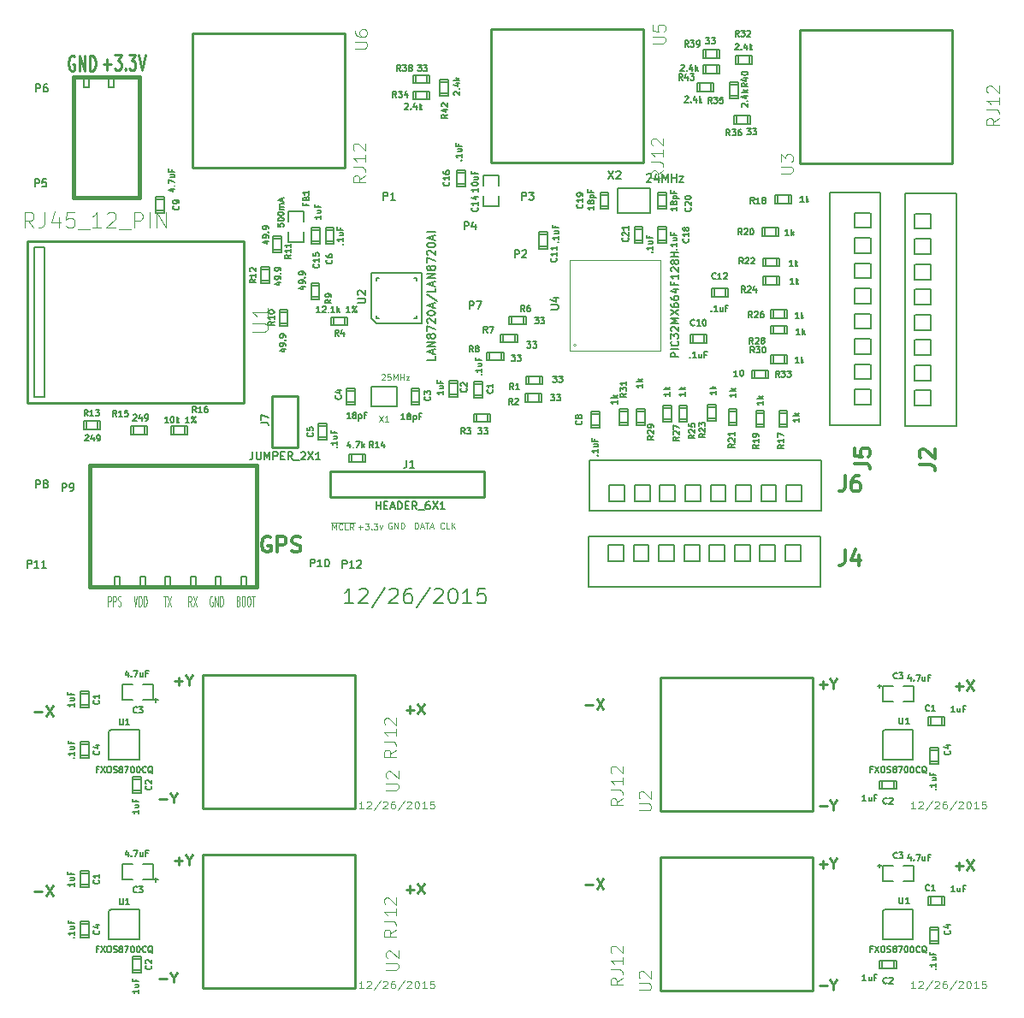
<source format=gto>
G04 #@! TF.FileFunction,Legend,Top*
%FSLAX46Y46*%
G04 Gerber Fmt 4.6, Leading zero omitted, Abs format (unit mm)*
G04 Created by KiCad (PCBNEW (2015-08-20 BZR 6109)-product) date Sat 26 Dec 2015 10:38:34 PM PST*
%MOMM*%
G01*
G04 APERTURE LIST*
%ADD10C,0.150000*%
%ADD11C,0.250000*%
%ADD12C,0.125000*%
%ADD13C,0.300000*%
%ADD14C,0.100000*%
%ADD15C,0.200000*%
%ADD16C,0.127000*%
%ADD17C,0.254000*%
%ADD18C,0.381000*%
%ADD19C,0.200660*%
%ADD20C,0.149860*%
%ADD21C,0.099060*%
%ADD22C,0.190500*%
%ADD23C,0.304800*%
G04 APERTURE END LIST*
D10*
D11*
X27138096Y-21850000D02*
X27042858Y-21778571D01*
X26900001Y-21778571D01*
X26757143Y-21850000D01*
X26661905Y-21992857D01*
X26614286Y-22135714D01*
X26566667Y-22421429D01*
X26566667Y-22635714D01*
X26614286Y-22921429D01*
X26661905Y-23064286D01*
X26757143Y-23207143D01*
X26900001Y-23278571D01*
X26995239Y-23278571D01*
X27138096Y-23207143D01*
X27185715Y-23135714D01*
X27185715Y-22635714D01*
X26995239Y-22635714D01*
X27614286Y-23278571D02*
X27614286Y-21778571D01*
X28185715Y-23278571D01*
X28185715Y-21778571D01*
X28661905Y-23278571D02*
X28661905Y-21778571D01*
X28900000Y-21778571D01*
X29042858Y-21850000D01*
X29138096Y-21992857D01*
X29185715Y-22135714D01*
X29233334Y-22421429D01*
X29233334Y-22635714D01*
X29185715Y-22921429D01*
X29138096Y-23064286D01*
X29042858Y-23207143D01*
X28900000Y-23278571D01*
X28661905Y-23278571D01*
X30000000Y-22632143D02*
X30761905Y-22632143D01*
X30380953Y-23203571D02*
X30380953Y-22060714D01*
X31142857Y-21703571D02*
X31761905Y-21703571D01*
X31428571Y-22275000D01*
X31571429Y-22275000D01*
X31666667Y-22346429D01*
X31714286Y-22417857D01*
X31761905Y-22560714D01*
X31761905Y-22917857D01*
X31714286Y-23060714D01*
X31666667Y-23132143D01*
X31571429Y-23203571D01*
X31285714Y-23203571D01*
X31190476Y-23132143D01*
X31142857Y-23060714D01*
X32190476Y-23060714D02*
X32238095Y-23132143D01*
X32190476Y-23203571D01*
X32142857Y-23132143D01*
X32190476Y-23060714D01*
X32190476Y-23203571D01*
X32571428Y-21703571D02*
X33190476Y-21703571D01*
X32857142Y-22275000D01*
X33000000Y-22275000D01*
X33095238Y-22346429D01*
X33142857Y-22417857D01*
X33190476Y-22560714D01*
X33190476Y-22917857D01*
X33142857Y-23060714D01*
X33095238Y-23132143D01*
X33000000Y-23203571D01*
X32714285Y-23203571D01*
X32619047Y-23132143D01*
X32571428Y-23060714D01*
X33476190Y-21703571D02*
X33809523Y-23203571D01*
X34142857Y-21703571D01*
D12*
X30485719Y-76252381D02*
X30485719Y-75252381D01*
X30676195Y-75252381D01*
X30723814Y-75300000D01*
X30747623Y-75347619D01*
X30771433Y-75442857D01*
X30771433Y-75585714D01*
X30747623Y-75680952D01*
X30723814Y-75728571D01*
X30676195Y-75776190D01*
X30485719Y-75776190D01*
X30985719Y-76252381D02*
X30985719Y-75252381D01*
X31176195Y-75252381D01*
X31223814Y-75300000D01*
X31247623Y-75347619D01*
X31271433Y-75442857D01*
X31271433Y-75585714D01*
X31247623Y-75680952D01*
X31223814Y-75728571D01*
X31176195Y-75776190D01*
X30985719Y-75776190D01*
X31461909Y-76204762D02*
X31533338Y-76252381D01*
X31652385Y-76252381D01*
X31700004Y-76204762D01*
X31723814Y-76157143D01*
X31747623Y-76061905D01*
X31747623Y-75966667D01*
X31723814Y-75871429D01*
X31700004Y-75823810D01*
X31652385Y-75776190D01*
X31557147Y-75728571D01*
X31509528Y-75680952D01*
X31485719Y-75633333D01*
X31461909Y-75538095D01*
X31461909Y-75442857D01*
X31485719Y-75347619D01*
X31509528Y-75300000D01*
X31557147Y-75252381D01*
X31676195Y-75252381D01*
X31747623Y-75300000D01*
X33033336Y-75252381D02*
X33200003Y-76252381D01*
X33366669Y-75252381D01*
X33533336Y-76252381D02*
X33533336Y-75252381D01*
X33652383Y-75252381D01*
X33723812Y-75300000D01*
X33771431Y-75395238D01*
X33795240Y-75490476D01*
X33819050Y-75680952D01*
X33819050Y-75823810D01*
X33795240Y-76014286D01*
X33771431Y-76109524D01*
X33723812Y-76204762D01*
X33652383Y-76252381D01*
X33533336Y-76252381D01*
X34033336Y-76252381D02*
X34033336Y-75252381D01*
X34152383Y-75252381D01*
X34223812Y-75300000D01*
X34271431Y-75395238D01*
X34295240Y-75490476D01*
X34319050Y-75680952D01*
X34319050Y-75823810D01*
X34295240Y-76014286D01*
X34271431Y-76109524D01*
X34223812Y-76204762D01*
X34152383Y-76252381D01*
X34033336Y-76252381D01*
X35985715Y-75252381D02*
X36271429Y-75252381D01*
X36128572Y-76252381D02*
X36128572Y-75252381D01*
X36390477Y-75252381D02*
X36723810Y-76252381D01*
X36723810Y-75252381D02*
X36390477Y-76252381D01*
X38723808Y-76252381D02*
X38557141Y-75776190D01*
X38438094Y-76252381D02*
X38438094Y-75252381D01*
X38628570Y-75252381D01*
X38676189Y-75300000D01*
X38699998Y-75347619D01*
X38723808Y-75442857D01*
X38723808Y-75585714D01*
X38699998Y-75680952D01*
X38676189Y-75728571D01*
X38628570Y-75776190D01*
X38438094Y-75776190D01*
X38890475Y-75252381D02*
X39223808Y-76252381D01*
X39223808Y-75252381D02*
X38890475Y-76252381D01*
X40819044Y-75300000D02*
X40771425Y-75252381D01*
X40699997Y-75252381D01*
X40628568Y-75300000D01*
X40580949Y-75395238D01*
X40557140Y-75490476D01*
X40533330Y-75680952D01*
X40533330Y-75823810D01*
X40557140Y-76014286D01*
X40580949Y-76109524D01*
X40628568Y-76204762D01*
X40699997Y-76252381D01*
X40747616Y-76252381D01*
X40819044Y-76204762D01*
X40842854Y-76157143D01*
X40842854Y-75823810D01*
X40747616Y-75823810D01*
X41057140Y-76252381D02*
X41057140Y-75252381D01*
X41342854Y-76252381D01*
X41342854Y-75252381D01*
X41580950Y-76252381D02*
X41580950Y-75252381D01*
X41699997Y-75252381D01*
X41771426Y-75300000D01*
X41819045Y-75395238D01*
X41842854Y-75490476D01*
X41866664Y-75680952D01*
X41866664Y-75823810D01*
X41842854Y-76014286D01*
X41819045Y-76109524D01*
X41771426Y-76204762D01*
X41699997Y-76252381D01*
X41580950Y-76252381D01*
X43390472Y-75728571D02*
X43461901Y-75776190D01*
X43485710Y-75823810D01*
X43509520Y-75919048D01*
X43509520Y-76061905D01*
X43485710Y-76157143D01*
X43461901Y-76204762D01*
X43414282Y-76252381D01*
X43223806Y-76252381D01*
X43223806Y-75252381D01*
X43390472Y-75252381D01*
X43438091Y-75300000D01*
X43461901Y-75347619D01*
X43485710Y-75442857D01*
X43485710Y-75538095D01*
X43461901Y-75633333D01*
X43438091Y-75680952D01*
X43390472Y-75728571D01*
X43223806Y-75728571D01*
X43819044Y-75252381D02*
X43914282Y-75252381D01*
X43961901Y-75300000D01*
X44009520Y-75395238D01*
X44033329Y-75585714D01*
X44033329Y-75919048D01*
X44009520Y-76109524D01*
X43961901Y-76204762D01*
X43914282Y-76252381D01*
X43819044Y-76252381D01*
X43771425Y-76204762D01*
X43723806Y-76109524D01*
X43699996Y-75919048D01*
X43699996Y-75585714D01*
X43723806Y-75395238D01*
X43771425Y-75300000D01*
X43819044Y-75252381D01*
X44342854Y-75252381D02*
X44438092Y-75252381D01*
X44485711Y-75300000D01*
X44533330Y-75395238D01*
X44557139Y-75585714D01*
X44557139Y-75919048D01*
X44533330Y-76109524D01*
X44485711Y-76204762D01*
X44438092Y-76252381D01*
X44342854Y-76252381D01*
X44295235Y-76204762D01*
X44247616Y-76109524D01*
X44223806Y-75919048D01*
X44223806Y-75585714D01*
X44247616Y-75395238D01*
X44295235Y-75300000D01*
X44342854Y-75252381D01*
X44699997Y-75252381D02*
X44985711Y-75252381D01*
X44842854Y-76252381D02*
X44842854Y-75252381D01*
D13*
X46528572Y-69450000D02*
X46385715Y-69378571D01*
X46171429Y-69378571D01*
X45957144Y-69450000D01*
X45814286Y-69592857D01*
X45742858Y-69735714D01*
X45671429Y-70021429D01*
X45671429Y-70235714D01*
X45742858Y-70521429D01*
X45814286Y-70664286D01*
X45957144Y-70807143D01*
X46171429Y-70878571D01*
X46314286Y-70878571D01*
X46528572Y-70807143D01*
X46600001Y-70735714D01*
X46600001Y-70235714D01*
X46314286Y-70235714D01*
X47242858Y-70878571D02*
X47242858Y-69378571D01*
X47814286Y-69378571D01*
X47957144Y-69450000D01*
X48028572Y-69521429D01*
X48100001Y-69664286D01*
X48100001Y-69878571D01*
X48028572Y-70021429D01*
X47957144Y-70092857D01*
X47814286Y-70164286D01*
X47242858Y-70164286D01*
X48671429Y-70807143D02*
X48885715Y-70878571D01*
X49242858Y-70878571D01*
X49385715Y-70807143D01*
X49457144Y-70735714D01*
X49528572Y-70592857D01*
X49528572Y-70450000D01*
X49457144Y-70307143D01*
X49385715Y-70235714D01*
X49242858Y-70164286D01*
X48957144Y-70092857D01*
X48814286Y-70021429D01*
X48742858Y-69950000D01*
X48671429Y-69807143D01*
X48671429Y-69664286D01*
X48742858Y-69521429D01*
X48814286Y-69450000D01*
X48957144Y-69378571D01*
X49314286Y-69378571D01*
X49528572Y-69450000D01*
D14*
X55228571Y-68442857D02*
X55685714Y-68442857D01*
X55457143Y-68671429D02*
X55457143Y-68214286D01*
X55914285Y-68071429D02*
X56285714Y-68071429D01*
X56085714Y-68300000D01*
X56171428Y-68300000D01*
X56228571Y-68328571D01*
X56257142Y-68357143D01*
X56285714Y-68414286D01*
X56285714Y-68557143D01*
X56257142Y-68614286D01*
X56228571Y-68642857D01*
X56171428Y-68671429D01*
X56000000Y-68671429D01*
X55942857Y-68642857D01*
X55914285Y-68614286D01*
X56542857Y-68614286D02*
X56571429Y-68642857D01*
X56542857Y-68671429D01*
X56514286Y-68642857D01*
X56542857Y-68614286D01*
X56542857Y-68671429D01*
X56771428Y-68071429D02*
X57142857Y-68071429D01*
X56942857Y-68300000D01*
X57028571Y-68300000D01*
X57085714Y-68328571D01*
X57114285Y-68357143D01*
X57142857Y-68414286D01*
X57142857Y-68557143D01*
X57114285Y-68614286D01*
X57085714Y-68642857D01*
X57028571Y-68671429D01*
X56857143Y-68671429D01*
X56800000Y-68642857D01*
X56771428Y-68614286D01*
X57342857Y-68271429D02*
X57485714Y-68671429D01*
X57628572Y-68271429D01*
D15*
X54757144Y-75978571D02*
X53900001Y-75978571D01*
X54328573Y-75978571D02*
X54328573Y-74478571D01*
X54185716Y-74692857D01*
X54042858Y-74835714D01*
X53900001Y-74907143D01*
X55328572Y-74621429D02*
X55400001Y-74550000D01*
X55542858Y-74478571D01*
X55900001Y-74478571D01*
X56042858Y-74550000D01*
X56114287Y-74621429D01*
X56185715Y-74764286D01*
X56185715Y-74907143D01*
X56114287Y-75121429D01*
X55257144Y-75978571D01*
X56185715Y-75978571D01*
X57900000Y-74407143D02*
X56614286Y-76335714D01*
X58328572Y-74621429D02*
X58400001Y-74550000D01*
X58542858Y-74478571D01*
X58900001Y-74478571D01*
X59042858Y-74550000D01*
X59114287Y-74621429D01*
X59185715Y-74764286D01*
X59185715Y-74907143D01*
X59114287Y-75121429D01*
X58257144Y-75978571D01*
X59185715Y-75978571D01*
X60471429Y-74478571D02*
X60185715Y-74478571D01*
X60042858Y-74550000D01*
X59971429Y-74621429D01*
X59828572Y-74835714D01*
X59757143Y-75121429D01*
X59757143Y-75692857D01*
X59828572Y-75835714D01*
X59900000Y-75907143D01*
X60042858Y-75978571D01*
X60328572Y-75978571D01*
X60471429Y-75907143D01*
X60542858Y-75835714D01*
X60614286Y-75692857D01*
X60614286Y-75335714D01*
X60542858Y-75192857D01*
X60471429Y-75121429D01*
X60328572Y-75050000D01*
X60042858Y-75050000D01*
X59900000Y-75121429D01*
X59828572Y-75192857D01*
X59757143Y-75335714D01*
X62328571Y-74407143D02*
X61042857Y-76335714D01*
X62757143Y-74621429D02*
X62828572Y-74550000D01*
X62971429Y-74478571D01*
X63328572Y-74478571D01*
X63471429Y-74550000D01*
X63542858Y-74621429D01*
X63614286Y-74764286D01*
X63614286Y-74907143D01*
X63542858Y-75121429D01*
X62685715Y-75978571D01*
X63614286Y-75978571D01*
X64542857Y-74478571D02*
X64685714Y-74478571D01*
X64828571Y-74550000D01*
X64900000Y-74621429D01*
X64971429Y-74764286D01*
X65042857Y-75050000D01*
X65042857Y-75407143D01*
X64971429Y-75692857D01*
X64900000Y-75835714D01*
X64828571Y-75907143D01*
X64685714Y-75978571D01*
X64542857Y-75978571D01*
X64400000Y-75907143D01*
X64328571Y-75835714D01*
X64257143Y-75692857D01*
X64185714Y-75407143D01*
X64185714Y-75050000D01*
X64257143Y-74764286D01*
X64328571Y-74621429D01*
X64400000Y-74550000D01*
X64542857Y-74478571D01*
X66471428Y-75978571D02*
X65614285Y-75978571D01*
X66042857Y-75978571D02*
X66042857Y-74478571D01*
X65900000Y-74692857D01*
X65757142Y-74835714D01*
X65614285Y-74907143D01*
X67828571Y-74478571D02*
X67114285Y-74478571D01*
X67042856Y-75192857D01*
X67114285Y-75121429D01*
X67257142Y-75050000D01*
X67614285Y-75050000D01*
X67757142Y-75121429D01*
X67828571Y-75192857D01*
X67899999Y-75335714D01*
X67899999Y-75692857D01*
X67828571Y-75835714D01*
X67757142Y-75907143D01*
X67614285Y-75978571D01*
X67257142Y-75978571D01*
X67114285Y-75907143D01*
X67042856Y-75835714D01*
D14*
X60828571Y-68571429D02*
X60828571Y-67971429D01*
X60971428Y-67971429D01*
X61057143Y-68000000D01*
X61114285Y-68057143D01*
X61142857Y-68114286D01*
X61171428Y-68228571D01*
X61171428Y-68314286D01*
X61142857Y-68428571D01*
X61114285Y-68485714D01*
X61057143Y-68542857D01*
X60971428Y-68571429D01*
X60828571Y-68571429D01*
X61400000Y-68400000D02*
X61685714Y-68400000D01*
X61342857Y-68571429D02*
X61542857Y-67971429D01*
X61742857Y-68571429D01*
X61857143Y-67971429D02*
X62200000Y-67971429D01*
X62028571Y-68571429D02*
X62028571Y-67971429D01*
X62371429Y-68400000D02*
X62657143Y-68400000D01*
X62314286Y-68571429D02*
X62514286Y-67971429D01*
X62714286Y-68571429D01*
X63714286Y-68514286D02*
X63685715Y-68542857D01*
X63600001Y-68571429D01*
X63542858Y-68571429D01*
X63457143Y-68542857D01*
X63400001Y-68485714D01*
X63371429Y-68428571D01*
X63342858Y-68314286D01*
X63342858Y-68228571D01*
X63371429Y-68114286D01*
X63400001Y-68057143D01*
X63457143Y-68000000D01*
X63542858Y-67971429D01*
X63600001Y-67971429D01*
X63685715Y-68000000D01*
X63714286Y-68028571D01*
X64257143Y-68571429D02*
X63971429Y-68571429D01*
X63971429Y-67971429D01*
X64457143Y-68571429D02*
X64457143Y-67971429D01*
X64800000Y-68571429D02*
X64542857Y-68228571D01*
X64800000Y-67971429D02*
X64457143Y-68314286D01*
X58542858Y-68000000D02*
X58485715Y-67971429D01*
X58400001Y-67971429D01*
X58314286Y-68000000D01*
X58257144Y-68057143D01*
X58228572Y-68114286D01*
X58200001Y-68228571D01*
X58200001Y-68314286D01*
X58228572Y-68428571D01*
X58257144Y-68485714D01*
X58314286Y-68542857D01*
X58400001Y-68571429D01*
X58457144Y-68571429D01*
X58542858Y-68542857D01*
X58571429Y-68514286D01*
X58571429Y-68314286D01*
X58457144Y-68314286D01*
X58828572Y-68571429D02*
X58828572Y-67971429D01*
X59171429Y-68571429D01*
X59171429Y-67971429D01*
X59457143Y-68571429D02*
X59457143Y-67971429D01*
X59600000Y-67971429D01*
X59685715Y-68000000D01*
X59742857Y-68057143D01*
X59771429Y-68114286D01*
X59800000Y-68228571D01*
X59800000Y-68314286D01*
X59771429Y-68428571D01*
X59742857Y-68485714D01*
X59685715Y-68542857D01*
X59600000Y-68571429D01*
X59457143Y-68571429D01*
X52657143Y-68671429D02*
X52657143Y-68071429D01*
X52857143Y-68500000D01*
X53057143Y-68071429D01*
X53057143Y-68671429D01*
X53685714Y-68614286D02*
X53657143Y-68642857D01*
X53571429Y-68671429D01*
X53514286Y-68671429D01*
X53428571Y-68642857D01*
X53371429Y-68585714D01*
X53342857Y-68528571D01*
X53314286Y-68414286D01*
X53314286Y-68328571D01*
X53342857Y-68214286D01*
X53371429Y-68157143D01*
X53428571Y-68100000D01*
X53514286Y-68071429D01*
X53571429Y-68071429D01*
X53657143Y-68100000D01*
X53685714Y-68128571D01*
X54228571Y-68671429D02*
X53942857Y-68671429D01*
X53942857Y-68071429D01*
X54771428Y-68671429D02*
X54571428Y-68385714D01*
X54428571Y-68671429D02*
X54428571Y-68071429D01*
X54657143Y-68071429D01*
X54714285Y-68100000D01*
X54742857Y-68128571D01*
X54771428Y-68185714D01*
X54771428Y-68271429D01*
X54742857Y-68328571D01*
X54714285Y-68357143D01*
X54657143Y-68385714D01*
X54428571Y-68385714D01*
X52514286Y-67968000D02*
X54885714Y-67968000D01*
D12*
X55773809Y-96266667D02*
X55316666Y-96266667D01*
X55545237Y-96266667D02*
X55545237Y-95566667D01*
X55469047Y-95666667D01*
X55392856Y-95733333D01*
X55316666Y-95766667D01*
X56078571Y-95633333D02*
X56116666Y-95600000D01*
X56192857Y-95566667D01*
X56383333Y-95566667D01*
X56459523Y-95600000D01*
X56497619Y-95633333D01*
X56535714Y-95700000D01*
X56535714Y-95766667D01*
X56497619Y-95866667D01*
X56040476Y-96266667D01*
X56535714Y-96266667D01*
X57450000Y-95533333D02*
X56764285Y-96433333D01*
X57678571Y-95633333D02*
X57716666Y-95600000D01*
X57792857Y-95566667D01*
X57983333Y-95566667D01*
X58059523Y-95600000D01*
X58097619Y-95633333D01*
X58135714Y-95700000D01*
X58135714Y-95766667D01*
X58097619Y-95866667D01*
X57640476Y-96266667D01*
X58135714Y-96266667D01*
X58821428Y-95566667D02*
X58669047Y-95566667D01*
X58592857Y-95600000D01*
X58554762Y-95633333D01*
X58478571Y-95733333D01*
X58440476Y-95866667D01*
X58440476Y-96133333D01*
X58478571Y-96200000D01*
X58516666Y-96233333D01*
X58592857Y-96266667D01*
X58745238Y-96266667D01*
X58821428Y-96233333D01*
X58859524Y-96200000D01*
X58897619Y-96133333D01*
X58897619Y-95966667D01*
X58859524Y-95900000D01*
X58821428Y-95866667D01*
X58745238Y-95833333D01*
X58592857Y-95833333D01*
X58516666Y-95866667D01*
X58478571Y-95900000D01*
X58440476Y-95966667D01*
X59811905Y-95533333D02*
X59126190Y-96433333D01*
X60040476Y-95633333D02*
X60078571Y-95600000D01*
X60154762Y-95566667D01*
X60345238Y-95566667D01*
X60421428Y-95600000D01*
X60459524Y-95633333D01*
X60497619Y-95700000D01*
X60497619Y-95766667D01*
X60459524Y-95866667D01*
X60002381Y-96266667D01*
X60497619Y-96266667D01*
X60992857Y-95566667D02*
X61069048Y-95566667D01*
X61145238Y-95600000D01*
X61183333Y-95633333D01*
X61221429Y-95700000D01*
X61259524Y-95833333D01*
X61259524Y-96000000D01*
X61221429Y-96133333D01*
X61183333Y-96200000D01*
X61145238Y-96233333D01*
X61069048Y-96266667D01*
X60992857Y-96266667D01*
X60916667Y-96233333D01*
X60878571Y-96200000D01*
X60840476Y-96133333D01*
X60802381Y-96000000D01*
X60802381Y-95833333D01*
X60840476Y-95700000D01*
X60878571Y-95633333D01*
X60916667Y-95600000D01*
X60992857Y-95566667D01*
X62021429Y-96266667D02*
X61564286Y-96266667D01*
X61792857Y-96266667D02*
X61792857Y-95566667D01*
X61716667Y-95666667D01*
X61640476Y-95733333D01*
X61564286Y-95766667D01*
X62745239Y-95566667D02*
X62364286Y-95566667D01*
X62326191Y-95900000D01*
X62364286Y-95866667D01*
X62440477Y-95833333D01*
X62630953Y-95833333D01*
X62707143Y-95866667D01*
X62745239Y-95900000D01*
X62783334Y-95966667D01*
X62783334Y-96133333D01*
X62745239Y-96200000D01*
X62707143Y-96233333D01*
X62630953Y-96266667D01*
X62440477Y-96266667D01*
X62364286Y-96233333D01*
X62326191Y-96200000D01*
D11*
X23192857Y-86721429D02*
X23954762Y-86721429D01*
X24335714Y-86102381D02*
X25002381Y-87102381D01*
X25002381Y-86102381D02*
X24335714Y-87102381D01*
X35540476Y-95321429D02*
X36302381Y-95321429D01*
X36969047Y-95226190D02*
X36969047Y-95702381D01*
X36635714Y-94702381D02*
X36969047Y-95226190D01*
X37302381Y-94702381D01*
X59992857Y-86521429D02*
X60754762Y-86521429D01*
X60373810Y-86902381D02*
X60373810Y-86140476D01*
X61135714Y-85902381D02*
X61802381Y-86902381D01*
X61802381Y-85902381D02*
X61135714Y-86902381D01*
X37090476Y-83661429D02*
X37852381Y-83661429D01*
X37471429Y-84042381D02*
X37471429Y-83280476D01*
X38519047Y-83566190D02*
X38519047Y-84042381D01*
X38185714Y-83042381D02*
X38519047Y-83566190D01*
X38852381Y-83042381D01*
D12*
X55773809Y-114046667D02*
X55316666Y-114046667D01*
X55545237Y-114046667D02*
X55545237Y-113346667D01*
X55469047Y-113446667D01*
X55392856Y-113513333D01*
X55316666Y-113546667D01*
X56078571Y-113413333D02*
X56116666Y-113380000D01*
X56192857Y-113346667D01*
X56383333Y-113346667D01*
X56459523Y-113380000D01*
X56497619Y-113413333D01*
X56535714Y-113480000D01*
X56535714Y-113546667D01*
X56497619Y-113646667D01*
X56040476Y-114046667D01*
X56535714Y-114046667D01*
X57450000Y-113313333D02*
X56764285Y-114213333D01*
X57678571Y-113413333D02*
X57716666Y-113380000D01*
X57792857Y-113346667D01*
X57983333Y-113346667D01*
X58059523Y-113380000D01*
X58097619Y-113413333D01*
X58135714Y-113480000D01*
X58135714Y-113546667D01*
X58097619Y-113646667D01*
X57640476Y-114046667D01*
X58135714Y-114046667D01*
X58821428Y-113346667D02*
X58669047Y-113346667D01*
X58592857Y-113380000D01*
X58554762Y-113413333D01*
X58478571Y-113513333D01*
X58440476Y-113646667D01*
X58440476Y-113913333D01*
X58478571Y-113980000D01*
X58516666Y-114013333D01*
X58592857Y-114046667D01*
X58745238Y-114046667D01*
X58821428Y-114013333D01*
X58859524Y-113980000D01*
X58897619Y-113913333D01*
X58897619Y-113746667D01*
X58859524Y-113680000D01*
X58821428Y-113646667D01*
X58745238Y-113613333D01*
X58592857Y-113613333D01*
X58516666Y-113646667D01*
X58478571Y-113680000D01*
X58440476Y-113746667D01*
X59811905Y-113313333D02*
X59126190Y-114213333D01*
X60040476Y-113413333D02*
X60078571Y-113380000D01*
X60154762Y-113346667D01*
X60345238Y-113346667D01*
X60421428Y-113380000D01*
X60459524Y-113413333D01*
X60497619Y-113480000D01*
X60497619Y-113546667D01*
X60459524Y-113646667D01*
X60002381Y-114046667D01*
X60497619Y-114046667D01*
X60992857Y-113346667D02*
X61069048Y-113346667D01*
X61145238Y-113380000D01*
X61183333Y-113413333D01*
X61221429Y-113480000D01*
X61259524Y-113613333D01*
X61259524Y-113780000D01*
X61221429Y-113913333D01*
X61183333Y-113980000D01*
X61145238Y-114013333D01*
X61069048Y-114046667D01*
X60992857Y-114046667D01*
X60916667Y-114013333D01*
X60878571Y-113980000D01*
X60840476Y-113913333D01*
X60802381Y-113780000D01*
X60802381Y-113613333D01*
X60840476Y-113480000D01*
X60878571Y-113413333D01*
X60916667Y-113380000D01*
X60992857Y-113346667D01*
X62021429Y-114046667D02*
X61564286Y-114046667D01*
X61792857Y-114046667D02*
X61792857Y-113346667D01*
X61716667Y-113446667D01*
X61640476Y-113513333D01*
X61564286Y-113546667D01*
X62745239Y-113346667D02*
X62364286Y-113346667D01*
X62326191Y-113680000D01*
X62364286Y-113646667D01*
X62440477Y-113613333D01*
X62630953Y-113613333D01*
X62707143Y-113646667D01*
X62745239Y-113680000D01*
X62783334Y-113746667D01*
X62783334Y-113913333D01*
X62745239Y-113980000D01*
X62707143Y-114013333D01*
X62630953Y-114046667D01*
X62440477Y-114046667D01*
X62364286Y-114013333D01*
X62326191Y-113980000D01*
D11*
X23192857Y-104501429D02*
X23954762Y-104501429D01*
X24335714Y-103882381D02*
X25002381Y-104882381D01*
X25002381Y-103882381D02*
X24335714Y-104882381D01*
X35540476Y-113101429D02*
X36302381Y-113101429D01*
X36969047Y-113006190D02*
X36969047Y-113482381D01*
X36635714Y-112482381D02*
X36969047Y-113006190D01*
X37302381Y-112482381D01*
X59992857Y-104301429D02*
X60754762Y-104301429D01*
X60373810Y-104682381D02*
X60373810Y-103920476D01*
X61135714Y-103682381D02*
X61802381Y-104682381D01*
X61802381Y-103682381D02*
X61135714Y-104682381D01*
X37090476Y-101441429D02*
X37852381Y-101441429D01*
X37471429Y-101822381D02*
X37471429Y-101060476D01*
X38519047Y-101346190D02*
X38519047Y-101822381D01*
X38185714Y-100822381D02*
X38519047Y-101346190D01*
X38852381Y-100822381D01*
D12*
X110383809Y-96266667D02*
X109926666Y-96266667D01*
X110155237Y-96266667D02*
X110155237Y-95566667D01*
X110079047Y-95666667D01*
X110002856Y-95733333D01*
X109926666Y-95766667D01*
X110688571Y-95633333D02*
X110726666Y-95600000D01*
X110802857Y-95566667D01*
X110993333Y-95566667D01*
X111069523Y-95600000D01*
X111107619Y-95633333D01*
X111145714Y-95700000D01*
X111145714Y-95766667D01*
X111107619Y-95866667D01*
X110650476Y-96266667D01*
X111145714Y-96266667D01*
X112060000Y-95533333D02*
X111374285Y-96433333D01*
X112288571Y-95633333D02*
X112326666Y-95600000D01*
X112402857Y-95566667D01*
X112593333Y-95566667D01*
X112669523Y-95600000D01*
X112707619Y-95633333D01*
X112745714Y-95700000D01*
X112745714Y-95766667D01*
X112707619Y-95866667D01*
X112250476Y-96266667D01*
X112745714Y-96266667D01*
X113431428Y-95566667D02*
X113279047Y-95566667D01*
X113202857Y-95600000D01*
X113164762Y-95633333D01*
X113088571Y-95733333D01*
X113050476Y-95866667D01*
X113050476Y-96133333D01*
X113088571Y-96200000D01*
X113126666Y-96233333D01*
X113202857Y-96266667D01*
X113355238Y-96266667D01*
X113431428Y-96233333D01*
X113469524Y-96200000D01*
X113507619Y-96133333D01*
X113507619Y-95966667D01*
X113469524Y-95900000D01*
X113431428Y-95866667D01*
X113355238Y-95833333D01*
X113202857Y-95833333D01*
X113126666Y-95866667D01*
X113088571Y-95900000D01*
X113050476Y-95966667D01*
X114421905Y-95533333D02*
X113736190Y-96433333D01*
X114650476Y-95633333D02*
X114688571Y-95600000D01*
X114764762Y-95566667D01*
X114955238Y-95566667D01*
X115031428Y-95600000D01*
X115069524Y-95633333D01*
X115107619Y-95700000D01*
X115107619Y-95766667D01*
X115069524Y-95866667D01*
X114612381Y-96266667D01*
X115107619Y-96266667D01*
X115602857Y-95566667D02*
X115679048Y-95566667D01*
X115755238Y-95600000D01*
X115793333Y-95633333D01*
X115831429Y-95700000D01*
X115869524Y-95833333D01*
X115869524Y-96000000D01*
X115831429Y-96133333D01*
X115793333Y-96200000D01*
X115755238Y-96233333D01*
X115679048Y-96266667D01*
X115602857Y-96266667D01*
X115526667Y-96233333D01*
X115488571Y-96200000D01*
X115450476Y-96133333D01*
X115412381Y-96000000D01*
X115412381Y-95833333D01*
X115450476Y-95700000D01*
X115488571Y-95633333D01*
X115526667Y-95600000D01*
X115602857Y-95566667D01*
X116631429Y-96266667D02*
X116174286Y-96266667D01*
X116402857Y-96266667D02*
X116402857Y-95566667D01*
X116326667Y-95666667D01*
X116250476Y-95733333D01*
X116174286Y-95766667D01*
X117355239Y-95566667D02*
X116974286Y-95566667D01*
X116936191Y-95900000D01*
X116974286Y-95866667D01*
X117050477Y-95833333D01*
X117240953Y-95833333D01*
X117317143Y-95866667D01*
X117355239Y-95900000D01*
X117393334Y-95966667D01*
X117393334Y-96133333D01*
X117355239Y-96200000D01*
X117317143Y-96233333D01*
X117240953Y-96266667D01*
X117050477Y-96266667D01*
X116974286Y-96233333D01*
X116936191Y-96200000D01*
D11*
X77702857Y-86021429D02*
X78464762Y-86021429D01*
X78845714Y-85402381D02*
X79512381Y-86402381D01*
X79512381Y-85402381D02*
X78845714Y-86402381D01*
X100850476Y-96021429D02*
X101612381Y-96021429D01*
X102279047Y-95926190D02*
X102279047Y-96402381D01*
X101945714Y-95402381D02*
X102279047Y-95926190D01*
X102612381Y-95402381D01*
X114352857Y-84191429D02*
X115114762Y-84191429D01*
X114733810Y-84572381D02*
X114733810Y-83810476D01*
X115495714Y-83572381D02*
X116162381Y-84572381D01*
X116162381Y-83572381D02*
X115495714Y-84572381D01*
X100850476Y-84021429D02*
X101612381Y-84021429D01*
X101231429Y-84402381D02*
X101231429Y-83640476D01*
X102279047Y-83926190D02*
X102279047Y-84402381D01*
X101945714Y-83402381D02*
X102279047Y-83926190D01*
X102612381Y-83402381D01*
D12*
X110383809Y-114046667D02*
X109926666Y-114046667D01*
X110155237Y-114046667D02*
X110155237Y-113346667D01*
X110079047Y-113446667D01*
X110002856Y-113513333D01*
X109926666Y-113546667D01*
X110688571Y-113413333D02*
X110726666Y-113380000D01*
X110802857Y-113346667D01*
X110993333Y-113346667D01*
X111069523Y-113380000D01*
X111107619Y-113413333D01*
X111145714Y-113480000D01*
X111145714Y-113546667D01*
X111107619Y-113646667D01*
X110650476Y-114046667D01*
X111145714Y-114046667D01*
X112060000Y-113313333D02*
X111374285Y-114213333D01*
X112288571Y-113413333D02*
X112326666Y-113380000D01*
X112402857Y-113346667D01*
X112593333Y-113346667D01*
X112669523Y-113380000D01*
X112707619Y-113413333D01*
X112745714Y-113480000D01*
X112745714Y-113546667D01*
X112707619Y-113646667D01*
X112250476Y-114046667D01*
X112745714Y-114046667D01*
X113431428Y-113346667D02*
X113279047Y-113346667D01*
X113202857Y-113380000D01*
X113164762Y-113413333D01*
X113088571Y-113513333D01*
X113050476Y-113646667D01*
X113050476Y-113913333D01*
X113088571Y-113980000D01*
X113126666Y-114013333D01*
X113202857Y-114046667D01*
X113355238Y-114046667D01*
X113431428Y-114013333D01*
X113469524Y-113980000D01*
X113507619Y-113913333D01*
X113507619Y-113746667D01*
X113469524Y-113680000D01*
X113431428Y-113646667D01*
X113355238Y-113613333D01*
X113202857Y-113613333D01*
X113126666Y-113646667D01*
X113088571Y-113680000D01*
X113050476Y-113746667D01*
X114421905Y-113313333D02*
X113736190Y-114213333D01*
X114650476Y-113413333D02*
X114688571Y-113380000D01*
X114764762Y-113346667D01*
X114955238Y-113346667D01*
X115031428Y-113380000D01*
X115069524Y-113413333D01*
X115107619Y-113480000D01*
X115107619Y-113546667D01*
X115069524Y-113646667D01*
X114612381Y-114046667D01*
X115107619Y-114046667D01*
X115602857Y-113346667D02*
X115679048Y-113346667D01*
X115755238Y-113380000D01*
X115793333Y-113413333D01*
X115831429Y-113480000D01*
X115869524Y-113613333D01*
X115869524Y-113780000D01*
X115831429Y-113913333D01*
X115793333Y-113980000D01*
X115755238Y-114013333D01*
X115679048Y-114046667D01*
X115602857Y-114046667D01*
X115526667Y-114013333D01*
X115488571Y-113980000D01*
X115450476Y-113913333D01*
X115412381Y-113780000D01*
X115412381Y-113613333D01*
X115450476Y-113480000D01*
X115488571Y-113413333D01*
X115526667Y-113380000D01*
X115602857Y-113346667D01*
X116631429Y-114046667D02*
X116174286Y-114046667D01*
X116402857Y-114046667D02*
X116402857Y-113346667D01*
X116326667Y-113446667D01*
X116250476Y-113513333D01*
X116174286Y-113546667D01*
X117355239Y-113346667D02*
X116974286Y-113346667D01*
X116936191Y-113680000D01*
X116974286Y-113646667D01*
X117050477Y-113613333D01*
X117240953Y-113613333D01*
X117317143Y-113646667D01*
X117355239Y-113680000D01*
X117393334Y-113746667D01*
X117393334Y-113913333D01*
X117355239Y-113980000D01*
X117317143Y-114013333D01*
X117240953Y-114046667D01*
X117050477Y-114046667D01*
X116974286Y-114013333D01*
X116936191Y-113980000D01*
D11*
X77702857Y-103801429D02*
X78464762Y-103801429D01*
X78845714Y-103182381D02*
X79512381Y-104182381D01*
X79512381Y-103182381D02*
X78845714Y-104182381D01*
X100850476Y-113801429D02*
X101612381Y-113801429D01*
X102279047Y-113706190D02*
X102279047Y-114182381D01*
X101945714Y-113182381D02*
X102279047Y-113706190D01*
X102612381Y-113182381D01*
X114352857Y-101971429D02*
X115114762Y-101971429D01*
X114733810Y-102352381D02*
X114733810Y-101590476D01*
X115495714Y-101352381D02*
X116162381Y-102352381D01*
X116162381Y-101352381D02*
X115495714Y-102352381D01*
X100850476Y-101801429D02*
X101612381Y-101801429D01*
X101231429Y-102182381D02*
X101231429Y-101420476D01*
X102279047Y-101706190D02*
X102279047Y-102182381D01*
X101945714Y-101182381D02*
X102279047Y-101706190D01*
X102612381Y-101182381D01*
D16*
X66693600Y-55408800D02*
X67506400Y-55408800D01*
X67481000Y-54291200D02*
X66693600Y-54291200D01*
X67506400Y-54037200D02*
X67506400Y-55662800D01*
X67506400Y-55662800D02*
X66693600Y-55662800D01*
X66693600Y-55662800D02*
X66693600Y-54037200D01*
X66693600Y-54037200D02*
X67506400Y-54037200D01*
X64223600Y-55268800D02*
X65036400Y-55268800D01*
X65011000Y-54151200D02*
X64223600Y-54151200D01*
X65036400Y-53897200D02*
X65036400Y-55522800D01*
X65036400Y-55522800D02*
X64223600Y-55522800D01*
X64223600Y-55522800D02*
X64223600Y-53897200D01*
X64223600Y-53897200D02*
X65036400Y-53897200D01*
X60493600Y-56058800D02*
X61306400Y-56058800D01*
X61281000Y-54941200D02*
X60493600Y-54941200D01*
X61306400Y-54687200D02*
X61306400Y-56312800D01*
X61306400Y-56312800D02*
X60493600Y-56312800D01*
X60493600Y-56312800D02*
X60493600Y-54687200D01*
X60493600Y-54687200D02*
X61306400Y-54687200D01*
X54093600Y-56058800D02*
X54906400Y-56058800D01*
X54881000Y-54941200D02*
X54093600Y-54941200D01*
X54906400Y-54687200D02*
X54906400Y-56312800D01*
X54906400Y-56312800D02*
X54093600Y-56312800D01*
X54093600Y-56312800D02*
X54093600Y-54687200D01*
X54093600Y-54687200D02*
X54906400Y-54687200D01*
X52106400Y-58441200D02*
X51293600Y-58441200D01*
X51319000Y-59558800D02*
X52106400Y-59558800D01*
X51293600Y-59812800D02*
X51293600Y-58187200D01*
X51293600Y-58187200D02*
X52106400Y-58187200D01*
X52106400Y-58187200D02*
X52106400Y-59812800D01*
X52106400Y-59812800D02*
X51293600Y-59812800D01*
X52826400Y-39021200D02*
X52013600Y-39021200D01*
X52039000Y-40138800D02*
X52826400Y-40138800D01*
X52013600Y-40392800D02*
X52013600Y-38767200D01*
X52013600Y-38767200D02*
X52826400Y-38767200D01*
X52826400Y-38767200D02*
X52826400Y-40392800D01*
X52826400Y-40392800D02*
X52013600Y-40392800D01*
X79106400Y-57241200D02*
X78293600Y-57241200D01*
X78319000Y-58358800D02*
X79106400Y-58358800D01*
X78293600Y-58612800D02*
X78293600Y-56987200D01*
X78293600Y-56987200D02*
X79106400Y-56987200D01*
X79106400Y-56987200D02*
X79106400Y-58612800D01*
X79106400Y-58612800D02*
X78293600Y-58612800D01*
X35218600Y-37083800D02*
X36031400Y-37083800D01*
X36006000Y-35966200D02*
X35218600Y-35966200D01*
X36031400Y-35712200D02*
X36031400Y-37337800D01*
X36031400Y-37337800D02*
X35218600Y-37337800D01*
X35218600Y-37337800D02*
X35218600Y-35712200D01*
X35218600Y-35712200D02*
X36031400Y-35712200D01*
X89458800Y-50206400D02*
X89458800Y-49393600D01*
X88341200Y-49419000D02*
X88341200Y-50206400D01*
X88087200Y-49393600D02*
X89712800Y-49393600D01*
X89712800Y-49393600D02*
X89712800Y-50206400D01*
X89712800Y-50206400D02*
X88087200Y-50206400D01*
X88087200Y-50206400D02*
X88087200Y-49393600D01*
X73956400Y-39491200D02*
X73143600Y-39491200D01*
X73169000Y-40608800D02*
X73956400Y-40608800D01*
X73143600Y-40862800D02*
X73143600Y-39237200D01*
X73143600Y-39237200D02*
X73956400Y-39237200D01*
X73956400Y-39237200D02*
X73956400Y-40862800D01*
X73956400Y-40862800D02*
X73143600Y-40862800D01*
X91558800Y-45606400D02*
X91558800Y-44793600D01*
X90441200Y-44819000D02*
X90441200Y-45606400D01*
X90187200Y-44793600D02*
X91812800Y-44793600D01*
X91812800Y-44793600D02*
X91812800Y-45606400D01*
X91812800Y-45606400D02*
X90187200Y-45606400D01*
X90187200Y-45606400D02*
X90187200Y-44793600D01*
X69162000Y-35608000D02*
X69162000Y-36624000D01*
X69162000Y-36624000D02*
X67638000Y-36624000D01*
X67638000Y-36624000D02*
X67638000Y-35608000D01*
X67638000Y-34592000D02*
X67638000Y-33576000D01*
X67638000Y-33576000D02*
X69162000Y-33576000D01*
X69162000Y-33576000D02*
X69162000Y-34592000D01*
X51406400Y-39001200D02*
X50593600Y-39001200D01*
X50619000Y-40118800D02*
X51406400Y-40118800D01*
X50593600Y-40372800D02*
X50593600Y-38747200D01*
X50593600Y-38747200D02*
X51406400Y-38747200D01*
X51406400Y-38747200D02*
X51406400Y-40372800D01*
X51406400Y-40372800D02*
X50593600Y-40372800D01*
X65806400Y-33341200D02*
X64993600Y-33341200D01*
X65019000Y-34458800D02*
X65806400Y-34458800D01*
X64993600Y-34712800D02*
X64993600Y-33087200D01*
X64993600Y-33087200D02*
X65806400Y-33087200D01*
X65806400Y-33087200D02*
X65806400Y-34712800D01*
X65806400Y-34712800D02*
X64993600Y-34712800D01*
X85706400Y-38941200D02*
X84893600Y-38941200D01*
X84919000Y-40058800D02*
X85706400Y-40058800D01*
X84893600Y-40312800D02*
X84893600Y-38687200D01*
X84893600Y-38687200D02*
X85706400Y-38687200D01*
X85706400Y-38687200D02*
X85706400Y-40312800D01*
X85706400Y-40312800D02*
X84893600Y-40312800D01*
X80006400Y-35541200D02*
X79193600Y-35541200D01*
X79219000Y-36658800D02*
X80006400Y-36658800D01*
X79193600Y-36912800D02*
X79193600Y-35287200D01*
X79193600Y-35287200D02*
X80006400Y-35287200D01*
X80006400Y-35287200D02*
X80006400Y-36912800D01*
X80006400Y-36912800D02*
X79193600Y-36912800D01*
X84893600Y-36658800D02*
X85706400Y-36658800D01*
X85681000Y-35541200D02*
X84893600Y-35541200D01*
X85706400Y-35287200D02*
X85706400Y-36912800D01*
X85706400Y-36912800D02*
X84893600Y-36912800D01*
X84893600Y-36912800D02*
X84893600Y-35287200D01*
X84893600Y-35287200D02*
X85706400Y-35287200D01*
X83406400Y-38941200D02*
X82593600Y-38941200D01*
X82619000Y-40058800D02*
X83406400Y-40058800D01*
X82593600Y-40312800D02*
X82593600Y-38687200D01*
X82593600Y-38687200D02*
X83406400Y-38687200D01*
X83406400Y-38687200D02*
X83406400Y-40312800D01*
X83406400Y-40312800D02*
X82593600Y-40312800D01*
X48318000Y-38222000D02*
X48318000Y-37206000D01*
X48318000Y-37206000D02*
X49842000Y-37206000D01*
X49842000Y-37206000D02*
X49842000Y-38222000D01*
X49842000Y-39238000D02*
X49842000Y-40254000D01*
X49842000Y-40254000D02*
X48318000Y-40254000D01*
X48318000Y-40254000D02*
X48318000Y-39238000D01*
D17*
X67720000Y-62930000D02*
X52480000Y-62930000D01*
X67720000Y-62930000D02*
X67720000Y-65470000D01*
X67735240Y-65485240D02*
X52464760Y-65485240D01*
X52464760Y-65485240D02*
X52464760Y-62924920D01*
D10*
X28575000Y-23850000D02*
X28575000Y-24850000D01*
X28075000Y-24850000D02*
X28075000Y-23850000D01*
X28575000Y-24850000D02*
X28075000Y-24850000D01*
X31075000Y-24850000D02*
X30575000Y-24850000D01*
X30575000Y-24850000D02*
X30575000Y-23850000D01*
X31075000Y-23850000D02*
X31075000Y-24850000D01*
D18*
X33575000Y-35850000D02*
X33575000Y-23850000D01*
X33575000Y-23850000D02*
X27075000Y-23850000D01*
X27075000Y-23850000D02*
X27075000Y-35850000D01*
X27075000Y-35850000D02*
X33575000Y-35850000D01*
D10*
X99000000Y-70200000D02*
X97500000Y-70200000D01*
X96500000Y-70200000D02*
X95000000Y-70200000D01*
X91500000Y-70200000D02*
X90000000Y-70200000D01*
X94000000Y-70200000D02*
X92500000Y-70200000D01*
X84000000Y-70200000D02*
X82500000Y-70200000D01*
X81500000Y-70200000D02*
X80000000Y-70200000D01*
X86500000Y-70200000D02*
X85000000Y-70200000D01*
X89000000Y-70200000D02*
X87500000Y-70200000D01*
X87500000Y-71800000D02*
X87500000Y-70300000D01*
X89000000Y-71800000D02*
X87500000Y-71800000D01*
X89000000Y-70300000D02*
X89000000Y-71800000D01*
X86500000Y-70300000D02*
X86500000Y-71800000D01*
X86500000Y-71800000D02*
X85000000Y-71800000D01*
X85000000Y-71800000D02*
X85000000Y-70300000D01*
X80000000Y-71800000D02*
X80000000Y-70300000D01*
X81500000Y-71800000D02*
X80000000Y-71800000D01*
X81500000Y-70300000D02*
X81500000Y-71800000D01*
X84000000Y-70300000D02*
X84000000Y-71800000D01*
X84000000Y-71800000D02*
X82500000Y-71800000D01*
X82500000Y-71800000D02*
X82500000Y-70300000D01*
X92500000Y-71800000D02*
X92500000Y-70300000D01*
X94000000Y-71800000D02*
X92500000Y-71800000D01*
X94000000Y-70300000D02*
X94000000Y-71800000D01*
X91500000Y-70300000D02*
X91500000Y-71800000D01*
X91500000Y-71800000D02*
X90000000Y-71800000D01*
X90000000Y-71800000D02*
X90000000Y-70300000D01*
X95000000Y-71800000D02*
X95000000Y-70300000D01*
X96500000Y-71800000D02*
X95000000Y-71800000D01*
X96500000Y-70300000D02*
X96500000Y-71800000D01*
X99000000Y-70300000D02*
X99000000Y-71800000D01*
X99000000Y-71800000D02*
X97500000Y-71800000D01*
X97500000Y-71800000D02*
X97500000Y-70300000D01*
D19*
X101000000Y-74300000D02*
X78000000Y-74300000D01*
X78000000Y-74300000D02*
X78000000Y-69300000D01*
X78000000Y-69300000D02*
X101000000Y-69300000D01*
X101000000Y-69300000D02*
X101000000Y-74300000D01*
D10*
X106000000Y-56300000D02*
X106000000Y-54800000D01*
X106000000Y-53800000D02*
X106000000Y-52300000D01*
X106000000Y-48800000D02*
X106000000Y-47300000D01*
X106000000Y-51300000D02*
X106000000Y-49800000D01*
X106000000Y-41300000D02*
X106000000Y-39800000D01*
X106000000Y-38800000D02*
X106000000Y-37300000D01*
X106000000Y-43800000D02*
X106000000Y-42300000D01*
X106000000Y-46300000D02*
X106000000Y-44800000D01*
X104400000Y-44800000D02*
X105900000Y-44800000D01*
X104400000Y-46300000D02*
X104400000Y-44800000D01*
X105900000Y-46300000D02*
X104400000Y-46300000D01*
X105900000Y-43800000D02*
X104400000Y-43800000D01*
X104400000Y-43800000D02*
X104400000Y-42300000D01*
X104400000Y-42300000D02*
X105900000Y-42300000D01*
X104400000Y-37300000D02*
X105900000Y-37300000D01*
X104400000Y-38800000D02*
X104400000Y-37300000D01*
X105900000Y-38800000D02*
X104400000Y-38800000D01*
X105900000Y-41300000D02*
X104400000Y-41300000D01*
X104400000Y-41300000D02*
X104400000Y-39800000D01*
X104400000Y-39800000D02*
X105900000Y-39800000D01*
X104400000Y-49800000D02*
X105900000Y-49800000D01*
X104400000Y-51300000D02*
X104400000Y-49800000D01*
X105900000Y-51300000D02*
X104400000Y-51300000D01*
X105900000Y-48800000D02*
X104400000Y-48800000D01*
X104400000Y-48800000D02*
X104400000Y-47300000D01*
X104400000Y-47300000D02*
X105900000Y-47300000D01*
X104400000Y-52300000D02*
X105900000Y-52300000D01*
X104400000Y-53800000D02*
X104400000Y-52300000D01*
X105900000Y-53800000D02*
X104400000Y-53800000D01*
X105900000Y-56300000D02*
X104400000Y-56300000D01*
X104400000Y-56300000D02*
X104400000Y-54800000D01*
X104400000Y-54800000D02*
X105900000Y-54800000D01*
D19*
X101900000Y-58300000D02*
X101900000Y-35300000D01*
X101900000Y-35300000D02*
X106900000Y-35300000D01*
X106900000Y-35300000D02*
X106900000Y-58300000D01*
X106900000Y-58300000D02*
X101900000Y-58300000D01*
D10*
X80100000Y-65900000D02*
X81600000Y-65900000D01*
X82600000Y-65900000D02*
X84100000Y-65900000D01*
X87600000Y-65900000D02*
X89100000Y-65900000D01*
X85100000Y-65900000D02*
X86600000Y-65900000D01*
X95100000Y-65900000D02*
X96600000Y-65900000D01*
X97600000Y-65900000D02*
X99100000Y-65900000D01*
X92600000Y-65900000D02*
X94100000Y-65900000D01*
X90100000Y-65900000D02*
X91600000Y-65900000D01*
X91600000Y-64300000D02*
X91600000Y-65800000D01*
X90100000Y-64300000D02*
X91600000Y-64300000D01*
X90100000Y-65800000D02*
X90100000Y-64300000D01*
X92600000Y-65800000D02*
X92600000Y-64300000D01*
X92600000Y-64300000D02*
X94100000Y-64300000D01*
X94100000Y-64300000D02*
X94100000Y-65800000D01*
X99100000Y-64300000D02*
X99100000Y-65800000D01*
X97600000Y-64300000D02*
X99100000Y-64300000D01*
X97600000Y-65800000D02*
X97600000Y-64300000D01*
X95100000Y-65800000D02*
X95100000Y-64300000D01*
X95100000Y-64300000D02*
X96600000Y-64300000D01*
X96600000Y-64300000D02*
X96600000Y-65800000D01*
X86600000Y-64300000D02*
X86600000Y-65800000D01*
X85100000Y-64300000D02*
X86600000Y-64300000D01*
X85100000Y-65800000D02*
X85100000Y-64300000D01*
X87600000Y-65800000D02*
X87600000Y-64300000D01*
X87600000Y-64300000D02*
X89100000Y-64300000D01*
X89100000Y-64300000D02*
X89100000Y-65800000D01*
X84100000Y-64300000D02*
X84100000Y-65800000D01*
X82600000Y-64300000D02*
X84100000Y-64300000D01*
X82600000Y-65800000D02*
X82600000Y-64300000D01*
X80100000Y-65800000D02*
X80100000Y-64300000D01*
X80100000Y-64300000D02*
X81600000Y-64300000D01*
X81600000Y-64300000D02*
X81600000Y-65800000D01*
D19*
X78100000Y-61800000D02*
X101100000Y-61800000D01*
X101100000Y-61800000D02*
X101100000Y-66800000D01*
X101100000Y-66800000D02*
X78100000Y-66800000D01*
X78100000Y-66800000D02*
X78100000Y-61800000D01*
D17*
X46730000Y-55460000D02*
X46730000Y-60540000D01*
X46730000Y-55460000D02*
X49270000Y-55460000D01*
X49285240Y-55460000D02*
X49285240Y-60540000D01*
X49285240Y-60540000D02*
X46724920Y-60540000D01*
D10*
X41150000Y-74300000D02*
X41150000Y-73300000D01*
X41650000Y-73300000D02*
X41650000Y-74300000D01*
X41150000Y-73300000D02*
X41650000Y-73300000D01*
X43650000Y-73300000D02*
X44150000Y-73300000D01*
X44150000Y-73300000D02*
X44150000Y-74300000D01*
X43650000Y-74300000D02*
X43650000Y-73300000D01*
X38650000Y-74300000D02*
X38650000Y-73300000D01*
X39150000Y-73300000D02*
X39150000Y-74300000D01*
X38650000Y-73300000D02*
X39150000Y-73300000D01*
X36150000Y-73300000D02*
X36650000Y-73300000D01*
X36650000Y-73300000D02*
X36650000Y-74300000D01*
X36150000Y-74300000D02*
X36150000Y-73300000D01*
X33650000Y-74300000D02*
X33650000Y-73300000D01*
X34150000Y-73300000D02*
X34150000Y-74300000D01*
X33650000Y-73300000D02*
X34150000Y-73300000D01*
X31150000Y-73300000D02*
X31650000Y-73300000D01*
X31650000Y-73300000D02*
X31650000Y-74300000D01*
X31150000Y-74300000D02*
X31150000Y-73300000D01*
D18*
X28650000Y-62300000D02*
X28650000Y-74300000D01*
X28650000Y-74300000D02*
X45150000Y-74300000D01*
X45150000Y-74300000D02*
X45150000Y-62300000D01*
X45150000Y-62300000D02*
X28650000Y-62300000D01*
D16*
X73198800Y-54296400D02*
X73198800Y-53483600D01*
X72081200Y-53509000D02*
X72081200Y-54296400D01*
X71827200Y-53483600D02*
X73452800Y-53483600D01*
X73452800Y-53483600D02*
X73452800Y-54296400D01*
X73452800Y-54296400D02*
X71827200Y-54296400D01*
X71827200Y-54296400D02*
X71827200Y-53483600D01*
X73158800Y-56006400D02*
X73158800Y-55193600D01*
X72041200Y-55219000D02*
X72041200Y-56006400D01*
X71787200Y-55193600D02*
X73412800Y-55193600D01*
X73412800Y-55193600D02*
X73412800Y-56006400D01*
X73412800Y-56006400D02*
X71787200Y-56006400D01*
X71787200Y-56006400D02*
X71787200Y-55193600D01*
X68058800Y-58006400D02*
X68058800Y-57193600D01*
X66941200Y-57219000D02*
X66941200Y-58006400D01*
X66687200Y-57193600D02*
X68312800Y-57193600D01*
X68312800Y-57193600D02*
X68312800Y-58006400D01*
X68312800Y-58006400D02*
X66687200Y-58006400D01*
X66687200Y-58006400D02*
X66687200Y-57193600D01*
X52821200Y-47623600D02*
X52821200Y-48436400D01*
X53938800Y-48411000D02*
X53938800Y-47623600D01*
X54192800Y-48436400D02*
X52567200Y-48436400D01*
X52567200Y-48436400D02*
X52567200Y-47623600D01*
X52567200Y-47623600D02*
X54192800Y-47623600D01*
X54192800Y-47623600D02*
X54192800Y-48436400D01*
X71558800Y-48356400D02*
X71558800Y-47543600D01*
X70441200Y-47569000D02*
X70441200Y-48356400D01*
X70187200Y-47543600D02*
X71812800Y-47543600D01*
X71812800Y-47543600D02*
X71812800Y-48356400D01*
X71812800Y-48356400D02*
X70187200Y-48356400D01*
X70187200Y-48356400D02*
X70187200Y-47543600D01*
X70708800Y-50156400D02*
X70708800Y-49343600D01*
X69591200Y-49369000D02*
X69591200Y-50156400D01*
X69337200Y-49343600D02*
X70962800Y-49343600D01*
X70962800Y-49343600D02*
X70962800Y-50156400D01*
X70962800Y-50156400D02*
X69337200Y-50156400D01*
X69337200Y-50156400D02*
X69337200Y-49343600D01*
X69358800Y-51906400D02*
X69358800Y-51093600D01*
X68241200Y-51119000D02*
X68241200Y-51906400D01*
X67987200Y-51093600D02*
X69612800Y-51093600D01*
X69612800Y-51093600D02*
X69612800Y-51906400D01*
X69612800Y-51906400D02*
X67987200Y-51906400D01*
X67987200Y-51906400D02*
X67987200Y-51093600D01*
X50568600Y-45608800D02*
X51381400Y-45608800D01*
X51356000Y-44491200D02*
X50568600Y-44491200D01*
X51381400Y-44237200D02*
X51381400Y-45862800D01*
X51381400Y-45862800D02*
X50568600Y-45862800D01*
X50568600Y-45862800D02*
X50568600Y-44237200D01*
X50568600Y-44237200D02*
X51381400Y-44237200D01*
X48256400Y-47141200D02*
X47443600Y-47141200D01*
X47469000Y-48258800D02*
X48256400Y-48258800D01*
X47443600Y-48512800D02*
X47443600Y-46887200D01*
X47443600Y-46887200D02*
X48256400Y-46887200D01*
X48256400Y-46887200D02*
X48256400Y-48512800D01*
X48256400Y-48512800D02*
X47443600Y-48512800D01*
X46818600Y-40983800D02*
X47631400Y-40983800D01*
X47606000Y-39866200D02*
X46818600Y-39866200D01*
X47631400Y-39612200D02*
X47631400Y-41237800D01*
X47631400Y-41237800D02*
X46818600Y-41237800D01*
X46818600Y-41237800D02*
X46818600Y-39612200D01*
X46818600Y-39612200D02*
X47631400Y-39612200D01*
X46431400Y-42941200D02*
X45618600Y-42941200D01*
X45644000Y-44058800D02*
X46431400Y-44058800D01*
X45618600Y-44312800D02*
X45618600Y-42687200D01*
X45618600Y-42687200D02*
X46431400Y-42687200D01*
X46431400Y-42687200D02*
X46431400Y-44312800D01*
X46431400Y-44312800D02*
X45618600Y-44312800D01*
X29408800Y-58731400D02*
X29408800Y-57918600D01*
X28291200Y-57944000D02*
X28291200Y-58731400D01*
X28037200Y-57918600D02*
X29662800Y-57918600D01*
X29662800Y-57918600D02*
X29662800Y-58731400D01*
X29662800Y-58731400D02*
X28037200Y-58731400D01*
X28037200Y-58731400D02*
X28037200Y-57918600D01*
X54541200Y-61193600D02*
X54541200Y-62006400D01*
X55658800Y-61981000D02*
X55658800Y-61193600D01*
X55912800Y-62006400D02*
X54287200Y-62006400D01*
X54287200Y-62006400D02*
X54287200Y-61193600D01*
X54287200Y-61193600D02*
X55912800Y-61193600D01*
X55912800Y-61193600D02*
X55912800Y-62006400D01*
X34108800Y-59256400D02*
X34108800Y-58443600D01*
X32991200Y-58469000D02*
X32991200Y-59256400D01*
X32737200Y-58443600D02*
X34362800Y-58443600D01*
X34362800Y-58443600D02*
X34362800Y-59256400D01*
X34362800Y-59256400D02*
X32737200Y-59256400D01*
X32737200Y-59256400D02*
X32737200Y-58443600D01*
X38108800Y-59256400D02*
X38108800Y-58443600D01*
X36991200Y-58469000D02*
X36991200Y-59256400D01*
X36737200Y-58443600D02*
X38362800Y-58443600D01*
X38362800Y-58443600D02*
X38362800Y-59256400D01*
X38362800Y-59256400D02*
X36737200Y-59256400D01*
X36737200Y-59256400D02*
X36737200Y-58443600D01*
X97706400Y-57141200D02*
X96893600Y-57141200D01*
X96919000Y-58258800D02*
X97706400Y-58258800D01*
X96893600Y-58512800D02*
X96893600Y-56887200D01*
X96893600Y-56887200D02*
X97706400Y-56887200D01*
X97706400Y-56887200D02*
X97706400Y-58512800D01*
X97706400Y-58512800D02*
X96893600Y-58512800D01*
X96741200Y-35593600D02*
X96741200Y-36406400D01*
X97858800Y-36381000D02*
X97858800Y-35593600D01*
X98112800Y-36406400D02*
X96487200Y-36406400D01*
X96487200Y-36406400D02*
X96487200Y-35593600D01*
X96487200Y-35593600D02*
X98112800Y-35593600D01*
X98112800Y-35593600D02*
X98112800Y-36406400D01*
X95406400Y-57141200D02*
X94593600Y-57141200D01*
X94619000Y-58258800D02*
X95406400Y-58258800D01*
X94593600Y-58512800D02*
X94593600Y-56887200D01*
X94593600Y-56887200D02*
X95406400Y-56887200D01*
X95406400Y-56887200D02*
X95406400Y-58512800D01*
X95406400Y-58512800D02*
X94593600Y-58512800D01*
X95441200Y-38793600D02*
X95441200Y-39606400D01*
X96558800Y-39581000D02*
X96558800Y-38793600D01*
X96812800Y-39606400D02*
X95187200Y-39606400D01*
X95187200Y-39606400D02*
X95187200Y-38793600D01*
X95187200Y-38793600D02*
X96812800Y-38793600D01*
X96812800Y-38793600D02*
X96812800Y-39606400D01*
X92706400Y-56941200D02*
X91893600Y-56941200D01*
X91919000Y-58058800D02*
X92706400Y-58058800D01*
X91893600Y-58312800D02*
X91893600Y-56687200D01*
X91893600Y-56687200D02*
X92706400Y-56687200D01*
X92706400Y-56687200D02*
X92706400Y-58312800D01*
X92706400Y-58312800D02*
X91893600Y-58312800D01*
X95541200Y-41793600D02*
X95541200Y-42606400D01*
X96658800Y-42581000D02*
X96658800Y-41793600D01*
X96912800Y-42606400D02*
X95287200Y-42606400D01*
X95287200Y-42606400D02*
X95287200Y-41793600D01*
X95287200Y-41793600D02*
X96912800Y-41793600D01*
X96912800Y-41793600D02*
X96912800Y-42606400D01*
X90606400Y-56541200D02*
X89793600Y-56541200D01*
X89819000Y-57658800D02*
X90606400Y-57658800D01*
X89793600Y-57912800D02*
X89793600Y-56287200D01*
X89793600Y-56287200D02*
X90606400Y-56287200D01*
X90606400Y-56287200D02*
X90606400Y-57912800D01*
X90606400Y-57912800D02*
X89793600Y-57912800D01*
X95541200Y-43593600D02*
X95541200Y-44406400D01*
X96658800Y-44381000D02*
X96658800Y-43593600D01*
X96912800Y-44406400D02*
X95287200Y-44406400D01*
X95287200Y-44406400D02*
X95287200Y-43593600D01*
X95287200Y-43593600D02*
X96912800Y-43593600D01*
X96912800Y-43593600D02*
X96912800Y-44406400D01*
X87806400Y-56641200D02*
X86993600Y-56641200D01*
X87019000Y-57758800D02*
X87806400Y-57758800D01*
X86993600Y-58012800D02*
X86993600Y-56387200D01*
X86993600Y-56387200D02*
X87806400Y-56387200D01*
X87806400Y-56387200D02*
X87806400Y-58012800D01*
X87806400Y-58012800D02*
X86993600Y-58012800D01*
X96341200Y-46893600D02*
X96341200Y-47706400D01*
X97458800Y-47681000D02*
X97458800Y-46893600D01*
X97712800Y-47706400D02*
X96087200Y-47706400D01*
X96087200Y-47706400D02*
X96087200Y-46893600D01*
X96087200Y-46893600D02*
X97712800Y-46893600D01*
X97712800Y-46893600D02*
X97712800Y-47706400D01*
X86206400Y-56641200D02*
X85393600Y-56641200D01*
X85419000Y-57758800D02*
X86206400Y-57758800D01*
X85393600Y-58012800D02*
X85393600Y-56387200D01*
X85393600Y-56387200D02*
X86206400Y-56387200D01*
X86206400Y-56387200D02*
X86206400Y-58012800D01*
X86206400Y-58012800D02*
X85393600Y-58012800D01*
X96341200Y-48493600D02*
X96341200Y-49306400D01*
X97458800Y-49281000D02*
X97458800Y-48493600D01*
X97712800Y-49306400D02*
X96087200Y-49306400D01*
X96087200Y-49306400D02*
X96087200Y-48493600D01*
X96087200Y-48493600D02*
X97712800Y-48493600D01*
X97712800Y-48493600D02*
X97712800Y-49306400D01*
X83606400Y-56941200D02*
X82793600Y-56941200D01*
X82819000Y-58058800D02*
X83606400Y-58058800D01*
X82793600Y-58312800D02*
X82793600Y-56687200D01*
X82793600Y-56687200D02*
X83606400Y-56687200D01*
X83606400Y-56687200D02*
X83606400Y-58312800D01*
X83606400Y-58312800D02*
X82793600Y-58312800D01*
X96341200Y-51393600D02*
X96341200Y-52206400D01*
X97458800Y-52181000D02*
X97458800Y-51393600D01*
X97712800Y-52206400D02*
X96087200Y-52206400D01*
X96087200Y-52206400D02*
X96087200Y-51393600D01*
X96087200Y-51393600D02*
X97712800Y-51393600D01*
X97712800Y-51393600D02*
X97712800Y-52206400D01*
X81906400Y-56941200D02*
X81093600Y-56941200D01*
X81119000Y-58058800D02*
X81906400Y-58058800D01*
X81093600Y-58312800D02*
X81093600Y-56687200D01*
X81093600Y-56687200D02*
X81906400Y-56687200D01*
X81906400Y-56687200D02*
X81906400Y-58312800D01*
X81906400Y-58312800D02*
X81093600Y-58312800D01*
X93958800Y-22606400D02*
X93958800Y-21793600D01*
X92841200Y-21819000D02*
X92841200Y-22606400D01*
X92587200Y-21793600D02*
X94212800Y-21793600D01*
X94212800Y-21793600D02*
X94212800Y-22606400D01*
X94212800Y-22606400D02*
X92587200Y-22606400D01*
X92587200Y-22606400D02*
X92587200Y-21793600D01*
X94441200Y-52893600D02*
X94441200Y-53706400D01*
X95558800Y-53681000D02*
X95558800Y-52893600D01*
X95812800Y-53706400D02*
X94187200Y-53706400D01*
X94187200Y-53706400D02*
X94187200Y-52893600D01*
X94187200Y-52893600D02*
X95812800Y-52893600D01*
X95812800Y-52893600D02*
X95812800Y-53706400D01*
X60941200Y-25293600D02*
X60941200Y-26106400D01*
X62058800Y-26081000D02*
X62058800Y-25293600D01*
X62312800Y-26106400D02*
X60687200Y-26106400D01*
X60687200Y-26106400D02*
X60687200Y-25293600D01*
X60687200Y-25293600D02*
X62312800Y-25293600D01*
X62312800Y-25293600D02*
X62312800Y-26106400D01*
X89041200Y-24493600D02*
X89041200Y-25306400D01*
X90158800Y-25281000D02*
X90158800Y-24493600D01*
X90412800Y-25306400D02*
X88787200Y-25306400D01*
X88787200Y-25306400D02*
X88787200Y-24493600D01*
X88787200Y-24493600D02*
X90412800Y-24493600D01*
X90412800Y-24493600D02*
X90412800Y-25306400D01*
X92641200Y-27693600D02*
X92641200Y-28506400D01*
X93758800Y-28481000D02*
X93758800Y-27693600D01*
X94012800Y-28506400D02*
X92387200Y-28506400D01*
X92387200Y-28506400D02*
X92387200Y-27693600D01*
X92387200Y-27693600D02*
X94012800Y-27693600D01*
X94012800Y-27693600D02*
X94012800Y-28506400D01*
X62058800Y-24506400D02*
X62058800Y-23693600D01*
X60941200Y-23719000D02*
X60941200Y-24506400D01*
X60687200Y-23693600D02*
X62312800Y-23693600D01*
X62312800Y-23693600D02*
X62312800Y-24506400D01*
X62312800Y-24506400D02*
X60687200Y-24506400D01*
X60687200Y-24506400D02*
X60687200Y-23693600D01*
X89641200Y-21193600D02*
X89641200Y-22006400D01*
X90758800Y-21981000D02*
X90758800Y-21193600D01*
X91012800Y-22006400D02*
X89387200Y-22006400D01*
X89387200Y-22006400D02*
X89387200Y-21193600D01*
X89387200Y-21193600D02*
X91012800Y-21193600D01*
X91012800Y-21193600D02*
X91012800Y-22006400D01*
X91993600Y-25758800D02*
X92806400Y-25758800D01*
X92781000Y-24641200D02*
X91993600Y-24641200D01*
X92806400Y-24387200D02*
X92806400Y-26012800D01*
X92806400Y-26012800D02*
X91993600Y-26012800D01*
X91993600Y-26012800D02*
X91993600Y-24387200D01*
X91993600Y-24387200D02*
X92806400Y-24387200D01*
X64106400Y-24341200D02*
X63293600Y-24341200D01*
X63319000Y-25458800D02*
X64106400Y-25458800D01*
X63293600Y-25712800D02*
X63293600Y-24087200D01*
X63293600Y-24087200D02*
X64106400Y-24087200D01*
X64106400Y-24087200D02*
X64106400Y-25712800D01*
X64106400Y-25712800D02*
X63293600Y-25712800D01*
X89641200Y-22693600D02*
X89641200Y-23506400D01*
X90758800Y-23481000D02*
X90758800Y-22693600D01*
X91012800Y-23506400D02*
X89387200Y-23506400D01*
X89387200Y-23506400D02*
X89387200Y-22693600D01*
X89387200Y-22693600D02*
X91012800Y-22693600D01*
X91012800Y-22693600D02*
X91012800Y-23506400D01*
D20*
X56520800Y-47721360D02*
X56520800Y-43240800D01*
X57018640Y-48219200D02*
X61499200Y-48219200D01*
X57018640Y-48219200D02*
X56520800Y-47721360D01*
D19*
X57267560Y-47721360D02*
X57018640Y-47721360D01*
X57018640Y-47721360D02*
X57018640Y-47472440D01*
X61001360Y-47472440D02*
X61001360Y-47721360D01*
X61001360Y-47721360D02*
X60752440Y-47721360D01*
X60752440Y-43738640D02*
X61001360Y-43738640D01*
X61001360Y-43738640D02*
X61001360Y-43987560D01*
X57018640Y-43987560D02*
X57018640Y-43738640D01*
X57018640Y-43738640D02*
X57267560Y-43738640D01*
D20*
X61499200Y-43240800D02*
X61499200Y-48219200D01*
X56520800Y-43240800D02*
X61499200Y-43240800D01*
D17*
X114040000Y-19195000D02*
X114040000Y-32405000D01*
X114040000Y-32405000D02*
X98960000Y-32405000D01*
X98960000Y-32405000D02*
X98960000Y-19195000D01*
X98960000Y-19195000D02*
X114040000Y-19195000D01*
D21*
X76160000Y-50990000D02*
X76160000Y-41990000D01*
X76160000Y-41990000D02*
X85160000Y-41990000D01*
X85160000Y-41990000D02*
X85160000Y-50990000D01*
X85160000Y-50990000D02*
X76160000Y-50990000D01*
X76808103Y-50435760D02*
G75*
G03X76808103Y-50435760I-136783J0D01*
G01*
D17*
X68360000Y-32305000D02*
X68360000Y-19095000D01*
X68360000Y-19095000D02*
X83440000Y-19095000D01*
X83440000Y-19095000D02*
X83440000Y-32305000D01*
X83440000Y-32305000D02*
X68360000Y-32305000D01*
X38860000Y-32805000D02*
X38860000Y-19595000D01*
X38860000Y-19595000D02*
X53940000Y-19595000D01*
X53940000Y-19595000D02*
X53940000Y-32805000D01*
X53940000Y-32805000D02*
X38860000Y-32805000D01*
D10*
X59050000Y-56500000D02*
X56550000Y-56500000D01*
X56550000Y-56500000D02*
X56550000Y-54500000D01*
X56550000Y-54500000D02*
X59050000Y-54500000D01*
X59050000Y-54500000D02*
X59050000Y-56500000D01*
X80900000Y-34850000D02*
X84100000Y-34850000D01*
X84100000Y-34850000D02*
X84100000Y-37350000D01*
X84100000Y-37350000D02*
X80900000Y-37350000D01*
X80900000Y-37350000D02*
X80900000Y-34850000D01*
X110300000Y-37400000D02*
X110300000Y-38900000D01*
X110300000Y-39900000D02*
X110300000Y-41400000D01*
X110300000Y-44900000D02*
X110300000Y-46400000D01*
X110300000Y-42400000D02*
X110300000Y-43900000D01*
X110300000Y-52400000D02*
X110300000Y-53900000D01*
X110300000Y-54900000D02*
X110300000Y-56400000D01*
X110300000Y-49900000D02*
X110300000Y-51400000D01*
X110300000Y-47400000D02*
X110300000Y-48900000D01*
X111900000Y-48900000D02*
X110400000Y-48900000D01*
X111900000Y-47400000D02*
X111900000Y-48900000D01*
X110400000Y-47400000D02*
X111900000Y-47400000D01*
X110400000Y-49900000D02*
X111900000Y-49900000D01*
X111900000Y-49900000D02*
X111900000Y-51400000D01*
X111900000Y-51400000D02*
X110400000Y-51400000D01*
X111900000Y-56400000D02*
X110400000Y-56400000D01*
X111900000Y-54900000D02*
X111900000Y-56400000D01*
X110400000Y-54900000D02*
X111900000Y-54900000D01*
X110400000Y-52400000D02*
X111900000Y-52400000D01*
X111900000Y-52400000D02*
X111900000Y-53900000D01*
X111900000Y-53900000D02*
X110400000Y-53900000D01*
X111900000Y-43900000D02*
X110400000Y-43900000D01*
X111900000Y-42400000D02*
X111900000Y-43900000D01*
X110400000Y-42400000D02*
X111900000Y-42400000D01*
X110400000Y-44900000D02*
X111900000Y-44900000D01*
X111900000Y-44900000D02*
X111900000Y-46400000D01*
X111900000Y-46400000D02*
X110400000Y-46400000D01*
X111900000Y-41400000D02*
X110400000Y-41400000D01*
X111900000Y-39900000D02*
X111900000Y-41400000D01*
X110400000Y-39900000D02*
X111900000Y-39900000D01*
X110400000Y-37400000D02*
X111900000Y-37400000D01*
X111900000Y-37400000D02*
X111900000Y-38900000D01*
X111900000Y-38900000D02*
X110400000Y-38900000D01*
D19*
X114400000Y-35400000D02*
X114400000Y-58400000D01*
X114400000Y-58400000D02*
X109400000Y-58400000D01*
X109400000Y-58400000D02*
X109400000Y-35400000D01*
X109400000Y-35400000D02*
X114400000Y-35400000D01*
D17*
X54890000Y-83045000D02*
X54890000Y-96255000D01*
X54890000Y-96255000D02*
X39810000Y-96255000D01*
X39810000Y-96255000D02*
X39810000Y-83045000D01*
X39810000Y-83045000D02*
X54890000Y-83045000D01*
D20*
X30775000Y-88450000D02*
X33575000Y-88450000D01*
X30575000Y-88650000D02*
X30575000Y-91450000D01*
X30775000Y-88450000D02*
X30575000Y-88650000D01*
X33575000Y-91450000D02*
X30575000Y-91450000D01*
X33575000Y-88450000D02*
X33575000Y-91450000D01*
D16*
X27733600Y-86018800D02*
X28546400Y-86018800D01*
X28521000Y-84901200D02*
X27733600Y-84901200D01*
X28546400Y-84647200D02*
X28546400Y-86272800D01*
X28546400Y-86272800D02*
X27733600Y-86272800D01*
X27733600Y-86272800D02*
X27733600Y-84647200D01*
X27733600Y-84647200D02*
X28546400Y-84647200D01*
X32903600Y-94498800D02*
X33716400Y-94498800D01*
X33691000Y-93381200D02*
X32903600Y-93381200D01*
X33716400Y-93127200D02*
X33716400Y-94752800D01*
X33716400Y-94752800D02*
X32903600Y-94752800D01*
X32903600Y-94752800D02*
X32903600Y-93127200D01*
X32903600Y-93127200D02*
X33716400Y-93127200D01*
X27743600Y-91008800D02*
X28556400Y-91008800D01*
X28531000Y-89891200D02*
X27743600Y-89891200D01*
X28556400Y-89637200D02*
X28556400Y-91262800D01*
X28556400Y-91262800D02*
X27743600Y-91262800D01*
X27743600Y-91262800D02*
X27743600Y-89637200D01*
X27743600Y-89637200D02*
X28556400Y-89637200D01*
D10*
X35420000Y-85550000D02*
X35020000Y-85550000D01*
X35220000Y-85350000D02*
X35220000Y-85750000D01*
D16*
X33928000Y-83988000D02*
X34944000Y-83988000D01*
X34944000Y-83988000D02*
X34944000Y-85512000D01*
X34944000Y-85512000D02*
X33928000Y-85512000D01*
X32912000Y-85512000D02*
X31896000Y-85512000D01*
X31896000Y-85512000D02*
X31896000Y-83988000D01*
X31896000Y-83988000D02*
X32912000Y-83988000D01*
D17*
X54890000Y-100825000D02*
X54890000Y-114035000D01*
X54890000Y-114035000D02*
X39810000Y-114035000D01*
X39810000Y-114035000D02*
X39810000Y-100825000D01*
X39810000Y-100825000D02*
X54890000Y-100825000D01*
D20*
X30775000Y-106230000D02*
X33575000Y-106230000D01*
X30575000Y-106430000D02*
X30575000Y-109230000D01*
X30775000Y-106230000D02*
X30575000Y-106430000D01*
X33575000Y-109230000D02*
X30575000Y-109230000D01*
X33575000Y-106230000D02*
X33575000Y-109230000D01*
D16*
X27733600Y-103798800D02*
X28546400Y-103798800D01*
X28521000Y-102681200D02*
X27733600Y-102681200D01*
X28546400Y-102427200D02*
X28546400Y-104052800D01*
X28546400Y-104052800D02*
X27733600Y-104052800D01*
X27733600Y-104052800D02*
X27733600Y-102427200D01*
X27733600Y-102427200D02*
X28546400Y-102427200D01*
X32903600Y-112278800D02*
X33716400Y-112278800D01*
X33691000Y-111161200D02*
X32903600Y-111161200D01*
X33716400Y-110907200D02*
X33716400Y-112532800D01*
X33716400Y-112532800D02*
X32903600Y-112532800D01*
X32903600Y-112532800D02*
X32903600Y-110907200D01*
X32903600Y-110907200D02*
X33716400Y-110907200D01*
X27743600Y-108788800D02*
X28556400Y-108788800D01*
X28531000Y-107671200D02*
X27743600Y-107671200D01*
X28556400Y-107417200D02*
X28556400Y-109042800D01*
X28556400Y-109042800D02*
X27743600Y-109042800D01*
X27743600Y-109042800D02*
X27743600Y-107417200D01*
X27743600Y-107417200D02*
X28556400Y-107417200D01*
D10*
X35420000Y-103330000D02*
X35020000Y-103330000D01*
X35220000Y-103130000D02*
X35220000Y-103530000D01*
D16*
X33928000Y-101768000D02*
X34944000Y-101768000D01*
X34944000Y-101768000D02*
X34944000Y-103292000D01*
X34944000Y-103292000D02*
X33928000Y-103292000D01*
X32912000Y-103292000D02*
X31896000Y-103292000D01*
X31896000Y-103292000D02*
X31896000Y-101768000D01*
X31896000Y-101768000D02*
X32912000Y-101768000D01*
X113018800Y-88056400D02*
X113018800Y-87243600D01*
X111901200Y-87269000D02*
X111901200Y-88056400D01*
X111647200Y-87243600D02*
X113272800Y-87243600D01*
X113272800Y-87243600D02*
X113272800Y-88056400D01*
X113272800Y-88056400D02*
X111647200Y-88056400D01*
X111647200Y-88056400D02*
X111647200Y-87243600D01*
X107101200Y-93543600D02*
X107101200Y-94356400D01*
X108218800Y-94331000D02*
X108218800Y-93543600D01*
X108472800Y-94356400D02*
X106847200Y-94356400D01*
X106847200Y-94356400D02*
X106847200Y-93543600D01*
X106847200Y-93543600D02*
X108472800Y-93543600D01*
X108472800Y-93543600D02*
X108472800Y-94356400D01*
X111853600Y-91608800D02*
X112666400Y-91608800D01*
X112641000Y-90491200D02*
X111853600Y-90491200D01*
X112666400Y-90237200D02*
X112666400Y-91862800D01*
X112666400Y-91862800D02*
X111853600Y-91862800D01*
X111853600Y-91862800D02*
X111853600Y-90237200D01*
X111853600Y-90237200D02*
X112666400Y-90237200D01*
D20*
X107360000Y-88450000D02*
X110160000Y-88450000D01*
X107160000Y-88650000D02*
X107160000Y-91450000D01*
X107360000Y-88450000D02*
X107160000Y-88650000D01*
X110160000Y-91450000D02*
X107160000Y-91450000D01*
X110160000Y-88450000D02*
X110160000Y-91450000D01*
D17*
X85120000Y-96555000D02*
X85120000Y-83345000D01*
X85120000Y-83345000D02*
X100200000Y-83345000D01*
X100200000Y-83345000D02*
X100200000Y-96555000D01*
X100200000Y-96555000D02*
X85120000Y-96555000D01*
D10*
X106660000Y-84150000D02*
X107060000Y-84150000D01*
X106860000Y-84350000D02*
X106860000Y-83950000D01*
D16*
X108152000Y-85712000D02*
X107136000Y-85712000D01*
X107136000Y-85712000D02*
X107136000Y-84188000D01*
X107136000Y-84188000D02*
X108152000Y-84188000D01*
X109168000Y-84188000D02*
X110184000Y-84188000D01*
X110184000Y-84188000D02*
X110184000Y-85712000D01*
X110184000Y-85712000D02*
X109168000Y-85712000D01*
X113018800Y-105836400D02*
X113018800Y-105023600D01*
X111901200Y-105049000D02*
X111901200Y-105836400D01*
X111647200Y-105023600D02*
X113272800Y-105023600D01*
X113272800Y-105023600D02*
X113272800Y-105836400D01*
X113272800Y-105836400D02*
X111647200Y-105836400D01*
X111647200Y-105836400D02*
X111647200Y-105023600D01*
X107101200Y-111323600D02*
X107101200Y-112136400D01*
X108218800Y-112111000D02*
X108218800Y-111323600D01*
X108472800Y-112136400D02*
X106847200Y-112136400D01*
X106847200Y-112136400D02*
X106847200Y-111323600D01*
X106847200Y-111323600D02*
X108472800Y-111323600D01*
X108472800Y-111323600D02*
X108472800Y-112136400D01*
X111853600Y-109388800D02*
X112666400Y-109388800D01*
X112641000Y-108271200D02*
X111853600Y-108271200D01*
X112666400Y-108017200D02*
X112666400Y-109642800D01*
X112666400Y-109642800D02*
X111853600Y-109642800D01*
X111853600Y-109642800D02*
X111853600Y-108017200D01*
X111853600Y-108017200D02*
X112666400Y-108017200D01*
D20*
X107360000Y-106230000D02*
X110160000Y-106230000D01*
X107160000Y-106430000D02*
X107160000Y-109230000D01*
X107360000Y-106230000D02*
X107160000Y-106430000D01*
X110160000Y-109230000D02*
X107160000Y-109230000D01*
X110160000Y-106230000D02*
X110160000Y-109230000D01*
D17*
X85120000Y-114335000D02*
X85120000Y-101125000D01*
X85120000Y-101125000D02*
X100200000Y-101125000D01*
X100200000Y-101125000D02*
X100200000Y-114335000D01*
X100200000Y-114335000D02*
X85120000Y-114335000D01*
D10*
X106660000Y-101930000D02*
X107060000Y-101930000D01*
X106860000Y-102130000D02*
X106860000Y-101730000D01*
D16*
X108152000Y-103492000D02*
X107136000Y-103492000D01*
X107136000Y-103492000D02*
X107136000Y-101968000D01*
X107136000Y-101968000D02*
X108152000Y-101968000D01*
X109168000Y-101968000D02*
X110184000Y-101968000D01*
X110184000Y-101968000D02*
X110184000Y-103492000D01*
X110184000Y-103492000D02*
X109168000Y-103492000D01*
D10*
X24200000Y-40700000D02*
X23200000Y-40700000D01*
X23200000Y-40700000D02*
X23200000Y-55500000D01*
X23200000Y-55500000D02*
X24200000Y-55500000D01*
X24200000Y-55500000D02*
X24200000Y-40700000D01*
D17*
X43900000Y-40100000D02*
X43900000Y-56100000D01*
X43900000Y-56100000D02*
X22500000Y-56100000D01*
X22500000Y-56100000D02*
X22500000Y-40100000D01*
X22500000Y-40100000D02*
X43900000Y-40100000D01*
D10*
X68514286Y-54800000D02*
X68542857Y-54828571D01*
X68571429Y-54914285D01*
X68571429Y-54971428D01*
X68542857Y-55057143D01*
X68485714Y-55114285D01*
X68428571Y-55142857D01*
X68314286Y-55171428D01*
X68228571Y-55171428D01*
X68114286Y-55142857D01*
X68057143Y-55114285D01*
X68000000Y-55057143D01*
X67971429Y-54971428D01*
X67971429Y-54914285D01*
X68000000Y-54828571D01*
X68028571Y-54800000D01*
X68571429Y-54228571D02*
X68571429Y-54571428D01*
X68571429Y-54400000D02*
X67971429Y-54400000D01*
X68057143Y-54457143D01*
X68114286Y-54514285D01*
X68142857Y-54571428D01*
X67414286Y-53314286D02*
X67442857Y-53285714D01*
X67471429Y-53314286D01*
X67442857Y-53342857D01*
X67414286Y-53314286D01*
X67471429Y-53314286D01*
X67471429Y-52714286D02*
X67471429Y-53057143D01*
X67471429Y-52885715D02*
X66871429Y-52885715D01*
X66957143Y-52942858D01*
X67014286Y-53000000D01*
X67042857Y-53057143D01*
X67071429Y-52200000D02*
X67471429Y-52200000D01*
X67071429Y-52457143D02*
X67385714Y-52457143D01*
X67442857Y-52428571D01*
X67471429Y-52371429D01*
X67471429Y-52285714D01*
X67442857Y-52228571D01*
X67414286Y-52200000D01*
X67157143Y-51714286D02*
X67157143Y-51914286D01*
X67471429Y-51914286D02*
X66871429Y-51914286D01*
X66871429Y-51628572D01*
X65914286Y-54700000D02*
X65942857Y-54728571D01*
X65971429Y-54814285D01*
X65971429Y-54871428D01*
X65942857Y-54957143D01*
X65885714Y-55014285D01*
X65828571Y-55042857D01*
X65714286Y-55071428D01*
X65628571Y-55071428D01*
X65514286Y-55042857D01*
X65457143Y-55014285D01*
X65400000Y-54957143D01*
X65371429Y-54871428D01*
X65371429Y-54814285D01*
X65400000Y-54728571D01*
X65428571Y-54700000D01*
X65428571Y-54471428D02*
X65400000Y-54442857D01*
X65371429Y-54385714D01*
X65371429Y-54242857D01*
X65400000Y-54185714D01*
X65428571Y-54157143D01*
X65485714Y-54128571D01*
X65542857Y-54128571D01*
X65628571Y-54157143D01*
X65971429Y-54500000D01*
X65971429Y-54128571D01*
X63671429Y-54957143D02*
X63671429Y-55300000D01*
X63671429Y-55128572D02*
X63071429Y-55128572D01*
X63157143Y-55185715D01*
X63214286Y-55242857D01*
X63242857Y-55300000D01*
X63271429Y-54442857D02*
X63671429Y-54442857D01*
X63271429Y-54700000D02*
X63585714Y-54700000D01*
X63642857Y-54671428D01*
X63671429Y-54614286D01*
X63671429Y-54528571D01*
X63642857Y-54471428D01*
X63614286Y-54442857D01*
X63357143Y-53957143D02*
X63357143Y-54157143D01*
X63671429Y-54157143D02*
X63071429Y-54157143D01*
X63071429Y-53871429D01*
X62314286Y-55500000D02*
X62342857Y-55528571D01*
X62371429Y-55614285D01*
X62371429Y-55671428D01*
X62342857Y-55757143D01*
X62285714Y-55814285D01*
X62228571Y-55842857D01*
X62114286Y-55871428D01*
X62028571Y-55871428D01*
X61914286Y-55842857D01*
X61857143Y-55814285D01*
X61800000Y-55757143D01*
X61771429Y-55671428D01*
X61771429Y-55614285D01*
X61800000Y-55528571D01*
X61828571Y-55500000D01*
X61771429Y-55300000D02*
X61771429Y-54928571D01*
X62000000Y-55128571D01*
X62000000Y-55042857D01*
X62028571Y-54985714D01*
X62057143Y-54957143D01*
X62114286Y-54928571D01*
X62257143Y-54928571D01*
X62314286Y-54957143D01*
X62342857Y-54985714D01*
X62371429Y-55042857D01*
X62371429Y-55214285D01*
X62342857Y-55271428D01*
X62314286Y-55300000D01*
X59857143Y-57771429D02*
X59514286Y-57771429D01*
X59685714Y-57771429D02*
X59685714Y-57171429D01*
X59628571Y-57257143D01*
X59571429Y-57314286D01*
X59514286Y-57342857D01*
X60200000Y-57428571D02*
X60142858Y-57400000D01*
X60114286Y-57371429D01*
X60085715Y-57314286D01*
X60085715Y-57285714D01*
X60114286Y-57228571D01*
X60142858Y-57200000D01*
X60200000Y-57171429D01*
X60314286Y-57171429D01*
X60371429Y-57200000D01*
X60400000Y-57228571D01*
X60428572Y-57285714D01*
X60428572Y-57314286D01*
X60400000Y-57371429D01*
X60371429Y-57400000D01*
X60314286Y-57428571D01*
X60200000Y-57428571D01*
X60142858Y-57457143D01*
X60114286Y-57485714D01*
X60085715Y-57542857D01*
X60085715Y-57657143D01*
X60114286Y-57714286D01*
X60142858Y-57742857D01*
X60200000Y-57771429D01*
X60314286Y-57771429D01*
X60371429Y-57742857D01*
X60400000Y-57714286D01*
X60428572Y-57657143D01*
X60428572Y-57542857D01*
X60400000Y-57485714D01*
X60371429Y-57457143D01*
X60314286Y-57428571D01*
X60685715Y-57371429D02*
X60685715Y-57971429D01*
X60685715Y-57400000D02*
X60742858Y-57371429D01*
X60857144Y-57371429D01*
X60914287Y-57400000D01*
X60942858Y-57428571D01*
X60971429Y-57485714D01*
X60971429Y-57657143D01*
X60942858Y-57714286D01*
X60914287Y-57742857D01*
X60857144Y-57771429D01*
X60742858Y-57771429D01*
X60685715Y-57742857D01*
X61428572Y-57457143D02*
X61228572Y-57457143D01*
X61228572Y-57771429D02*
X61228572Y-57171429D01*
X61514286Y-57171429D01*
X53514286Y-55400000D02*
X53542857Y-55428571D01*
X53571429Y-55514285D01*
X53571429Y-55571428D01*
X53542857Y-55657143D01*
X53485714Y-55714285D01*
X53428571Y-55742857D01*
X53314286Y-55771428D01*
X53228571Y-55771428D01*
X53114286Y-55742857D01*
X53057143Y-55714285D01*
X53000000Y-55657143D01*
X52971429Y-55571428D01*
X52971429Y-55514285D01*
X53000000Y-55428571D01*
X53028571Y-55400000D01*
X53171429Y-54885714D02*
X53571429Y-54885714D01*
X52942857Y-55028571D02*
X53371429Y-55171428D01*
X53371429Y-54800000D01*
X54457143Y-57671429D02*
X54114286Y-57671429D01*
X54285714Y-57671429D02*
X54285714Y-57071429D01*
X54228571Y-57157143D01*
X54171429Y-57214286D01*
X54114286Y-57242857D01*
X54800000Y-57328571D02*
X54742858Y-57300000D01*
X54714286Y-57271429D01*
X54685715Y-57214286D01*
X54685715Y-57185714D01*
X54714286Y-57128571D01*
X54742858Y-57100000D01*
X54800000Y-57071429D01*
X54914286Y-57071429D01*
X54971429Y-57100000D01*
X55000000Y-57128571D01*
X55028572Y-57185714D01*
X55028572Y-57214286D01*
X55000000Y-57271429D01*
X54971429Y-57300000D01*
X54914286Y-57328571D01*
X54800000Y-57328571D01*
X54742858Y-57357143D01*
X54714286Y-57385714D01*
X54685715Y-57442857D01*
X54685715Y-57557143D01*
X54714286Y-57614286D01*
X54742858Y-57642857D01*
X54800000Y-57671429D01*
X54914286Y-57671429D01*
X54971429Y-57642857D01*
X55000000Y-57614286D01*
X55028572Y-57557143D01*
X55028572Y-57442857D01*
X55000000Y-57385714D01*
X54971429Y-57357143D01*
X54914286Y-57328571D01*
X55285715Y-57271429D02*
X55285715Y-57871429D01*
X55285715Y-57300000D02*
X55342858Y-57271429D01*
X55457144Y-57271429D01*
X55514287Y-57300000D01*
X55542858Y-57328571D01*
X55571429Y-57385714D01*
X55571429Y-57557143D01*
X55542858Y-57614286D01*
X55514287Y-57642857D01*
X55457144Y-57671429D01*
X55342858Y-57671429D01*
X55285715Y-57642857D01*
X56028572Y-57357143D02*
X55828572Y-57357143D01*
X55828572Y-57671429D02*
X55828572Y-57071429D01*
X56114286Y-57071429D01*
X50714286Y-59100000D02*
X50742857Y-59128571D01*
X50771429Y-59214285D01*
X50771429Y-59271428D01*
X50742857Y-59357143D01*
X50685714Y-59414285D01*
X50628571Y-59442857D01*
X50514286Y-59471428D01*
X50428571Y-59471428D01*
X50314286Y-59442857D01*
X50257143Y-59414285D01*
X50200000Y-59357143D01*
X50171429Y-59271428D01*
X50171429Y-59214285D01*
X50200000Y-59128571D01*
X50228571Y-59100000D01*
X50171429Y-58557143D02*
X50171429Y-58842857D01*
X50457143Y-58871428D01*
X50428571Y-58842857D01*
X50400000Y-58785714D01*
X50400000Y-58642857D01*
X50428571Y-58585714D01*
X50457143Y-58557143D01*
X50514286Y-58528571D01*
X50657143Y-58528571D01*
X50714286Y-58557143D01*
X50742857Y-58585714D01*
X50771429Y-58642857D01*
X50771429Y-58785714D01*
X50742857Y-58842857D01*
X50714286Y-58871428D01*
X53114286Y-60514286D02*
X53142857Y-60485714D01*
X53171429Y-60514286D01*
X53142857Y-60542857D01*
X53114286Y-60514286D01*
X53171429Y-60514286D01*
X53171429Y-59914286D02*
X53171429Y-60257143D01*
X53171429Y-60085715D02*
X52571429Y-60085715D01*
X52657143Y-60142858D01*
X52714286Y-60200000D01*
X52742857Y-60257143D01*
X52771429Y-59400000D02*
X53171429Y-59400000D01*
X52771429Y-59657143D02*
X53085714Y-59657143D01*
X53142857Y-59628571D01*
X53171429Y-59571429D01*
X53171429Y-59485714D01*
X53142857Y-59428571D01*
X53114286Y-59400000D01*
X52857143Y-58914286D02*
X52857143Y-59114286D01*
X53171429Y-59114286D02*
X52571429Y-59114286D01*
X52571429Y-58828572D01*
X52614286Y-42000000D02*
X52642857Y-42028571D01*
X52671429Y-42114285D01*
X52671429Y-42171428D01*
X52642857Y-42257143D01*
X52585714Y-42314285D01*
X52528571Y-42342857D01*
X52414286Y-42371428D01*
X52328571Y-42371428D01*
X52214286Y-42342857D01*
X52157143Y-42314285D01*
X52100000Y-42257143D01*
X52071429Y-42171428D01*
X52071429Y-42114285D01*
X52100000Y-42028571D01*
X52128571Y-42000000D01*
X52071429Y-41485714D02*
X52071429Y-41600000D01*
X52100000Y-41657143D01*
X52128571Y-41685714D01*
X52214286Y-41742857D01*
X52328571Y-41771428D01*
X52557143Y-41771428D01*
X52614286Y-41742857D01*
X52642857Y-41714285D01*
X52671429Y-41657143D01*
X52671429Y-41542857D01*
X52642857Y-41485714D01*
X52614286Y-41457143D01*
X52557143Y-41428571D01*
X52414286Y-41428571D01*
X52357143Y-41457143D01*
X52328571Y-41485714D01*
X52300000Y-41542857D01*
X52300000Y-41657143D01*
X52328571Y-41714285D01*
X52357143Y-41742857D01*
X52414286Y-41771428D01*
X53714286Y-40414286D02*
X53742857Y-40385714D01*
X53771429Y-40414286D01*
X53742857Y-40442857D01*
X53714286Y-40414286D01*
X53771429Y-40414286D01*
X53771429Y-39814286D02*
X53771429Y-40157143D01*
X53771429Y-39985715D02*
X53171429Y-39985715D01*
X53257143Y-40042858D01*
X53314286Y-40100000D01*
X53342857Y-40157143D01*
X53371429Y-39300000D02*
X53771429Y-39300000D01*
X53371429Y-39557143D02*
X53685714Y-39557143D01*
X53742857Y-39528571D01*
X53771429Y-39471429D01*
X53771429Y-39385714D01*
X53742857Y-39328571D01*
X53714286Y-39300000D01*
X53457143Y-38814286D02*
X53457143Y-39014286D01*
X53771429Y-39014286D02*
X53171429Y-39014286D01*
X53171429Y-38728572D01*
X77314286Y-57900000D02*
X77342857Y-57928571D01*
X77371429Y-58014285D01*
X77371429Y-58071428D01*
X77342857Y-58157143D01*
X77285714Y-58214285D01*
X77228571Y-58242857D01*
X77114286Y-58271428D01*
X77028571Y-58271428D01*
X76914286Y-58242857D01*
X76857143Y-58214285D01*
X76800000Y-58157143D01*
X76771429Y-58071428D01*
X76771429Y-58014285D01*
X76800000Y-57928571D01*
X76828571Y-57900000D01*
X77028571Y-57557143D02*
X77000000Y-57614285D01*
X76971429Y-57642857D01*
X76914286Y-57671428D01*
X76885714Y-57671428D01*
X76828571Y-57642857D01*
X76800000Y-57614285D01*
X76771429Y-57557143D01*
X76771429Y-57442857D01*
X76800000Y-57385714D01*
X76828571Y-57357143D01*
X76885714Y-57328571D01*
X76914286Y-57328571D01*
X76971429Y-57357143D01*
X77000000Y-57385714D01*
X77028571Y-57442857D01*
X77028571Y-57557143D01*
X77057143Y-57614285D01*
X77085714Y-57642857D01*
X77142857Y-57671428D01*
X77257143Y-57671428D01*
X77314286Y-57642857D01*
X77342857Y-57614285D01*
X77371429Y-57557143D01*
X77371429Y-57442857D01*
X77342857Y-57385714D01*
X77314286Y-57357143D01*
X77257143Y-57328571D01*
X77142857Y-57328571D01*
X77085714Y-57357143D01*
X77057143Y-57385714D01*
X77028571Y-57442857D01*
X78914286Y-61314286D02*
X78942857Y-61285714D01*
X78971429Y-61314286D01*
X78942857Y-61342857D01*
X78914286Y-61314286D01*
X78971429Y-61314286D01*
X78971429Y-60714286D02*
X78971429Y-61057143D01*
X78971429Y-60885715D02*
X78371429Y-60885715D01*
X78457143Y-60942858D01*
X78514286Y-61000000D01*
X78542857Y-61057143D01*
X78571429Y-60200000D02*
X78971429Y-60200000D01*
X78571429Y-60457143D02*
X78885714Y-60457143D01*
X78942857Y-60428571D01*
X78971429Y-60371429D01*
X78971429Y-60285714D01*
X78942857Y-60228571D01*
X78914286Y-60200000D01*
X78657143Y-59714286D02*
X78657143Y-59914286D01*
X78971429Y-59914286D02*
X78371429Y-59914286D01*
X78371429Y-59628572D01*
X37439286Y-36625000D02*
X37467857Y-36653571D01*
X37496429Y-36739285D01*
X37496429Y-36796428D01*
X37467857Y-36882143D01*
X37410714Y-36939285D01*
X37353571Y-36967857D01*
X37239286Y-36996428D01*
X37153571Y-36996428D01*
X37039286Y-36967857D01*
X36982143Y-36939285D01*
X36925000Y-36882143D01*
X36896429Y-36796428D01*
X36896429Y-36739285D01*
X36925000Y-36653571D01*
X36953571Y-36625000D01*
X37496429Y-36339285D02*
X37496429Y-36225000D01*
X37467857Y-36167857D01*
X37439286Y-36139285D01*
X37353571Y-36082143D01*
X37239286Y-36053571D01*
X37010714Y-36053571D01*
X36953571Y-36082143D01*
X36925000Y-36110714D01*
X36896429Y-36167857D01*
X36896429Y-36282143D01*
X36925000Y-36339285D01*
X36953571Y-36367857D01*
X37010714Y-36396428D01*
X37153571Y-36396428D01*
X37210714Y-36367857D01*
X37239286Y-36339285D01*
X37267857Y-36282143D01*
X37267857Y-36167857D01*
X37239286Y-36110714D01*
X37210714Y-36082143D01*
X37153571Y-36053571D01*
X36671429Y-34942857D02*
X37071429Y-34942857D01*
X36442857Y-35085714D02*
X36871429Y-35228571D01*
X36871429Y-34857143D01*
X37014286Y-34628571D02*
X37042857Y-34599999D01*
X37071429Y-34628571D01*
X37042857Y-34657142D01*
X37014286Y-34628571D01*
X37071429Y-34628571D01*
X36471429Y-34400000D02*
X36471429Y-34000000D01*
X37071429Y-34257143D01*
X36671429Y-33514285D02*
X37071429Y-33514285D01*
X36671429Y-33771428D02*
X36985714Y-33771428D01*
X37042857Y-33742856D01*
X37071429Y-33685714D01*
X37071429Y-33599999D01*
X37042857Y-33542856D01*
X37014286Y-33514285D01*
X36757143Y-33028571D02*
X36757143Y-33228571D01*
X37071429Y-33228571D02*
X36471429Y-33228571D01*
X36471429Y-32942857D01*
X88514285Y-48414286D02*
X88485714Y-48442857D01*
X88400000Y-48471429D01*
X88342857Y-48471429D01*
X88257142Y-48442857D01*
X88200000Y-48385714D01*
X88171428Y-48328571D01*
X88142857Y-48214286D01*
X88142857Y-48128571D01*
X88171428Y-48014286D01*
X88200000Y-47957143D01*
X88257142Y-47900000D01*
X88342857Y-47871429D01*
X88400000Y-47871429D01*
X88485714Y-47900000D01*
X88514285Y-47928571D01*
X89085714Y-48471429D02*
X88742857Y-48471429D01*
X88914285Y-48471429D02*
X88914285Y-47871429D01*
X88857142Y-47957143D01*
X88800000Y-48014286D01*
X88742857Y-48042857D01*
X89457143Y-47871429D02*
X89514286Y-47871429D01*
X89571429Y-47900000D01*
X89600000Y-47928571D01*
X89628571Y-47985714D01*
X89657143Y-48100000D01*
X89657143Y-48242857D01*
X89628571Y-48357143D01*
X89600000Y-48414286D01*
X89571429Y-48442857D01*
X89514286Y-48471429D01*
X89457143Y-48471429D01*
X89400000Y-48442857D01*
X89371429Y-48414286D01*
X89342857Y-48357143D01*
X89314286Y-48242857D01*
X89314286Y-48100000D01*
X89342857Y-47985714D01*
X89371429Y-47928571D01*
X89400000Y-47900000D01*
X89457143Y-47871429D01*
X88085714Y-51614286D02*
X88114286Y-51642857D01*
X88085714Y-51671429D01*
X88057143Y-51642857D01*
X88085714Y-51614286D01*
X88085714Y-51671429D01*
X88685714Y-51671429D02*
X88342857Y-51671429D01*
X88514285Y-51671429D02*
X88514285Y-51071429D01*
X88457142Y-51157143D01*
X88400000Y-51214286D01*
X88342857Y-51242857D01*
X89200000Y-51271429D02*
X89200000Y-51671429D01*
X88942857Y-51271429D02*
X88942857Y-51585714D01*
X88971429Y-51642857D01*
X89028571Y-51671429D01*
X89114286Y-51671429D01*
X89171429Y-51642857D01*
X89200000Y-51614286D01*
X89685714Y-51357143D02*
X89485714Y-51357143D01*
X89485714Y-51671429D02*
X89485714Y-51071429D01*
X89771428Y-51071429D01*
X74814286Y-41785715D02*
X74842857Y-41814286D01*
X74871429Y-41900000D01*
X74871429Y-41957143D01*
X74842857Y-42042858D01*
X74785714Y-42100000D01*
X74728571Y-42128572D01*
X74614286Y-42157143D01*
X74528571Y-42157143D01*
X74414286Y-42128572D01*
X74357143Y-42100000D01*
X74300000Y-42042858D01*
X74271429Y-41957143D01*
X74271429Y-41900000D01*
X74300000Y-41814286D01*
X74328571Y-41785715D01*
X74871429Y-41214286D02*
X74871429Y-41557143D01*
X74871429Y-41385715D02*
X74271429Y-41385715D01*
X74357143Y-41442858D01*
X74414286Y-41500000D01*
X74442857Y-41557143D01*
X74871429Y-40642857D02*
X74871429Y-40985714D01*
X74871429Y-40814286D02*
X74271429Y-40814286D01*
X74357143Y-40871429D01*
X74414286Y-40928571D01*
X74442857Y-40985714D01*
X75014286Y-40214286D02*
X75042857Y-40185714D01*
X75071429Y-40214286D01*
X75042857Y-40242857D01*
X75014286Y-40214286D01*
X75071429Y-40214286D01*
X75071429Y-39614286D02*
X75071429Y-39957143D01*
X75071429Y-39785715D02*
X74471429Y-39785715D01*
X74557143Y-39842858D01*
X74614286Y-39900000D01*
X74642857Y-39957143D01*
X74671429Y-39100000D02*
X75071429Y-39100000D01*
X74671429Y-39357143D02*
X74985714Y-39357143D01*
X75042857Y-39328571D01*
X75071429Y-39271429D01*
X75071429Y-39185714D01*
X75042857Y-39128571D01*
X75014286Y-39100000D01*
X74757143Y-38614286D02*
X74757143Y-38814286D01*
X75071429Y-38814286D02*
X74471429Y-38814286D01*
X74471429Y-38528572D01*
X90614285Y-43814286D02*
X90585714Y-43842857D01*
X90500000Y-43871429D01*
X90442857Y-43871429D01*
X90357142Y-43842857D01*
X90300000Y-43785714D01*
X90271428Y-43728571D01*
X90242857Y-43614286D01*
X90242857Y-43528571D01*
X90271428Y-43414286D01*
X90300000Y-43357143D01*
X90357142Y-43300000D01*
X90442857Y-43271429D01*
X90500000Y-43271429D01*
X90585714Y-43300000D01*
X90614285Y-43328571D01*
X91185714Y-43871429D02*
X90842857Y-43871429D01*
X91014285Y-43871429D02*
X91014285Y-43271429D01*
X90957142Y-43357143D01*
X90900000Y-43414286D01*
X90842857Y-43442857D01*
X91414286Y-43328571D02*
X91442857Y-43300000D01*
X91500000Y-43271429D01*
X91642857Y-43271429D01*
X91700000Y-43300000D01*
X91728571Y-43328571D01*
X91757143Y-43385714D01*
X91757143Y-43442857D01*
X91728571Y-43528571D01*
X91385714Y-43871429D01*
X91757143Y-43871429D01*
X90185714Y-47014286D02*
X90214286Y-47042857D01*
X90185714Y-47071429D01*
X90157143Y-47042857D01*
X90185714Y-47014286D01*
X90185714Y-47071429D01*
X90785714Y-47071429D02*
X90442857Y-47071429D01*
X90614285Y-47071429D02*
X90614285Y-46471429D01*
X90557142Y-46557143D01*
X90500000Y-46614286D01*
X90442857Y-46642857D01*
X91300000Y-46671429D02*
X91300000Y-47071429D01*
X91042857Y-46671429D02*
X91042857Y-46985714D01*
X91071429Y-47042857D01*
X91128571Y-47071429D01*
X91214286Y-47071429D01*
X91271429Y-47042857D01*
X91300000Y-47014286D01*
X91785714Y-46757143D02*
X91585714Y-46757143D01*
X91585714Y-47071429D02*
X91585714Y-46471429D01*
X91871428Y-46471429D01*
X67014286Y-36785715D02*
X67042857Y-36814286D01*
X67071429Y-36900000D01*
X67071429Y-36957143D01*
X67042857Y-37042858D01*
X66985714Y-37100000D01*
X66928571Y-37128572D01*
X66814286Y-37157143D01*
X66728571Y-37157143D01*
X66614286Y-37128572D01*
X66557143Y-37100000D01*
X66500000Y-37042858D01*
X66471429Y-36957143D01*
X66471429Y-36900000D01*
X66500000Y-36814286D01*
X66528571Y-36785715D01*
X67071429Y-36214286D02*
X67071429Y-36557143D01*
X67071429Y-36385715D02*
X66471429Y-36385715D01*
X66557143Y-36442858D01*
X66614286Y-36500000D01*
X66642857Y-36557143D01*
X66671429Y-35700000D02*
X67071429Y-35700000D01*
X66442857Y-35842857D02*
X66871429Y-35985714D01*
X66871429Y-35614286D01*
X67071429Y-34842857D02*
X67071429Y-35185714D01*
X67071429Y-35014286D02*
X66471429Y-35014286D01*
X66557143Y-35071429D01*
X66614286Y-35128571D01*
X66642857Y-35185714D01*
X66471429Y-34471428D02*
X66471429Y-34414285D01*
X66500000Y-34357142D01*
X66528571Y-34328571D01*
X66585714Y-34300000D01*
X66700000Y-34271428D01*
X66842857Y-34271428D01*
X66957143Y-34300000D01*
X67014286Y-34328571D01*
X67042857Y-34357142D01*
X67071429Y-34414285D01*
X67071429Y-34471428D01*
X67042857Y-34528571D01*
X67014286Y-34557142D01*
X66957143Y-34585714D01*
X66842857Y-34614285D01*
X66700000Y-34614285D01*
X66585714Y-34585714D01*
X66528571Y-34557142D01*
X66500000Y-34528571D01*
X66471429Y-34471428D01*
X66671429Y-33757142D02*
X67071429Y-33757142D01*
X66671429Y-34014285D02*
X66985714Y-34014285D01*
X67042857Y-33985713D01*
X67071429Y-33928571D01*
X67071429Y-33842856D01*
X67042857Y-33785713D01*
X67014286Y-33757142D01*
X66757143Y-33271428D02*
X66757143Y-33471428D01*
X67071429Y-33471428D02*
X66471429Y-33471428D01*
X66471429Y-33185714D01*
X51314286Y-42385715D02*
X51342857Y-42414286D01*
X51371429Y-42500000D01*
X51371429Y-42557143D01*
X51342857Y-42642858D01*
X51285714Y-42700000D01*
X51228571Y-42728572D01*
X51114286Y-42757143D01*
X51028571Y-42757143D01*
X50914286Y-42728572D01*
X50857143Y-42700000D01*
X50800000Y-42642858D01*
X50771429Y-42557143D01*
X50771429Y-42500000D01*
X50800000Y-42414286D01*
X50828571Y-42385715D01*
X51371429Y-41814286D02*
X51371429Y-42157143D01*
X51371429Y-41985715D02*
X50771429Y-41985715D01*
X50857143Y-42042858D01*
X50914286Y-42100000D01*
X50942857Y-42157143D01*
X50771429Y-41271429D02*
X50771429Y-41557143D01*
X51057143Y-41585714D01*
X51028571Y-41557143D01*
X51000000Y-41500000D01*
X51000000Y-41357143D01*
X51028571Y-41300000D01*
X51057143Y-41271429D01*
X51114286Y-41242857D01*
X51257143Y-41242857D01*
X51314286Y-41271429D01*
X51342857Y-41300000D01*
X51371429Y-41357143D01*
X51371429Y-41500000D01*
X51342857Y-41557143D01*
X51314286Y-41585714D01*
X51571429Y-37557143D02*
X51571429Y-37900000D01*
X51571429Y-37728572D02*
X50971429Y-37728572D01*
X51057143Y-37785715D01*
X51114286Y-37842857D01*
X51142857Y-37900000D01*
X51171429Y-37042857D02*
X51571429Y-37042857D01*
X51171429Y-37300000D02*
X51485714Y-37300000D01*
X51542857Y-37271428D01*
X51571429Y-37214286D01*
X51571429Y-37128571D01*
X51542857Y-37071428D01*
X51514286Y-37042857D01*
X51257143Y-36557143D02*
X51257143Y-36757143D01*
X51571429Y-36757143D02*
X50971429Y-36757143D01*
X50971429Y-36471429D01*
X64214286Y-34285715D02*
X64242857Y-34314286D01*
X64271429Y-34400000D01*
X64271429Y-34457143D01*
X64242857Y-34542858D01*
X64185714Y-34600000D01*
X64128571Y-34628572D01*
X64014286Y-34657143D01*
X63928571Y-34657143D01*
X63814286Y-34628572D01*
X63757143Y-34600000D01*
X63700000Y-34542858D01*
X63671429Y-34457143D01*
X63671429Y-34400000D01*
X63700000Y-34314286D01*
X63728571Y-34285715D01*
X64271429Y-33714286D02*
X64271429Y-34057143D01*
X64271429Y-33885715D02*
X63671429Y-33885715D01*
X63757143Y-33942858D01*
X63814286Y-34000000D01*
X63842857Y-34057143D01*
X63671429Y-33200000D02*
X63671429Y-33314286D01*
X63700000Y-33371429D01*
X63728571Y-33400000D01*
X63814286Y-33457143D01*
X63928571Y-33485714D01*
X64157143Y-33485714D01*
X64214286Y-33457143D01*
X64242857Y-33428571D01*
X64271429Y-33371429D01*
X64271429Y-33257143D01*
X64242857Y-33200000D01*
X64214286Y-33171429D01*
X64157143Y-33142857D01*
X64014286Y-33142857D01*
X63957143Y-33171429D01*
X63928571Y-33200000D01*
X63900000Y-33257143D01*
X63900000Y-33371429D01*
X63928571Y-33428571D01*
X63957143Y-33457143D01*
X64014286Y-33485714D01*
X65414286Y-32114286D02*
X65442857Y-32085714D01*
X65471429Y-32114286D01*
X65442857Y-32142857D01*
X65414286Y-32114286D01*
X65471429Y-32114286D01*
X65471429Y-31514286D02*
X65471429Y-31857143D01*
X65471429Y-31685715D02*
X64871429Y-31685715D01*
X64957143Y-31742858D01*
X65014286Y-31800000D01*
X65042857Y-31857143D01*
X65071429Y-31000000D02*
X65471429Y-31000000D01*
X65071429Y-31257143D02*
X65385714Y-31257143D01*
X65442857Y-31228571D01*
X65471429Y-31171429D01*
X65471429Y-31085714D01*
X65442857Y-31028571D01*
X65414286Y-31000000D01*
X65157143Y-30514286D02*
X65157143Y-30714286D01*
X65471429Y-30714286D02*
X64871429Y-30714286D01*
X64871429Y-30428572D01*
X87914286Y-39885715D02*
X87942857Y-39914286D01*
X87971429Y-40000000D01*
X87971429Y-40057143D01*
X87942857Y-40142858D01*
X87885714Y-40200000D01*
X87828571Y-40228572D01*
X87714286Y-40257143D01*
X87628571Y-40257143D01*
X87514286Y-40228572D01*
X87457143Y-40200000D01*
X87400000Y-40142858D01*
X87371429Y-40057143D01*
X87371429Y-40000000D01*
X87400000Y-39914286D01*
X87428571Y-39885715D01*
X87971429Y-39314286D02*
X87971429Y-39657143D01*
X87971429Y-39485715D02*
X87371429Y-39485715D01*
X87457143Y-39542858D01*
X87514286Y-39600000D01*
X87542857Y-39657143D01*
X87628571Y-38971429D02*
X87600000Y-39028571D01*
X87571429Y-39057143D01*
X87514286Y-39085714D01*
X87485714Y-39085714D01*
X87428571Y-39057143D01*
X87400000Y-39028571D01*
X87371429Y-38971429D01*
X87371429Y-38857143D01*
X87400000Y-38800000D01*
X87428571Y-38771429D01*
X87485714Y-38742857D01*
X87514286Y-38742857D01*
X87571429Y-38771429D01*
X87600000Y-38800000D01*
X87628571Y-38857143D01*
X87628571Y-38971429D01*
X87657143Y-39028571D01*
X87685714Y-39057143D01*
X87742857Y-39085714D01*
X87857143Y-39085714D01*
X87914286Y-39057143D01*
X87942857Y-39028571D01*
X87971429Y-38971429D01*
X87971429Y-38857143D01*
X87942857Y-38800000D01*
X87914286Y-38771429D01*
X87857143Y-38742857D01*
X87742857Y-38742857D01*
X87685714Y-38771429D01*
X87657143Y-38800000D01*
X87628571Y-38857143D01*
X86714286Y-40914286D02*
X86742857Y-40885714D01*
X86771429Y-40914286D01*
X86742857Y-40942857D01*
X86714286Y-40914286D01*
X86771429Y-40914286D01*
X86771429Y-40314286D02*
X86771429Y-40657143D01*
X86771429Y-40485715D02*
X86171429Y-40485715D01*
X86257143Y-40542858D01*
X86314286Y-40600000D01*
X86342857Y-40657143D01*
X86371429Y-39800000D02*
X86771429Y-39800000D01*
X86371429Y-40057143D02*
X86685714Y-40057143D01*
X86742857Y-40028571D01*
X86771429Y-39971429D01*
X86771429Y-39885714D01*
X86742857Y-39828571D01*
X86714286Y-39800000D01*
X86457143Y-39314286D02*
X86457143Y-39514286D01*
X86771429Y-39514286D02*
X86171429Y-39514286D01*
X86171429Y-39228572D01*
X77414286Y-36485715D02*
X77442857Y-36514286D01*
X77471429Y-36600000D01*
X77471429Y-36657143D01*
X77442857Y-36742858D01*
X77385714Y-36800000D01*
X77328571Y-36828572D01*
X77214286Y-36857143D01*
X77128571Y-36857143D01*
X77014286Y-36828572D01*
X76957143Y-36800000D01*
X76900000Y-36742858D01*
X76871429Y-36657143D01*
X76871429Y-36600000D01*
X76900000Y-36514286D01*
X76928571Y-36485715D01*
X77471429Y-35914286D02*
X77471429Y-36257143D01*
X77471429Y-36085715D02*
X76871429Y-36085715D01*
X76957143Y-36142858D01*
X77014286Y-36200000D01*
X77042857Y-36257143D01*
X77471429Y-35628571D02*
X77471429Y-35514286D01*
X77442857Y-35457143D01*
X77414286Y-35428571D01*
X77328571Y-35371429D01*
X77214286Y-35342857D01*
X76985714Y-35342857D01*
X76928571Y-35371429D01*
X76900000Y-35400000D01*
X76871429Y-35457143D01*
X76871429Y-35571429D01*
X76900000Y-35628571D01*
X76928571Y-35657143D01*
X76985714Y-35685714D01*
X77128571Y-35685714D01*
X77185714Y-35657143D01*
X77214286Y-35628571D01*
X77242857Y-35571429D01*
X77242857Y-35457143D01*
X77214286Y-35400000D01*
X77185714Y-35371429D01*
X77128571Y-35342857D01*
X78571429Y-36642857D02*
X78571429Y-36985714D01*
X78571429Y-36814286D02*
X77971429Y-36814286D01*
X78057143Y-36871429D01*
X78114286Y-36928571D01*
X78142857Y-36985714D01*
X78228571Y-36300000D02*
X78200000Y-36357142D01*
X78171429Y-36385714D01*
X78114286Y-36414285D01*
X78085714Y-36414285D01*
X78028571Y-36385714D01*
X78000000Y-36357142D01*
X77971429Y-36300000D01*
X77971429Y-36185714D01*
X78000000Y-36128571D01*
X78028571Y-36100000D01*
X78085714Y-36071428D01*
X78114286Y-36071428D01*
X78171429Y-36100000D01*
X78200000Y-36128571D01*
X78228571Y-36185714D01*
X78228571Y-36300000D01*
X78257143Y-36357142D01*
X78285714Y-36385714D01*
X78342857Y-36414285D01*
X78457143Y-36414285D01*
X78514286Y-36385714D01*
X78542857Y-36357142D01*
X78571429Y-36300000D01*
X78571429Y-36185714D01*
X78542857Y-36128571D01*
X78514286Y-36100000D01*
X78457143Y-36071428D01*
X78342857Y-36071428D01*
X78285714Y-36100000D01*
X78257143Y-36128571D01*
X78228571Y-36185714D01*
X78171429Y-35814285D02*
X78771429Y-35814285D01*
X78200000Y-35814285D02*
X78171429Y-35757142D01*
X78171429Y-35642856D01*
X78200000Y-35585713D01*
X78228571Y-35557142D01*
X78285714Y-35528571D01*
X78457143Y-35528571D01*
X78514286Y-35557142D01*
X78542857Y-35585713D01*
X78571429Y-35642856D01*
X78571429Y-35757142D01*
X78542857Y-35814285D01*
X78257143Y-35071428D02*
X78257143Y-35271428D01*
X78571429Y-35271428D02*
X77971429Y-35271428D01*
X77971429Y-34985714D01*
X88114286Y-36785715D02*
X88142857Y-36814286D01*
X88171429Y-36900000D01*
X88171429Y-36957143D01*
X88142857Y-37042858D01*
X88085714Y-37100000D01*
X88028571Y-37128572D01*
X87914286Y-37157143D01*
X87828571Y-37157143D01*
X87714286Y-37128572D01*
X87657143Y-37100000D01*
X87600000Y-37042858D01*
X87571429Y-36957143D01*
X87571429Y-36900000D01*
X87600000Y-36814286D01*
X87628571Y-36785715D01*
X87628571Y-36557143D02*
X87600000Y-36528572D01*
X87571429Y-36471429D01*
X87571429Y-36328572D01*
X87600000Y-36271429D01*
X87628571Y-36242858D01*
X87685714Y-36214286D01*
X87742857Y-36214286D01*
X87828571Y-36242858D01*
X88171429Y-36585715D01*
X88171429Y-36214286D01*
X87571429Y-35842857D02*
X87571429Y-35785714D01*
X87600000Y-35728571D01*
X87628571Y-35700000D01*
X87685714Y-35671429D01*
X87800000Y-35642857D01*
X87942857Y-35642857D01*
X88057143Y-35671429D01*
X88114286Y-35700000D01*
X88142857Y-35728571D01*
X88171429Y-35785714D01*
X88171429Y-35842857D01*
X88142857Y-35900000D01*
X88114286Y-35928571D01*
X88057143Y-35957143D01*
X87942857Y-35985714D01*
X87800000Y-35985714D01*
X87685714Y-35957143D01*
X87628571Y-35928571D01*
X87600000Y-35900000D01*
X87571429Y-35842857D01*
X86771429Y-36742857D02*
X86771429Y-37085714D01*
X86771429Y-36914286D02*
X86171429Y-36914286D01*
X86257143Y-36971429D01*
X86314286Y-37028571D01*
X86342857Y-37085714D01*
X86428571Y-36400000D02*
X86400000Y-36457142D01*
X86371429Y-36485714D01*
X86314286Y-36514285D01*
X86285714Y-36514285D01*
X86228571Y-36485714D01*
X86200000Y-36457142D01*
X86171429Y-36400000D01*
X86171429Y-36285714D01*
X86200000Y-36228571D01*
X86228571Y-36200000D01*
X86285714Y-36171428D01*
X86314286Y-36171428D01*
X86371429Y-36200000D01*
X86400000Y-36228571D01*
X86428571Y-36285714D01*
X86428571Y-36400000D01*
X86457143Y-36457142D01*
X86485714Y-36485714D01*
X86542857Y-36514285D01*
X86657143Y-36514285D01*
X86714286Y-36485714D01*
X86742857Y-36457142D01*
X86771429Y-36400000D01*
X86771429Y-36285714D01*
X86742857Y-36228571D01*
X86714286Y-36200000D01*
X86657143Y-36171428D01*
X86542857Y-36171428D01*
X86485714Y-36200000D01*
X86457143Y-36228571D01*
X86428571Y-36285714D01*
X86371429Y-35914285D02*
X86971429Y-35914285D01*
X86400000Y-35914285D02*
X86371429Y-35857142D01*
X86371429Y-35742856D01*
X86400000Y-35685713D01*
X86428571Y-35657142D01*
X86485714Y-35628571D01*
X86657143Y-35628571D01*
X86714286Y-35657142D01*
X86742857Y-35685713D01*
X86771429Y-35742856D01*
X86771429Y-35857142D01*
X86742857Y-35914285D01*
X86457143Y-35171428D02*
X86457143Y-35371428D01*
X86771429Y-35371428D02*
X86171429Y-35371428D01*
X86171429Y-35085714D01*
X81914286Y-39785715D02*
X81942857Y-39814286D01*
X81971429Y-39900000D01*
X81971429Y-39957143D01*
X81942857Y-40042858D01*
X81885714Y-40100000D01*
X81828571Y-40128572D01*
X81714286Y-40157143D01*
X81628571Y-40157143D01*
X81514286Y-40128572D01*
X81457143Y-40100000D01*
X81400000Y-40042858D01*
X81371429Y-39957143D01*
X81371429Y-39900000D01*
X81400000Y-39814286D01*
X81428571Y-39785715D01*
X81428571Y-39557143D02*
X81400000Y-39528572D01*
X81371429Y-39471429D01*
X81371429Y-39328572D01*
X81400000Y-39271429D01*
X81428571Y-39242858D01*
X81485714Y-39214286D01*
X81542857Y-39214286D01*
X81628571Y-39242858D01*
X81971429Y-39585715D01*
X81971429Y-39214286D01*
X81971429Y-38642857D02*
X81971429Y-38985714D01*
X81971429Y-38814286D02*
X81371429Y-38814286D01*
X81457143Y-38871429D01*
X81514286Y-38928571D01*
X81542857Y-38985714D01*
X84314286Y-41214286D02*
X84342857Y-41185714D01*
X84371429Y-41214286D01*
X84342857Y-41242857D01*
X84314286Y-41214286D01*
X84371429Y-41214286D01*
X84371429Y-40614286D02*
X84371429Y-40957143D01*
X84371429Y-40785715D02*
X83771429Y-40785715D01*
X83857143Y-40842858D01*
X83914286Y-40900000D01*
X83942857Y-40957143D01*
X83971429Y-40100000D02*
X84371429Y-40100000D01*
X83971429Y-40357143D02*
X84285714Y-40357143D01*
X84342857Y-40328571D01*
X84371429Y-40271429D01*
X84371429Y-40185714D01*
X84342857Y-40128571D01*
X84314286Y-40100000D01*
X84057143Y-39614286D02*
X84057143Y-39814286D01*
X84371429Y-39814286D02*
X83771429Y-39814286D01*
X83771429Y-39528572D01*
X50057143Y-36400000D02*
X50057143Y-36600000D01*
X50371429Y-36600000D02*
X49771429Y-36600000D01*
X49771429Y-36314286D01*
X50057143Y-35885714D02*
X50085714Y-35800000D01*
X50114286Y-35771428D01*
X50171429Y-35742857D01*
X50257143Y-35742857D01*
X50314286Y-35771428D01*
X50342857Y-35800000D01*
X50371429Y-35857142D01*
X50371429Y-36085714D01*
X49771429Y-36085714D01*
X49771429Y-35885714D01*
X49800000Y-35828571D01*
X49828571Y-35800000D01*
X49885714Y-35771428D01*
X49942857Y-35771428D01*
X50000000Y-35800000D01*
X50028571Y-35828571D01*
X50057143Y-35885714D01*
X50057143Y-36085714D01*
X50371429Y-35171428D02*
X50371429Y-35514285D01*
X50371429Y-35342857D02*
X49771429Y-35342857D01*
X49857143Y-35400000D01*
X49914286Y-35457142D01*
X49942857Y-35514285D01*
X47271429Y-38385715D02*
X47271429Y-38671429D01*
X47557143Y-38700000D01*
X47528571Y-38671429D01*
X47500000Y-38614286D01*
X47500000Y-38471429D01*
X47528571Y-38414286D01*
X47557143Y-38385715D01*
X47614286Y-38357143D01*
X47757143Y-38357143D01*
X47814286Y-38385715D01*
X47842857Y-38414286D01*
X47871429Y-38471429D01*
X47871429Y-38614286D01*
X47842857Y-38671429D01*
X47814286Y-38700000D01*
X47271429Y-37985714D02*
X47271429Y-37928571D01*
X47300000Y-37871428D01*
X47328571Y-37842857D01*
X47385714Y-37814286D01*
X47500000Y-37785714D01*
X47642857Y-37785714D01*
X47757143Y-37814286D01*
X47814286Y-37842857D01*
X47842857Y-37871428D01*
X47871429Y-37928571D01*
X47871429Y-37985714D01*
X47842857Y-38042857D01*
X47814286Y-38071428D01*
X47757143Y-38100000D01*
X47642857Y-38128571D01*
X47500000Y-38128571D01*
X47385714Y-38100000D01*
X47328571Y-38071428D01*
X47300000Y-38042857D01*
X47271429Y-37985714D01*
X47271429Y-37414285D02*
X47271429Y-37357142D01*
X47300000Y-37299999D01*
X47328571Y-37271428D01*
X47385714Y-37242857D01*
X47500000Y-37214285D01*
X47642857Y-37214285D01*
X47757143Y-37242857D01*
X47814286Y-37271428D01*
X47842857Y-37299999D01*
X47871429Y-37357142D01*
X47871429Y-37414285D01*
X47842857Y-37471428D01*
X47814286Y-37499999D01*
X47757143Y-37528571D01*
X47642857Y-37557142D01*
X47500000Y-37557142D01*
X47385714Y-37528571D01*
X47328571Y-37499999D01*
X47300000Y-37471428D01*
X47271429Y-37414285D01*
X47871429Y-36957142D02*
X47471429Y-36957142D01*
X47528571Y-36957142D02*
X47500000Y-36928570D01*
X47471429Y-36871428D01*
X47471429Y-36785713D01*
X47500000Y-36728570D01*
X47557143Y-36699999D01*
X47871429Y-36699999D01*
X47557143Y-36699999D02*
X47500000Y-36671428D01*
X47471429Y-36614285D01*
X47471429Y-36528570D01*
X47500000Y-36471428D01*
X47557143Y-36442856D01*
X47871429Y-36442856D01*
X47700000Y-36185713D02*
X47700000Y-35899999D01*
X47871429Y-36242856D02*
X47271429Y-36042856D01*
X47871429Y-35842856D01*
D22*
X60023801Y-61796434D02*
X60023801Y-62340720D01*
X59987515Y-62449577D01*
X59914944Y-62522149D01*
X59806087Y-62558434D01*
X59733515Y-62558434D01*
X60785800Y-62558434D02*
X60350372Y-62558434D01*
X60568086Y-62558434D02*
X60568086Y-61796434D01*
X60495515Y-61905291D01*
X60422943Y-61977863D01*
X60350372Y-62014149D01*
X56994669Y-66657994D02*
X56994669Y-65895994D01*
X56994669Y-66258851D02*
X57430097Y-66258851D01*
X57430097Y-66657994D02*
X57430097Y-65895994D01*
X57792955Y-66258851D02*
X58046955Y-66258851D01*
X58155812Y-66657994D02*
X57792955Y-66657994D01*
X57792955Y-65895994D01*
X58155812Y-65895994D01*
X58446098Y-66440280D02*
X58808955Y-66440280D01*
X58373526Y-66657994D02*
X58627526Y-65895994D01*
X58881526Y-66657994D01*
X59135527Y-66657994D02*
X59135527Y-65895994D01*
X59316955Y-65895994D01*
X59425812Y-65932280D01*
X59498384Y-66004851D01*
X59534669Y-66077423D01*
X59570955Y-66222566D01*
X59570955Y-66331423D01*
X59534669Y-66476566D01*
X59498384Y-66549137D01*
X59425812Y-66621709D01*
X59316955Y-66657994D01*
X59135527Y-66657994D01*
X59897527Y-66258851D02*
X60151527Y-66258851D01*
X60260384Y-66657994D02*
X59897527Y-66657994D01*
X59897527Y-65895994D01*
X60260384Y-65895994D01*
X61022384Y-66657994D02*
X60768384Y-66295137D01*
X60586956Y-66657994D02*
X60586956Y-65895994D01*
X60877241Y-65895994D01*
X60949813Y-65932280D01*
X60986098Y-65968566D01*
X61022384Y-66041137D01*
X61022384Y-66149994D01*
X60986098Y-66222566D01*
X60949813Y-66258851D01*
X60877241Y-66295137D01*
X60586956Y-66295137D01*
X61167527Y-66730566D02*
X61748098Y-66730566D01*
X62256098Y-65895994D02*
X62110955Y-65895994D01*
X62038384Y-65932280D01*
X62002098Y-65968566D01*
X61929527Y-66077423D01*
X61893241Y-66222566D01*
X61893241Y-66512851D01*
X61929527Y-66585423D01*
X61965812Y-66621709D01*
X62038384Y-66657994D01*
X62183527Y-66657994D01*
X62256098Y-66621709D01*
X62292384Y-66585423D01*
X62328669Y-66512851D01*
X62328669Y-66331423D01*
X62292384Y-66258851D01*
X62256098Y-66222566D01*
X62183527Y-66186280D01*
X62038384Y-66186280D01*
X61965812Y-66222566D01*
X61929527Y-66258851D01*
X61893241Y-66331423D01*
X62582669Y-65895994D02*
X63090669Y-66657994D01*
X63090669Y-65895994D02*
X62582669Y-66657994D01*
X63780097Y-66657994D02*
X63344669Y-66657994D01*
X63562383Y-66657994D02*
X63562383Y-65895994D01*
X63489812Y-66004851D01*
X63417240Y-66077423D01*
X63344669Y-66113709D01*
D23*
X103392000Y-70665429D02*
X103392000Y-71754000D01*
X103319428Y-71971714D01*
X103174285Y-72116857D01*
X102956571Y-72189429D01*
X102811428Y-72189429D01*
X104770857Y-71173429D02*
X104770857Y-72189429D01*
X104408000Y-70592857D02*
X104045143Y-71681429D01*
X104988571Y-71681429D01*
X104365429Y-62108000D02*
X105454000Y-62108000D01*
X105671714Y-62180572D01*
X105816857Y-62325715D01*
X105889429Y-62543429D01*
X105889429Y-62688572D01*
X104365429Y-60656572D02*
X104365429Y-61382286D01*
X105091143Y-61454857D01*
X105018571Y-61382286D01*
X104946000Y-61237143D01*
X104946000Y-60874286D01*
X105018571Y-60729143D01*
X105091143Y-60656572D01*
X105236286Y-60584000D01*
X105599143Y-60584000D01*
X105744286Y-60656572D01*
X105816857Y-60729143D01*
X105889429Y-60874286D01*
X105889429Y-61237143D01*
X105816857Y-61382286D01*
X105744286Y-61454857D01*
X103392000Y-63365429D02*
X103392000Y-64454000D01*
X103319428Y-64671714D01*
X103174285Y-64816857D01*
X102956571Y-64889429D01*
X102811428Y-64889429D01*
X104770857Y-63365429D02*
X104480571Y-63365429D01*
X104335428Y-63438000D01*
X104262857Y-63510571D01*
X104117714Y-63728286D01*
X104045143Y-64018571D01*
X104045143Y-64599143D01*
X104117714Y-64744286D01*
X104190286Y-64816857D01*
X104335428Y-64889429D01*
X104625714Y-64889429D01*
X104770857Y-64816857D01*
X104843428Y-64744286D01*
X104916000Y-64599143D01*
X104916000Y-64236286D01*
X104843428Y-64091143D01*
X104770857Y-64018571D01*
X104625714Y-63946000D01*
X104335428Y-63946000D01*
X104190286Y-64018571D01*
X104117714Y-64091143D01*
X104045143Y-64236286D01*
D22*
X45596434Y-58076199D02*
X46140720Y-58076199D01*
X46249577Y-58112485D01*
X46322149Y-58185056D01*
X46358434Y-58293913D01*
X46358434Y-58366485D01*
X45596434Y-57785914D02*
X45596434Y-57277914D01*
X46358434Y-57604485D01*
X44788715Y-60982714D02*
X44788715Y-61527000D01*
X44752429Y-61635857D01*
X44679858Y-61708429D01*
X44571001Y-61744714D01*
X44498429Y-61744714D01*
X45151572Y-60982714D02*
X45151572Y-61599571D01*
X45187857Y-61672143D01*
X45224143Y-61708429D01*
X45296714Y-61744714D01*
X45441857Y-61744714D01*
X45514429Y-61708429D01*
X45550714Y-61672143D01*
X45587000Y-61599571D01*
X45587000Y-60982714D01*
X45949858Y-61744714D02*
X45949858Y-60982714D01*
X46203858Y-61527000D01*
X46457858Y-60982714D01*
X46457858Y-61744714D01*
X46820715Y-61744714D02*
X46820715Y-60982714D01*
X47111000Y-60982714D01*
X47183572Y-61019000D01*
X47219857Y-61055286D01*
X47256143Y-61127857D01*
X47256143Y-61236714D01*
X47219857Y-61309286D01*
X47183572Y-61345571D01*
X47111000Y-61381857D01*
X46820715Y-61381857D01*
X47582715Y-61345571D02*
X47836715Y-61345571D01*
X47945572Y-61744714D02*
X47582715Y-61744714D01*
X47582715Y-60982714D01*
X47945572Y-60982714D01*
X48707572Y-61744714D02*
X48453572Y-61381857D01*
X48272144Y-61744714D02*
X48272144Y-60982714D01*
X48562429Y-60982714D01*
X48635001Y-61019000D01*
X48671286Y-61055286D01*
X48707572Y-61127857D01*
X48707572Y-61236714D01*
X48671286Y-61309286D01*
X48635001Y-61345571D01*
X48562429Y-61381857D01*
X48272144Y-61381857D01*
X48852715Y-61817286D02*
X49433286Y-61817286D01*
X49578429Y-61055286D02*
X49614715Y-61019000D01*
X49687286Y-60982714D01*
X49868715Y-60982714D01*
X49941286Y-61019000D01*
X49977572Y-61055286D01*
X50013857Y-61127857D01*
X50013857Y-61200429D01*
X49977572Y-61309286D01*
X49542143Y-61744714D01*
X50013857Y-61744714D01*
X50267857Y-60982714D02*
X50775857Y-61744714D01*
X50775857Y-60982714D02*
X50267857Y-61744714D01*
X51465285Y-61744714D02*
X51029857Y-61744714D01*
X51247571Y-61744714D02*
X51247571Y-60982714D01*
X51175000Y-61091571D01*
X51102428Y-61164143D01*
X51029857Y-61200429D01*
D10*
X70600000Y-54771429D02*
X70400000Y-54485714D01*
X70257143Y-54771429D02*
X70257143Y-54171429D01*
X70485715Y-54171429D01*
X70542857Y-54200000D01*
X70571429Y-54228571D01*
X70600000Y-54285714D01*
X70600000Y-54371429D01*
X70571429Y-54428571D01*
X70542857Y-54457143D01*
X70485715Y-54485714D01*
X70257143Y-54485714D01*
X71171429Y-54771429D02*
X70828572Y-54771429D01*
X71000000Y-54771429D02*
X71000000Y-54171429D01*
X70942857Y-54257143D01*
X70885715Y-54314286D01*
X70828572Y-54342857D01*
X74514285Y-53471429D02*
X74885714Y-53471429D01*
X74685714Y-53700000D01*
X74771428Y-53700000D01*
X74828571Y-53728571D01*
X74857142Y-53757143D01*
X74885714Y-53814286D01*
X74885714Y-53957143D01*
X74857142Y-54014286D01*
X74828571Y-54042857D01*
X74771428Y-54071429D01*
X74600000Y-54071429D01*
X74542857Y-54042857D01*
X74514285Y-54014286D01*
X75085714Y-53471429D02*
X75457143Y-53471429D01*
X75257143Y-53700000D01*
X75342857Y-53700000D01*
X75400000Y-53728571D01*
X75428571Y-53757143D01*
X75457143Y-53814286D01*
X75457143Y-53957143D01*
X75428571Y-54014286D01*
X75400000Y-54042857D01*
X75342857Y-54071429D01*
X75171429Y-54071429D01*
X75114286Y-54042857D01*
X75085714Y-54014286D01*
X70500000Y-56271429D02*
X70300000Y-55985714D01*
X70157143Y-56271429D02*
X70157143Y-55671429D01*
X70385715Y-55671429D01*
X70442857Y-55700000D01*
X70471429Y-55728571D01*
X70500000Y-55785714D01*
X70500000Y-55871429D01*
X70471429Y-55928571D01*
X70442857Y-55957143D01*
X70385715Y-55985714D01*
X70157143Y-55985714D01*
X70728572Y-55728571D02*
X70757143Y-55700000D01*
X70814286Y-55671429D01*
X70957143Y-55671429D01*
X71014286Y-55700000D01*
X71042857Y-55728571D01*
X71071429Y-55785714D01*
X71071429Y-55842857D01*
X71042857Y-55928571D01*
X70700000Y-56271429D01*
X71071429Y-56271429D01*
X74314285Y-55271429D02*
X74685714Y-55271429D01*
X74485714Y-55500000D01*
X74571428Y-55500000D01*
X74628571Y-55528571D01*
X74657142Y-55557143D01*
X74685714Y-55614286D01*
X74685714Y-55757143D01*
X74657142Y-55814286D01*
X74628571Y-55842857D01*
X74571428Y-55871429D01*
X74400000Y-55871429D01*
X74342857Y-55842857D01*
X74314285Y-55814286D01*
X74885714Y-55271429D02*
X75257143Y-55271429D01*
X75057143Y-55500000D01*
X75142857Y-55500000D01*
X75200000Y-55528571D01*
X75228571Y-55557143D01*
X75257143Y-55614286D01*
X75257143Y-55757143D01*
X75228571Y-55814286D01*
X75200000Y-55842857D01*
X75142857Y-55871429D01*
X74971429Y-55871429D01*
X74914286Y-55842857D01*
X74885714Y-55814286D01*
X65800000Y-59171429D02*
X65600000Y-58885714D01*
X65457143Y-59171429D02*
X65457143Y-58571429D01*
X65685715Y-58571429D01*
X65742857Y-58600000D01*
X65771429Y-58628571D01*
X65800000Y-58685714D01*
X65800000Y-58771429D01*
X65771429Y-58828571D01*
X65742857Y-58857143D01*
X65685715Y-58885714D01*
X65457143Y-58885714D01*
X66000000Y-58571429D02*
X66371429Y-58571429D01*
X66171429Y-58800000D01*
X66257143Y-58800000D01*
X66314286Y-58828571D01*
X66342857Y-58857143D01*
X66371429Y-58914286D01*
X66371429Y-59057143D01*
X66342857Y-59114286D01*
X66314286Y-59142857D01*
X66257143Y-59171429D01*
X66085715Y-59171429D01*
X66028572Y-59142857D01*
X66000000Y-59114286D01*
X67114285Y-58571429D02*
X67485714Y-58571429D01*
X67285714Y-58800000D01*
X67371428Y-58800000D01*
X67428571Y-58828571D01*
X67457142Y-58857143D01*
X67485714Y-58914286D01*
X67485714Y-59057143D01*
X67457142Y-59114286D01*
X67428571Y-59142857D01*
X67371428Y-59171429D01*
X67200000Y-59171429D01*
X67142857Y-59142857D01*
X67114285Y-59114286D01*
X67685714Y-58571429D02*
X68057143Y-58571429D01*
X67857143Y-58800000D01*
X67942857Y-58800000D01*
X68000000Y-58828571D01*
X68028571Y-58857143D01*
X68057143Y-58914286D01*
X68057143Y-59057143D01*
X68028571Y-59114286D01*
X68000000Y-59142857D01*
X67942857Y-59171429D01*
X67771429Y-59171429D01*
X67714286Y-59142857D01*
X67685714Y-59114286D01*
X53280000Y-49501429D02*
X53080000Y-49215714D01*
X52937143Y-49501429D02*
X52937143Y-48901429D01*
X53165715Y-48901429D01*
X53222857Y-48930000D01*
X53251429Y-48958571D01*
X53280000Y-49015714D01*
X53280000Y-49101429D01*
X53251429Y-49158571D01*
X53222857Y-49187143D01*
X53165715Y-49215714D01*
X52937143Y-49215714D01*
X53794286Y-49101429D02*
X53794286Y-49501429D01*
X53651429Y-48872857D02*
X53508572Y-49301429D01*
X53880000Y-49301429D01*
X51457143Y-47171429D02*
X51114286Y-47171429D01*
X51285714Y-47171429D02*
X51285714Y-46571429D01*
X51228571Y-46657143D01*
X51171429Y-46714286D01*
X51114286Y-46742857D01*
X51685715Y-46628571D02*
X51714286Y-46600000D01*
X51771429Y-46571429D01*
X51914286Y-46571429D01*
X51971429Y-46600000D01*
X52000000Y-46628571D01*
X52028572Y-46685714D01*
X52028572Y-46742857D01*
X52000000Y-46828571D01*
X51657143Y-47171429D01*
X52028572Y-47171429D01*
X52285715Y-47114286D02*
X52314287Y-47142857D01*
X52285715Y-47171429D01*
X52257144Y-47142857D01*
X52285715Y-47114286D01*
X52285715Y-47171429D01*
X52885715Y-47171429D02*
X52542858Y-47171429D01*
X52714286Y-47171429D02*
X52714286Y-46571429D01*
X52657143Y-46657143D01*
X52600001Y-46714286D01*
X52542858Y-46742857D01*
X53142858Y-47171429D02*
X53142858Y-46571429D01*
X53200001Y-46942857D02*
X53371430Y-47171429D01*
X53371430Y-46771429D02*
X53142858Y-47000000D01*
X54400001Y-47171429D02*
X54057144Y-47171429D01*
X54228572Y-47171429D02*
X54228572Y-46571429D01*
X54171429Y-46657143D01*
X54114287Y-46714286D01*
X54057144Y-46742857D01*
X54628573Y-47171429D02*
X55085716Y-46571429D01*
X54714287Y-46571429D02*
X54771430Y-46600000D01*
X54800001Y-46657143D01*
X54771430Y-46714286D01*
X54714287Y-46742857D01*
X54657144Y-46714286D01*
X54628573Y-46657143D01*
X54657144Y-46600000D01*
X54714287Y-46571429D01*
X55057144Y-47142857D02*
X55085716Y-47085714D01*
X55057144Y-47028571D01*
X55000001Y-47000000D01*
X54942858Y-47028571D01*
X54914287Y-47085714D01*
X54942858Y-47142857D01*
X55000001Y-47171429D01*
X55057144Y-47142857D01*
X71700000Y-47071429D02*
X71500000Y-46785714D01*
X71357143Y-47071429D02*
X71357143Y-46471429D01*
X71585715Y-46471429D01*
X71642857Y-46500000D01*
X71671429Y-46528571D01*
X71700000Y-46585714D01*
X71700000Y-46671429D01*
X71671429Y-46728571D01*
X71642857Y-46757143D01*
X71585715Y-46785714D01*
X71357143Y-46785714D01*
X72214286Y-46471429D02*
X72100000Y-46471429D01*
X72042857Y-46500000D01*
X72014286Y-46528571D01*
X71957143Y-46614286D01*
X71928572Y-46728571D01*
X71928572Y-46957143D01*
X71957143Y-47014286D01*
X71985715Y-47042857D01*
X72042857Y-47071429D01*
X72157143Y-47071429D01*
X72214286Y-47042857D01*
X72242857Y-47014286D01*
X72271429Y-46957143D01*
X72271429Y-46814286D01*
X72242857Y-46757143D01*
X72214286Y-46728571D01*
X72157143Y-46700000D01*
X72042857Y-46700000D01*
X71985715Y-46728571D01*
X71957143Y-46757143D01*
X71928572Y-46814286D01*
X72714285Y-47671429D02*
X73085714Y-47671429D01*
X72885714Y-47900000D01*
X72971428Y-47900000D01*
X73028571Y-47928571D01*
X73057142Y-47957143D01*
X73085714Y-48014286D01*
X73085714Y-48157143D01*
X73057142Y-48214286D01*
X73028571Y-48242857D01*
X72971428Y-48271429D01*
X72800000Y-48271429D01*
X72742857Y-48242857D01*
X72714285Y-48214286D01*
X73285714Y-47671429D02*
X73657143Y-47671429D01*
X73457143Y-47900000D01*
X73542857Y-47900000D01*
X73600000Y-47928571D01*
X73628571Y-47957143D01*
X73657143Y-48014286D01*
X73657143Y-48157143D01*
X73628571Y-48214286D01*
X73600000Y-48242857D01*
X73542857Y-48271429D01*
X73371429Y-48271429D01*
X73314286Y-48242857D01*
X73285714Y-48214286D01*
X68000000Y-49171429D02*
X67800000Y-48885714D01*
X67657143Y-49171429D02*
X67657143Y-48571429D01*
X67885715Y-48571429D01*
X67942857Y-48600000D01*
X67971429Y-48628571D01*
X68000000Y-48685714D01*
X68000000Y-48771429D01*
X67971429Y-48828571D01*
X67942857Y-48857143D01*
X67885715Y-48885714D01*
X67657143Y-48885714D01*
X68200000Y-48571429D02*
X68600000Y-48571429D01*
X68342857Y-49171429D01*
X71914285Y-50071429D02*
X72285714Y-50071429D01*
X72085714Y-50300000D01*
X72171428Y-50300000D01*
X72228571Y-50328571D01*
X72257142Y-50357143D01*
X72285714Y-50414286D01*
X72285714Y-50557143D01*
X72257142Y-50614286D01*
X72228571Y-50642857D01*
X72171428Y-50671429D01*
X72000000Y-50671429D01*
X71942857Y-50642857D01*
X71914285Y-50614286D01*
X72485714Y-50071429D02*
X72857143Y-50071429D01*
X72657143Y-50300000D01*
X72742857Y-50300000D01*
X72800000Y-50328571D01*
X72828571Y-50357143D01*
X72857143Y-50414286D01*
X72857143Y-50557143D01*
X72828571Y-50614286D01*
X72800000Y-50642857D01*
X72742857Y-50671429D01*
X72571429Y-50671429D01*
X72514286Y-50642857D01*
X72485714Y-50614286D01*
X66600000Y-51071429D02*
X66400000Y-50785714D01*
X66257143Y-51071429D02*
X66257143Y-50471429D01*
X66485715Y-50471429D01*
X66542857Y-50500000D01*
X66571429Y-50528571D01*
X66600000Y-50585714D01*
X66600000Y-50671429D01*
X66571429Y-50728571D01*
X66542857Y-50757143D01*
X66485715Y-50785714D01*
X66257143Y-50785714D01*
X66942857Y-50728571D02*
X66885715Y-50700000D01*
X66857143Y-50671429D01*
X66828572Y-50614286D01*
X66828572Y-50585714D01*
X66857143Y-50528571D01*
X66885715Y-50500000D01*
X66942857Y-50471429D01*
X67057143Y-50471429D01*
X67114286Y-50500000D01*
X67142857Y-50528571D01*
X67171429Y-50585714D01*
X67171429Y-50614286D01*
X67142857Y-50671429D01*
X67114286Y-50700000D01*
X67057143Y-50728571D01*
X66942857Y-50728571D01*
X66885715Y-50757143D01*
X66857143Y-50785714D01*
X66828572Y-50842857D01*
X66828572Y-50957143D01*
X66857143Y-51014286D01*
X66885715Y-51042857D01*
X66942857Y-51071429D01*
X67057143Y-51071429D01*
X67114286Y-51042857D01*
X67142857Y-51014286D01*
X67171429Y-50957143D01*
X67171429Y-50842857D01*
X67142857Y-50785714D01*
X67114286Y-50757143D01*
X67057143Y-50728571D01*
X70414285Y-51371429D02*
X70785714Y-51371429D01*
X70585714Y-51600000D01*
X70671428Y-51600000D01*
X70728571Y-51628571D01*
X70757142Y-51657143D01*
X70785714Y-51714286D01*
X70785714Y-51857143D01*
X70757142Y-51914286D01*
X70728571Y-51942857D01*
X70671428Y-51971429D01*
X70500000Y-51971429D01*
X70442857Y-51942857D01*
X70414285Y-51914286D01*
X70985714Y-51371429D02*
X71357143Y-51371429D01*
X71157143Y-51600000D01*
X71242857Y-51600000D01*
X71300000Y-51628571D01*
X71328571Y-51657143D01*
X71357143Y-51714286D01*
X71357143Y-51857143D01*
X71328571Y-51914286D01*
X71300000Y-51942857D01*
X71242857Y-51971429D01*
X71071429Y-51971429D01*
X71014286Y-51942857D01*
X70985714Y-51914286D01*
X52571429Y-45900000D02*
X52285714Y-46100000D01*
X52571429Y-46242857D02*
X51971429Y-46242857D01*
X51971429Y-46014285D01*
X52000000Y-45957143D01*
X52028571Y-45928571D01*
X52085714Y-45900000D01*
X52171429Y-45900000D01*
X52228571Y-45928571D01*
X52257143Y-45957143D01*
X52285714Y-46014285D01*
X52285714Y-46242857D01*
X52571429Y-45614285D02*
X52571429Y-45500000D01*
X52542857Y-45442857D01*
X52514286Y-45414285D01*
X52428571Y-45357143D01*
X52314286Y-45328571D01*
X52085714Y-45328571D01*
X52028571Y-45357143D01*
X52000000Y-45385714D01*
X51971429Y-45442857D01*
X51971429Y-45557143D01*
X52000000Y-45614285D01*
X52028571Y-45642857D01*
X52085714Y-45671428D01*
X52228571Y-45671428D01*
X52285714Y-45642857D01*
X52314286Y-45614285D01*
X52342857Y-45557143D01*
X52342857Y-45442857D01*
X52314286Y-45385714D01*
X52285714Y-45357143D01*
X52228571Y-45328571D01*
X49571429Y-44600000D02*
X49971429Y-44600000D01*
X49342857Y-44742857D02*
X49771429Y-44885714D01*
X49771429Y-44514286D01*
X49971429Y-44257142D02*
X49971429Y-44142857D01*
X49942857Y-44085714D01*
X49914286Y-44057142D01*
X49828571Y-44000000D01*
X49714286Y-43971428D01*
X49485714Y-43971428D01*
X49428571Y-44000000D01*
X49400000Y-44028571D01*
X49371429Y-44085714D01*
X49371429Y-44200000D01*
X49400000Y-44257142D01*
X49428571Y-44285714D01*
X49485714Y-44314285D01*
X49628571Y-44314285D01*
X49685714Y-44285714D01*
X49714286Y-44257142D01*
X49742857Y-44200000D01*
X49742857Y-44085714D01*
X49714286Y-44028571D01*
X49685714Y-44000000D01*
X49628571Y-43971428D01*
X49914286Y-43714285D02*
X49942857Y-43685713D01*
X49971429Y-43714285D01*
X49942857Y-43742856D01*
X49914286Y-43714285D01*
X49971429Y-43714285D01*
X49971429Y-43399999D02*
X49971429Y-43285714D01*
X49942857Y-43228571D01*
X49914286Y-43199999D01*
X49828571Y-43142857D01*
X49714286Y-43114285D01*
X49485714Y-43114285D01*
X49428571Y-43142857D01*
X49400000Y-43171428D01*
X49371429Y-43228571D01*
X49371429Y-43342857D01*
X49400000Y-43399999D01*
X49428571Y-43428571D01*
X49485714Y-43457142D01*
X49628571Y-43457142D01*
X49685714Y-43428571D01*
X49714286Y-43399999D01*
X49742857Y-43342857D01*
X49742857Y-43228571D01*
X49714286Y-43171428D01*
X49685714Y-43142857D01*
X49628571Y-43114285D01*
X46921429Y-48085715D02*
X46635714Y-48285715D01*
X46921429Y-48428572D02*
X46321429Y-48428572D01*
X46321429Y-48200000D01*
X46350000Y-48142858D01*
X46378571Y-48114286D01*
X46435714Y-48085715D01*
X46521429Y-48085715D01*
X46578571Y-48114286D01*
X46607143Y-48142858D01*
X46635714Y-48200000D01*
X46635714Y-48428572D01*
X46921429Y-47514286D02*
X46921429Y-47857143D01*
X46921429Y-47685715D02*
X46321429Y-47685715D01*
X46407143Y-47742858D01*
X46464286Y-47800000D01*
X46492857Y-47857143D01*
X46321429Y-47142857D02*
X46321429Y-47085714D01*
X46350000Y-47028571D01*
X46378571Y-47000000D01*
X46435714Y-46971429D01*
X46550000Y-46942857D01*
X46692857Y-46942857D01*
X46807143Y-46971429D01*
X46864286Y-47000000D01*
X46892857Y-47028571D01*
X46921429Y-47085714D01*
X46921429Y-47142857D01*
X46892857Y-47200000D01*
X46864286Y-47228571D01*
X46807143Y-47257143D01*
X46692857Y-47285714D01*
X46550000Y-47285714D01*
X46435714Y-47257143D01*
X46378571Y-47228571D01*
X46350000Y-47200000D01*
X46321429Y-47142857D01*
X47671429Y-50800000D02*
X48071429Y-50800000D01*
X47442857Y-50942857D02*
X47871429Y-51085714D01*
X47871429Y-50714286D01*
X48071429Y-50457142D02*
X48071429Y-50342857D01*
X48042857Y-50285714D01*
X48014286Y-50257142D01*
X47928571Y-50200000D01*
X47814286Y-50171428D01*
X47585714Y-50171428D01*
X47528571Y-50200000D01*
X47500000Y-50228571D01*
X47471429Y-50285714D01*
X47471429Y-50400000D01*
X47500000Y-50457142D01*
X47528571Y-50485714D01*
X47585714Y-50514285D01*
X47728571Y-50514285D01*
X47785714Y-50485714D01*
X47814286Y-50457142D01*
X47842857Y-50400000D01*
X47842857Y-50285714D01*
X47814286Y-50228571D01*
X47785714Y-50200000D01*
X47728571Y-50171428D01*
X48014286Y-49914285D02*
X48042857Y-49885713D01*
X48071429Y-49914285D01*
X48042857Y-49942856D01*
X48014286Y-49914285D01*
X48071429Y-49914285D01*
X48071429Y-49599999D02*
X48071429Y-49485714D01*
X48042857Y-49428571D01*
X48014286Y-49399999D01*
X47928571Y-49342857D01*
X47814286Y-49314285D01*
X47585714Y-49314285D01*
X47528571Y-49342857D01*
X47500000Y-49371428D01*
X47471429Y-49428571D01*
X47471429Y-49542857D01*
X47500000Y-49599999D01*
X47528571Y-49628571D01*
X47585714Y-49657142D01*
X47728571Y-49657142D01*
X47785714Y-49628571D01*
X47814286Y-49599999D01*
X47842857Y-49542857D01*
X47842857Y-49428571D01*
X47814286Y-49371428D01*
X47785714Y-49342857D01*
X47728571Y-49314285D01*
X48571429Y-41485715D02*
X48285714Y-41685715D01*
X48571429Y-41828572D02*
X47971429Y-41828572D01*
X47971429Y-41600000D01*
X48000000Y-41542858D01*
X48028571Y-41514286D01*
X48085714Y-41485715D01*
X48171429Y-41485715D01*
X48228571Y-41514286D01*
X48257143Y-41542858D01*
X48285714Y-41600000D01*
X48285714Y-41828572D01*
X48571429Y-40914286D02*
X48571429Y-41257143D01*
X48571429Y-41085715D02*
X47971429Y-41085715D01*
X48057143Y-41142858D01*
X48114286Y-41200000D01*
X48142857Y-41257143D01*
X48571429Y-40342857D02*
X48571429Y-40685714D01*
X48571429Y-40514286D02*
X47971429Y-40514286D01*
X48057143Y-40571429D01*
X48114286Y-40628571D01*
X48142857Y-40685714D01*
X45971429Y-40100000D02*
X46371429Y-40100000D01*
X45742857Y-40242857D02*
X46171429Y-40385714D01*
X46171429Y-40014286D01*
X46371429Y-39757142D02*
X46371429Y-39642857D01*
X46342857Y-39585714D01*
X46314286Y-39557142D01*
X46228571Y-39500000D01*
X46114286Y-39471428D01*
X45885714Y-39471428D01*
X45828571Y-39500000D01*
X45800000Y-39528571D01*
X45771429Y-39585714D01*
X45771429Y-39700000D01*
X45800000Y-39757142D01*
X45828571Y-39785714D01*
X45885714Y-39814285D01*
X46028571Y-39814285D01*
X46085714Y-39785714D01*
X46114286Y-39757142D01*
X46142857Y-39700000D01*
X46142857Y-39585714D01*
X46114286Y-39528571D01*
X46085714Y-39500000D01*
X46028571Y-39471428D01*
X46314286Y-39214285D02*
X46342857Y-39185713D01*
X46371429Y-39214285D01*
X46342857Y-39242856D01*
X46314286Y-39214285D01*
X46371429Y-39214285D01*
X46371429Y-38899999D02*
X46371429Y-38785714D01*
X46342857Y-38728571D01*
X46314286Y-38699999D01*
X46228571Y-38642857D01*
X46114286Y-38614285D01*
X45885714Y-38614285D01*
X45828571Y-38642857D01*
X45800000Y-38671428D01*
X45771429Y-38728571D01*
X45771429Y-38842857D01*
X45800000Y-38899999D01*
X45828571Y-38928571D01*
X45885714Y-38957142D01*
X46028571Y-38957142D01*
X46085714Y-38928571D01*
X46114286Y-38899999D01*
X46142857Y-38842857D01*
X46142857Y-38728571D01*
X46114286Y-38671428D01*
X46085714Y-38642857D01*
X46028571Y-38614285D01*
X45096429Y-43885715D02*
X44810714Y-44085715D01*
X45096429Y-44228572D02*
X44496429Y-44228572D01*
X44496429Y-44000000D01*
X44525000Y-43942858D01*
X44553571Y-43914286D01*
X44610714Y-43885715D01*
X44696429Y-43885715D01*
X44753571Y-43914286D01*
X44782143Y-43942858D01*
X44810714Y-44000000D01*
X44810714Y-44228572D01*
X45096429Y-43314286D02*
X45096429Y-43657143D01*
X45096429Y-43485715D02*
X44496429Y-43485715D01*
X44582143Y-43542858D01*
X44639286Y-43600000D01*
X44667857Y-43657143D01*
X44553571Y-43085714D02*
X44525000Y-43057143D01*
X44496429Y-43000000D01*
X44496429Y-42857143D01*
X44525000Y-42800000D01*
X44553571Y-42771429D01*
X44610714Y-42742857D01*
X44667857Y-42742857D01*
X44753571Y-42771429D01*
X45096429Y-43114286D01*
X45096429Y-42742857D01*
X47171429Y-44200000D02*
X47571429Y-44200000D01*
X46942857Y-44342857D02*
X47371429Y-44485714D01*
X47371429Y-44114286D01*
X47571429Y-43857142D02*
X47571429Y-43742857D01*
X47542857Y-43685714D01*
X47514286Y-43657142D01*
X47428571Y-43600000D01*
X47314286Y-43571428D01*
X47085714Y-43571428D01*
X47028571Y-43600000D01*
X47000000Y-43628571D01*
X46971429Y-43685714D01*
X46971429Y-43800000D01*
X47000000Y-43857142D01*
X47028571Y-43885714D01*
X47085714Y-43914285D01*
X47228571Y-43914285D01*
X47285714Y-43885714D01*
X47314286Y-43857142D01*
X47342857Y-43800000D01*
X47342857Y-43685714D01*
X47314286Y-43628571D01*
X47285714Y-43600000D01*
X47228571Y-43571428D01*
X47514286Y-43314285D02*
X47542857Y-43285713D01*
X47571429Y-43314285D01*
X47542857Y-43342856D01*
X47514286Y-43314285D01*
X47571429Y-43314285D01*
X47571429Y-42999999D02*
X47571429Y-42885714D01*
X47542857Y-42828571D01*
X47514286Y-42799999D01*
X47428571Y-42742857D01*
X47314286Y-42714285D01*
X47085714Y-42714285D01*
X47028571Y-42742857D01*
X47000000Y-42771428D01*
X46971429Y-42828571D01*
X46971429Y-42942857D01*
X47000000Y-42999999D01*
X47028571Y-43028571D01*
X47085714Y-43057142D01*
X47228571Y-43057142D01*
X47285714Y-43028571D01*
X47314286Y-42999999D01*
X47342857Y-42942857D01*
X47342857Y-42828571D01*
X47314286Y-42771428D01*
X47285714Y-42742857D01*
X47228571Y-42714285D01*
X28464285Y-57396429D02*
X28264285Y-57110714D01*
X28121428Y-57396429D02*
X28121428Y-56796429D01*
X28350000Y-56796429D01*
X28407142Y-56825000D01*
X28435714Y-56853571D01*
X28464285Y-56910714D01*
X28464285Y-56996429D01*
X28435714Y-57053571D01*
X28407142Y-57082143D01*
X28350000Y-57110714D01*
X28121428Y-57110714D01*
X29035714Y-57396429D02*
X28692857Y-57396429D01*
X28864285Y-57396429D02*
X28864285Y-56796429D01*
X28807142Y-56882143D01*
X28750000Y-56939286D01*
X28692857Y-56967857D01*
X29235714Y-56796429D02*
X29607143Y-56796429D01*
X29407143Y-57025000D01*
X29492857Y-57025000D01*
X29550000Y-57053571D01*
X29578571Y-57082143D01*
X29607143Y-57139286D01*
X29607143Y-57282143D01*
X29578571Y-57339286D01*
X29550000Y-57367857D01*
X29492857Y-57396429D01*
X29321429Y-57396429D01*
X29264286Y-57367857D01*
X29235714Y-57339286D01*
X28207143Y-59353571D02*
X28235714Y-59325000D01*
X28292857Y-59296429D01*
X28435714Y-59296429D01*
X28492857Y-59325000D01*
X28521428Y-59353571D01*
X28550000Y-59410714D01*
X28550000Y-59467857D01*
X28521428Y-59553571D01*
X28178571Y-59896429D01*
X28550000Y-59896429D01*
X29064286Y-59496429D02*
X29064286Y-59896429D01*
X28921429Y-59267857D02*
X28778572Y-59696429D01*
X29150000Y-59696429D01*
X29407144Y-59896429D02*
X29521429Y-59896429D01*
X29578572Y-59867857D01*
X29607144Y-59839286D01*
X29664286Y-59753571D01*
X29692858Y-59639286D01*
X29692858Y-59410714D01*
X29664286Y-59353571D01*
X29635715Y-59325000D01*
X29578572Y-59296429D01*
X29464286Y-59296429D01*
X29407144Y-59325000D01*
X29378572Y-59353571D01*
X29350001Y-59410714D01*
X29350001Y-59553571D01*
X29378572Y-59610714D01*
X29407144Y-59639286D01*
X29464286Y-59667857D01*
X29578572Y-59667857D01*
X29635715Y-59639286D01*
X29664286Y-59610714D01*
X29692858Y-59553571D01*
X56714285Y-60571429D02*
X56514285Y-60285714D01*
X56371428Y-60571429D02*
X56371428Y-59971429D01*
X56600000Y-59971429D01*
X56657142Y-60000000D01*
X56685714Y-60028571D01*
X56714285Y-60085714D01*
X56714285Y-60171429D01*
X56685714Y-60228571D01*
X56657142Y-60257143D01*
X56600000Y-60285714D01*
X56371428Y-60285714D01*
X57285714Y-60571429D02*
X56942857Y-60571429D01*
X57114285Y-60571429D02*
X57114285Y-59971429D01*
X57057142Y-60057143D01*
X57000000Y-60114286D01*
X56942857Y-60142857D01*
X57800000Y-60171429D02*
X57800000Y-60571429D01*
X57657143Y-59942857D02*
X57514286Y-60371429D01*
X57885714Y-60371429D01*
X54442857Y-60171429D02*
X54442857Y-60571429D01*
X54300000Y-59942857D02*
X54157143Y-60371429D01*
X54528571Y-60371429D01*
X54757143Y-60514286D02*
X54785715Y-60542857D01*
X54757143Y-60571429D01*
X54728572Y-60542857D01*
X54757143Y-60514286D01*
X54757143Y-60571429D01*
X54985714Y-59971429D02*
X55385714Y-59971429D01*
X55128571Y-60571429D01*
X55614286Y-60571429D02*
X55614286Y-59971429D01*
X55671429Y-60342857D02*
X55842858Y-60571429D01*
X55842858Y-60171429D02*
X55614286Y-60400000D01*
X31314285Y-57471429D02*
X31114285Y-57185714D01*
X30971428Y-57471429D02*
X30971428Y-56871429D01*
X31200000Y-56871429D01*
X31257142Y-56900000D01*
X31285714Y-56928571D01*
X31314285Y-56985714D01*
X31314285Y-57071429D01*
X31285714Y-57128571D01*
X31257142Y-57157143D01*
X31200000Y-57185714D01*
X30971428Y-57185714D01*
X31885714Y-57471429D02*
X31542857Y-57471429D01*
X31714285Y-57471429D02*
X31714285Y-56871429D01*
X31657142Y-56957143D01*
X31600000Y-57014286D01*
X31542857Y-57042857D01*
X32428571Y-56871429D02*
X32142857Y-56871429D01*
X32114286Y-57157143D01*
X32142857Y-57128571D01*
X32200000Y-57100000D01*
X32342857Y-57100000D01*
X32400000Y-57128571D01*
X32428571Y-57157143D01*
X32457143Y-57214286D01*
X32457143Y-57357143D01*
X32428571Y-57414286D01*
X32400000Y-57442857D01*
X32342857Y-57471429D01*
X32200000Y-57471429D01*
X32142857Y-57442857D01*
X32114286Y-57414286D01*
X32957143Y-57328571D02*
X32985714Y-57300000D01*
X33042857Y-57271429D01*
X33185714Y-57271429D01*
X33242857Y-57300000D01*
X33271428Y-57328571D01*
X33300000Y-57385714D01*
X33300000Y-57442857D01*
X33271428Y-57528571D01*
X32928571Y-57871429D01*
X33300000Y-57871429D01*
X33814286Y-57471429D02*
X33814286Y-57871429D01*
X33671429Y-57242857D02*
X33528572Y-57671429D01*
X33900000Y-57671429D01*
X34157144Y-57871429D02*
X34271429Y-57871429D01*
X34328572Y-57842857D01*
X34357144Y-57814286D01*
X34414286Y-57728571D01*
X34442858Y-57614286D01*
X34442858Y-57385714D01*
X34414286Y-57328571D01*
X34385715Y-57300000D01*
X34328572Y-57271429D01*
X34214286Y-57271429D01*
X34157144Y-57300000D01*
X34128572Y-57328571D01*
X34100001Y-57385714D01*
X34100001Y-57528571D01*
X34128572Y-57585714D01*
X34157144Y-57614286D01*
X34214286Y-57642857D01*
X34328572Y-57642857D01*
X34385715Y-57614286D01*
X34414286Y-57585714D01*
X34442858Y-57528571D01*
X39214285Y-57071429D02*
X39014285Y-56785714D01*
X38871428Y-57071429D02*
X38871428Y-56471429D01*
X39100000Y-56471429D01*
X39157142Y-56500000D01*
X39185714Y-56528571D01*
X39214285Y-56585714D01*
X39214285Y-56671429D01*
X39185714Y-56728571D01*
X39157142Y-56757143D01*
X39100000Y-56785714D01*
X38871428Y-56785714D01*
X39785714Y-57071429D02*
X39442857Y-57071429D01*
X39614285Y-57071429D02*
X39614285Y-56471429D01*
X39557142Y-56557143D01*
X39500000Y-56614286D01*
X39442857Y-56642857D01*
X40300000Y-56471429D02*
X40185714Y-56471429D01*
X40128571Y-56500000D01*
X40100000Y-56528571D01*
X40042857Y-56614286D01*
X40014286Y-56728571D01*
X40014286Y-56957143D01*
X40042857Y-57014286D01*
X40071429Y-57042857D01*
X40128571Y-57071429D01*
X40242857Y-57071429D01*
X40300000Y-57042857D01*
X40328571Y-57014286D01*
X40357143Y-56957143D01*
X40357143Y-56814286D01*
X40328571Y-56757143D01*
X40300000Y-56728571D01*
X40242857Y-56700000D01*
X40128571Y-56700000D01*
X40071429Y-56728571D01*
X40042857Y-56757143D01*
X40014286Y-56814286D01*
X36435714Y-58071429D02*
X36092857Y-58071429D01*
X36264285Y-58071429D02*
X36264285Y-57471429D01*
X36207142Y-57557143D01*
X36150000Y-57614286D01*
X36092857Y-57642857D01*
X36807143Y-57471429D02*
X36864286Y-57471429D01*
X36921429Y-57500000D01*
X36950000Y-57528571D01*
X36978571Y-57585714D01*
X37007143Y-57700000D01*
X37007143Y-57842857D01*
X36978571Y-57957143D01*
X36950000Y-58014286D01*
X36921429Y-58042857D01*
X36864286Y-58071429D01*
X36807143Y-58071429D01*
X36750000Y-58042857D01*
X36721429Y-58014286D01*
X36692857Y-57957143D01*
X36664286Y-57842857D01*
X36664286Y-57700000D01*
X36692857Y-57585714D01*
X36721429Y-57528571D01*
X36750000Y-57500000D01*
X36807143Y-57471429D01*
X37264286Y-58071429D02*
X37264286Y-57471429D01*
X37321429Y-57842857D02*
X37492858Y-58071429D01*
X37492858Y-57671429D02*
X37264286Y-57900000D01*
X38521429Y-58071429D02*
X38178572Y-58071429D01*
X38350000Y-58071429D02*
X38350000Y-57471429D01*
X38292857Y-57557143D01*
X38235715Y-57614286D01*
X38178572Y-57642857D01*
X38750001Y-58071429D02*
X39207144Y-57471429D01*
X38835715Y-57471429D02*
X38892858Y-57500000D01*
X38921429Y-57557143D01*
X38892858Y-57614286D01*
X38835715Y-57642857D01*
X38778572Y-57614286D01*
X38750001Y-57557143D01*
X38778572Y-57500000D01*
X38835715Y-57471429D01*
X39178572Y-58042857D02*
X39207144Y-57985714D01*
X39178572Y-57928571D01*
X39121429Y-57900000D01*
X39064286Y-57928571D01*
X39035715Y-57985714D01*
X39064286Y-58042857D01*
X39121429Y-58071429D01*
X39178572Y-58042857D01*
X97371429Y-60285715D02*
X97085714Y-60485715D01*
X97371429Y-60628572D02*
X96771429Y-60628572D01*
X96771429Y-60400000D01*
X96800000Y-60342858D01*
X96828571Y-60314286D01*
X96885714Y-60285715D01*
X96971429Y-60285715D01*
X97028571Y-60314286D01*
X97057143Y-60342858D01*
X97085714Y-60400000D01*
X97085714Y-60628572D01*
X97371429Y-59714286D02*
X97371429Y-60057143D01*
X97371429Y-59885715D02*
X96771429Y-59885715D01*
X96857143Y-59942858D01*
X96914286Y-60000000D01*
X96942857Y-60057143D01*
X96771429Y-59514286D02*
X96771429Y-59114286D01*
X97371429Y-59371429D01*
X98871429Y-57671428D02*
X98871429Y-58014285D01*
X98871429Y-57842857D02*
X98271429Y-57842857D01*
X98357143Y-57900000D01*
X98414286Y-57957142D01*
X98442857Y-58014285D01*
X98871429Y-57414285D02*
X98271429Y-57414285D01*
X98642857Y-57357142D02*
X98871429Y-57185713D01*
X98471429Y-57185713D02*
X98700000Y-57414285D01*
X94414285Y-36371429D02*
X94214285Y-36085714D01*
X94071428Y-36371429D02*
X94071428Y-35771429D01*
X94300000Y-35771429D01*
X94357142Y-35800000D01*
X94385714Y-35828571D01*
X94414285Y-35885714D01*
X94414285Y-35971429D01*
X94385714Y-36028571D01*
X94357142Y-36057143D01*
X94300000Y-36085714D01*
X94071428Y-36085714D01*
X94985714Y-36371429D02*
X94642857Y-36371429D01*
X94814285Y-36371429D02*
X94814285Y-35771429D01*
X94757142Y-35857143D01*
X94700000Y-35914286D01*
X94642857Y-35942857D01*
X95328571Y-36028571D02*
X95271429Y-36000000D01*
X95242857Y-35971429D01*
X95214286Y-35914286D01*
X95214286Y-35885714D01*
X95242857Y-35828571D01*
X95271429Y-35800000D01*
X95328571Y-35771429D01*
X95442857Y-35771429D01*
X95500000Y-35800000D01*
X95528571Y-35828571D01*
X95557143Y-35885714D01*
X95557143Y-35914286D01*
X95528571Y-35971429D01*
X95500000Y-36000000D01*
X95442857Y-36028571D01*
X95328571Y-36028571D01*
X95271429Y-36057143D01*
X95242857Y-36085714D01*
X95214286Y-36142857D01*
X95214286Y-36257143D01*
X95242857Y-36314286D01*
X95271429Y-36342857D01*
X95328571Y-36371429D01*
X95442857Y-36371429D01*
X95500000Y-36342857D01*
X95528571Y-36314286D01*
X95557143Y-36257143D01*
X95557143Y-36142857D01*
X95528571Y-36085714D01*
X95500000Y-36057143D01*
X95442857Y-36028571D01*
X99328572Y-36271429D02*
X98985715Y-36271429D01*
X99157143Y-36271429D02*
X99157143Y-35671429D01*
X99100000Y-35757143D01*
X99042858Y-35814286D01*
X98985715Y-35842857D01*
X99585715Y-36271429D02*
X99585715Y-35671429D01*
X99642858Y-36042857D02*
X99814287Y-36271429D01*
X99814287Y-35871429D02*
X99585715Y-36100000D01*
X94871429Y-60285715D02*
X94585714Y-60485715D01*
X94871429Y-60628572D02*
X94271429Y-60628572D01*
X94271429Y-60400000D01*
X94300000Y-60342858D01*
X94328571Y-60314286D01*
X94385714Y-60285715D01*
X94471429Y-60285715D01*
X94528571Y-60314286D01*
X94557143Y-60342858D01*
X94585714Y-60400000D01*
X94585714Y-60628572D01*
X94871429Y-59714286D02*
X94871429Y-60057143D01*
X94871429Y-59885715D02*
X94271429Y-59885715D01*
X94357143Y-59942858D01*
X94414286Y-60000000D01*
X94442857Y-60057143D01*
X94871429Y-59428571D02*
X94871429Y-59314286D01*
X94842857Y-59257143D01*
X94814286Y-59228571D01*
X94728571Y-59171429D01*
X94614286Y-59142857D01*
X94385714Y-59142857D01*
X94328571Y-59171429D01*
X94300000Y-59200000D01*
X94271429Y-59257143D01*
X94271429Y-59371429D01*
X94300000Y-59428571D01*
X94328571Y-59457143D01*
X94385714Y-59485714D01*
X94528571Y-59485714D01*
X94585714Y-59457143D01*
X94614286Y-59428571D01*
X94642857Y-59371429D01*
X94642857Y-59257143D01*
X94614286Y-59200000D01*
X94585714Y-59171429D01*
X94528571Y-59142857D01*
X95271429Y-55971428D02*
X95271429Y-56314285D01*
X95271429Y-56142857D02*
X94671429Y-56142857D01*
X94757143Y-56200000D01*
X94814286Y-56257142D01*
X94842857Y-56314285D01*
X95271429Y-55714285D02*
X94671429Y-55714285D01*
X95042857Y-55657142D02*
X95271429Y-55485713D01*
X94871429Y-55485713D02*
X95100000Y-55714285D01*
X93214285Y-39471429D02*
X93014285Y-39185714D01*
X92871428Y-39471429D02*
X92871428Y-38871429D01*
X93100000Y-38871429D01*
X93157142Y-38900000D01*
X93185714Y-38928571D01*
X93214285Y-38985714D01*
X93214285Y-39071429D01*
X93185714Y-39128571D01*
X93157142Y-39157143D01*
X93100000Y-39185714D01*
X92871428Y-39185714D01*
X93442857Y-38928571D02*
X93471428Y-38900000D01*
X93528571Y-38871429D01*
X93671428Y-38871429D01*
X93728571Y-38900000D01*
X93757142Y-38928571D01*
X93785714Y-38985714D01*
X93785714Y-39042857D01*
X93757142Y-39128571D01*
X93414285Y-39471429D01*
X93785714Y-39471429D01*
X94157143Y-38871429D02*
X94214286Y-38871429D01*
X94271429Y-38900000D01*
X94300000Y-38928571D01*
X94328571Y-38985714D01*
X94357143Y-39100000D01*
X94357143Y-39242857D01*
X94328571Y-39357143D01*
X94300000Y-39414286D01*
X94271429Y-39442857D01*
X94214286Y-39471429D01*
X94157143Y-39471429D01*
X94100000Y-39442857D01*
X94071429Y-39414286D01*
X94042857Y-39357143D01*
X94014286Y-39242857D01*
X94014286Y-39100000D01*
X94042857Y-38985714D01*
X94071429Y-38928571D01*
X94100000Y-38900000D01*
X94157143Y-38871429D01*
X97828572Y-39571429D02*
X97485715Y-39571429D01*
X97657143Y-39571429D02*
X97657143Y-38971429D01*
X97600000Y-39057143D01*
X97542858Y-39114286D01*
X97485715Y-39142857D01*
X98085715Y-39571429D02*
X98085715Y-38971429D01*
X98142858Y-39342857D02*
X98314287Y-39571429D01*
X98314287Y-39171429D02*
X98085715Y-39400000D01*
X92471429Y-60185715D02*
X92185714Y-60385715D01*
X92471429Y-60528572D02*
X91871429Y-60528572D01*
X91871429Y-60300000D01*
X91900000Y-60242858D01*
X91928571Y-60214286D01*
X91985714Y-60185715D01*
X92071429Y-60185715D01*
X92128571Y-60214286D01*
X92157143Y-60242858D01*
X92185714Y-60300000D01*
X92185714Y-60528572D01*
X91928571Y-59957143D02*
X91900000Y-59928572D01*
X91871429Y-59871429D01*
X91871429Y-59728572D01*
X91900000Y-59671429D01*
X91928571Y-59642858D01*
X91985714Y-59614286D01*
X92042857Y-59614286D01*
X92128571Y-59642858D01*
X92471429Y-59985715D01*
X92471429Y-59614286D01*
X92471429Y-59042857D02*
X92471429Y-59385714D01*
X92471429Y-59214286D02*
X91871429Y-59214286D01*
X91957143Y-59271429D01*
X92014286Y-59328571D01*
X92042857Y-59385714D01*
X92571429Y-55171428D02*
X92571429Y-55514285D01*
X92571429Y-55342857D02*
X91971429Y-55342857D01*
X92057143Y-55400000D01*
X92114286Y-55457142D01*
X92142857Y-55514285D01*
X92571429Y-54914285D02*
X91971429Y-54914285D01*
X92342857Y-54857142D02*
X92571429Y-54685713D01*
X92171429Y-54685713D02*
X92400000Y-54914285D01*
X93314285Y-42371429D02*
X93114285Y-42085714D01*
X92971428Y-42371429D02*
X92971428Y-41771429D01*
X93200000Y-41771429D01*
X93257142Y-41800000D01*
X93285714Y-41828571D01*
X93314285Y-41885714D01*
X93314285Y-41971429D01*
X93285714Y-42028571D01*
X93257142Y-42057143D01*
X93200000Y-42085714D01*
X92971428Y-42085714D01*
X93542857Y-41828571D02*
X93571428Y-41800000D01*
X93628571Y-41771429D01*
X93771428Y-41771429D01*
X93828571Y-41800000D01*
X93857142Y-41828571D01*
X93885714Y-41885714D01*
X93885714Y-41942857D01*
X93857142Y-42028571D01*
X93514285Y-42371429D01*
X93885714Y-42371429D01*
X94114286Y-41828571D02*
X94142857Y-41800000D01*
X94200000Y-41771429D01*
X94342857Y-41771429D01*
X94400000Y-41800000D01*
X94428571Y-41828571D01*
X94457143Y-41885714D01*
X94457143Y-41942857D01*
X94428571Y-42028571D01*
X94085714Y-42371429D01*
X94457143Y-42371429D01*
X98228572Y-42571429D02*
X97885715Y-42571429D01*
X98057143Y-42571429D02*
X98057143Y-41971429D01*
X98000000Y-42057143D01*
X97942858Y-42114286D01*
X97885715Y-42142857D01*
X98485715Y-42571429D02*
X98485715Y-41971429D01*
X98542858Y-42342857D02*
X98714287Y-42571429D01*
X98714287Y-42171429D02*
X98485715Y-42400000D01*
X89571429Y-59185715D02*
X89285714Y-59385715D01*
X89571429Y-59528572D02*
X88971429Y-59528572D01*
X88971429Y-59300000D01*
X89000000Y-59242858D01*
X89028571Y-59214286D01*
X89085714Y-59185715D01*
X89171429Y-59185715D01*
X89228571Y-59214286D01*
X89257143Y-59242858D01*
X89285714Y-59300000D01*
X89285714Y-59528572D01*
X89028571Y-58957143D02*
X89000000Y-58928572D01*
X88971429Y-58871429D01*
X88971429Y-58728572D01*
X89000000Y-58671429D01*
X89028571Y-58642858D01*
X89085714Y-58614286D01*
X89142857Y-58614286D01*
X89228571Y-58642858D01*
X89571429Y-58985715D01*
X89571429Y-58614286D01*
X88971429Y-58414286D02*
X88971429Y-58042857D01*
X89200000Y-58242857D01*
X89200000Y-58157143D01*
X89228571Y-58100000D01*
X89257143Y-58071429D01*
X89314286Y-58042857D01*
X89457143Y-58042857D01*
X89514286Y-58071429D01*
X89542857Y-58100000D01*
X89571429Y-58157143D01*
X89571429Y-58328571D01*
X89542857Y-58385714D01*
X89514286Y-58414286D01*
X90671429Y-54971428D02*
X90671429Y-55314285D01*
X90671429Y-55142857D02*
X90071429Y-55142857D01*
X90157143Y-55200000D01*
X90214286Y-55257142D01*
X90242857Y-55314285D01*
X90671429Y-54714285D02*
X90071429Y-54714285D01*
X90442857Y-54657142D02*
X90671429Y-54485713D01*
X90271429Y-54485713D02*
X90500000Y-54714285D01*
X93514285Y-45171429D02*
X93314285Y-44885714D01*
X93171428Y-45171429D02*
X93171428Y-44571429D01*
X93400000Y-44571429D01*
X93457142Y-44600000D01*
X93485714Y-44628571D01*
X93514285Y-44685714D01*
X93514285Y-44771429D01*
X93485714Y-44828571D01*
X93457142Y-44857143D01*
X93400000Y-44885714D01*
X93171428Y-44885714D01*
X93742857Y-44628571D02*
X93771428Y-44600000D01*
X93828571Y-44571429D01*
X93971428Y-44571429D01*
X94028571Y-44600000D01*
X94057142Y-44628571D01*
X94085714Y-44685714D01*
X94085714Y-44742857D01*
X94057142Y-44828571D01*
X93714285Y-45171429D01*
X94085714Y-45171429D01*
X94600000Y-44771429D02*
X94600000Y-45171429D01*
X94457143Y-44542857D02*
X94314286Y-44971429D01*
X94685714Y-44971429D01*
X98328572Y-44371429D02*
X97985715Y-44371429D01*
X98157143Y-44371429D02*
X98157143Y-43771429D01*
X98100000Y-43857143D01*
X98042858Y-43914286D01*
X97985715Y-43942857D01*
X98585715Y-44371429D02*
X98585715Y-43771429D01*
X98642858Y-44142857D02*
X98814287Y-44371429D01*
X98814287Y-43971429D02*
X98585715Y-44200000D01*
X88571429Y-59285715D02*
X88285714Y-59485715D01*
X88571429Y-59628572D02*
X87971429Y-59628572D01*
X87971429Y-59400000D01*
X88000000Y-59342858D01*
X88028571Y-59314286D01*
X88085714Y-59285715D01*
X88171429Y-59285715D01*
X88228571Y-59314286D01*
X88257143Y-59342858D01*
X88285714Y-59400000D01*
X88285714Y-59628572D01*
X88028571Y-59057143D02*
X88000000Y-59028572D01*
X87971429Y-58971429D01*
X87971429Y-58828572D01*
X88000000Y-58771429D01*
X88028571Y-58742858D01*
X88085714Y-58714286D01*
X88142857Y-58714286D01*
X88228571Y-58742858D01*
X88571429Y-59085715D01*
X88571429Y-58714286D01*
X87971429Y-58171429D02*
X87971429Y-58457143D01*
X88257143Y-58485714D01*
X88228571Y-58457143D01*
X88200000Y-58400000D01*
X88200000Y-58257143D01*
X88228571Y-58200000D01*
X88257143Y-58171429D01*
X88314286Y-58142857D01*
X88457143Y-58142857D01*
X88514286Y-58171429D01*
X88542857Y-58200000D01*
X88571429Y-58257143D01*
X88571429Y-58400000D01*
X88542857Y-58457143D01*
X88514286Y-58485714D01*
X87571429Y-55071428D02*
X87571429Y-55414285D01*
X87571429Y-55242857D02*
X86971429Y-55242857D01*
X87057143Y-55300000D01*
X87114286Y-55357142D01*
X87142857Y-55414285D01*
X87571429Y-54814285D02*
X86971429Y-54814285D01*
X87342857Y-54757142D02*
X87571429Y-54585713D01*
X87171429Y-54585713D02*
X87400000Y-54814285D01*
X94214285Y-47671429D02*
X94014285Y-47385714D01*
X93871428Y-47671429D02*
X93871428Y-47071429D01*
X94100000Y-47071429D01*
X94157142Y-47100000D01*
X94185714Y-47128571D01*
X94214285Y-47185714D01*
X94214285Y-47271429D01*
X94185714Y-47328571D01*
X94157142Y-47357143D01*
X94100000Y-47385714D01*
X93871428Y-47385714D01*
X94442857Y-47128571D02*
X94471428Y-47100000D01*
X94528571Y-47071429D01*
X94671428Y-47071429D01*
X94728571Y-47100000D01*
X94757142Y-47128571D01*
X94785714Y-47185714D01*
X94785714Y-47242857D01*
X94757142Y-47328571D01*
X94414285Y-47671429D01*
X94785714Y-47671429D01*
X95300000Y-47071429D02*
X95185714Y-47071429D01*
X95128571Y-47100000D01*
X95100000Y-47128571D01*
X95042857Y-47214286D01*
X95014286Y-47328571D01*
X95014286Y-47557143D01*
X95042857Y-47614286D01*
X95071429Y-47642857D01*
X95128571Y-47671429D01*
X95242857Y-47671429D01*
X95300000Y-47642857D01*
X95328571Y-47614286D01*
X95357143Y-47557143D01*
X95357143Y-47414286D01*
X95328571Y-47357143D01*
X95300000Y-47328571D01*
X95242857Y-47300000D01*
X95128571Y-47300000D01*
X95071429Y-47328571D01*
X95042857Y-47357143D01*
X95014286Y-47414286D01*
X98828572Y-47771429D02*
X98485715Y-47771429D01*
X98657143Y-47771429D02*
X98657143Y-47171429D01*
X98600000Y-47257143D01*
X98542858Y-47314286D01*
X98485715Y-47342857D01*
X99085715Y-47771429D02*
X99085715Y-47171429D01*
X99142858Y-47542857D02*
X99314287Y-47771429D01*
X99314287Y-47371429D02*
X99085715Y-47600000D01*
X86971429Y-59485715D02*
X86685714Y-59685715D01*
X86971429Y-59828572D02*
X86371429Y-59828572D01*
X86371429Y-59600000D01*
X86400000Y-59542858D01*
X86428571Y-59514286D01*
X86485714Y-59485715D01*
X86571429Y-59485715D01*
X86628571Y-59514286D01*
X86657143Y-59542858D01*
X86685714Y-59600000D01*
X86685714Y-59828572D01*
X86428571Y-59257143D02*
X86400000Y-59228572D01*
X86371429Y-59171429D01*
X86371429Y-59028572D01*
X86400000Y-58971429D01*
X86428571Y-58942858D01*
X86485714Y-58914286D01*
X86542857Y-58914286D01*
X86628571Y-58942858D01*
X86971429Y-59285715D01*
X86971429Y-58914286D01*
X86371429Y-58714286D02*
X86371429Y-58314286D01*
X86971429Y-58571429D01*
X86071429Y-55071428D02*
X86071429Y-55414285D01*
X86071429Y-55242857D02*
X85471429Y-55242857D01*
X85557143Y-55300000D01*
X85614286Y-55357142D01*
X85642857Y-55414285D01*
X86071429Y-54814285D02*
X85471429Y-54814285D01*
X85842857Y-54757142D02*
X86071429Y-54585713D01*
X85671429Y-54585713D02*
X85900000Y-54814285D01*
X94314285Y-50271429D02*
X94114285Y-49985714D01*
X93971428Y-50271429D02*
X93971428Y-49671429D01*
X94200000Y-49671429D01*
X94257142Y-49700000D01*
X94285714Y-49728571D01*
X94314285Y-49785714D01*
X94314285Y-49871429D01*
X94285714Y-49928571D01*
X94257142Y-49957143D01*
X94200000Y-49985714D01*
X93971428Y-49985714D01*
X94542857Y-49728571D02*
X94571428Y-49700000D01*
X94628571Y-49671429D01*
X94771428Y-49671429D01*
X94828571Y-49700000D01*
X94857142Y-49728571D01*
X94885714Y-49785714D01*
X94885714Y-49842857D01*
X94857142Y-49928571D01*
X94514285Y-50271429D01*
X94885714Y-50271429D01*
X95228571Y-49928571D02*
X95171429Y-49900000D01*
X95142857Y-49871429D01*
X95114286Y-49814286D01*
X95114286Y-49785714D01*
X95142857Y-49728571D01*
X95171429Y-49700000D01*
X95228571Y-49671429D01*
X95342857Y-49671429D01*
X95400000Y-49700000D01*
X95428571Y-49728571D01*
X95457143Y-49785714D01*
X95457143Y-49814286D01*
X95428571Y-49871429D01*
X95400000Y-49900000D01*
X95342857Y-49928571D01*
X95228571Y-49928571D01*
X95171429Y-49957143D01*
X95142857Y-49985714D01*
X95114286Y-50042857D01*
X95114286Y-50157143D01*
X95142857Y-50214286D01*
X95171429Y-50242857D01*
X95228571Y-50271429D01*
X95342857Y-50271429D01*
X95400000Y-50242857D01*
X95428571Y-50214286D01*
X95457143Y-50157143D01*
X95457143Y-50042857D01*
X95428571Y-49985714D01*
X95400000Y-49957143D01*
X95342857Y-49928571D01*
X98928572Y-49371429D02*
X98585715Y-49371429D01*
X98757143Y-49371429D02*
X98757143Y-48771429D01*
X98700000Y-48857143D01*
X98642858Y-48914286D01*
X98585715Y-48942857D01*
X99185715Y-49371429D02*
X99185715Y-48771429D01*
X99242858Y-49142857D02*
X99414287Y-49371429D01*
X99414287Y-48971429D02*
X99185715Y-49200000D01*
X84471429Y-59385715D02*
X84185714Y-59585715D01*
X84471429Y-59728572D02*
X83871429Y-59728572D01*
X83871429Y-59500000D01*
X83900000Y-59442858D01*
X83928571Y-59414286D01*
X83985714Y-59385715D01*
X84071429Y-59385715D01*
X84128571Y-59414286D01*
X84157143Y-59442858D01*
X84185714Y-59500000D01*
X84185714Y-59728572D01*
X83928571Y-59157143D02*
X83900000Y-59128572D01*
X83871429Y-59071429D01*
X83871429Y-58928572D01*
X83900000Y-58871429D01*
X83928571Y-58842858D01*
X83985714Y-58814286D01*
X84042857Y-58814286D01*
X84128571Y-58842858D01*
X84471429Y-59185715D01*
X84471429Y-58814286D01*
X84471429Y-58528571D02*
X84471429Y-58414286D01*
X84442857Y-58357143D01*
X84414286Y-58328571D01*
X84328571Y-58271429D01*
X84214286Y-58242857D01*
X83985714Y-58242857D01*
X83928571Y-58271429D01*
X83900000Y-58300000D01*
X83871429Y-58357143D01*
X83871429Y-58471429D01*
X83900000Y-58528571D01*
X83928571Y-58557143D01*
X83985714Y-58585714D01*
X84128571Y-58585714D01*
X84185714Y-58557143D01*
X84214286Y-58528571D01*
X84242857Y-58471429D01*
X84242857Y-58357143D01*
X84214286Y-58300000D01*
X84185714Y-58271429D01*
X84128571Y-58242857D01*
X83371429Y-54271428D02*
X83371429Y-54614285D01*
X83371429Y-54442857D02*
X82771429Y-54442857D01*
X82857143Y-54500000D01*
X82914286Y-54557142D01*
X82942857Y-54614285D01*
X83371429Y-54014285D02*
X82771429Y-54014285D01*
X83142857Y-53957142D02*
X83371429Y-53785713D01*
X82971429Y-53785713D02*
X83200000Y-54014285D01*
X94414285Y-51171429D02*
X94214285Y-50885714D01*
X94071428Y-51171429D02*
X94071428Y-50571429D01*
X94300000Y-50571429D01*
X94357142Y-50600000D01*
X94385714Y-50628571D01*
X94414285Y-50685714D01*
X94414285Y-50771429D01*
X94385714Y-50828571D01*
X94357142Y-50857143D01*
X94300000Y-50885714D01*
X94071428Y-50885714D01*
X94614285Y-50571429D02*
X94985714Y-50571429D01*
X94785714Y-50800000D01*
X94871428Y-50800000D01*
X94928571Y-50828571D01*
X94957142Y-50857143D01*
X94985714Y-50914286D01*
X94985714Y-51057143D01*
X94957142Y-51114286D01*
X94928571Y-51142857D01*
X94871428Y-51171429D01*
X94700000Y-51171429D01*
X94642857Y-51142857D01*
X94614285Y-51114286D01*
X95357143Y-50571429D02*
X95414286Y-50571429D01*
X95471429Y-50600000D01*
X95500000Y-50628571D01*
X95528571Y-50685714D01*
X95557143Y-50800000D01*
X95557143Y-50942857D01*
X95528571Y-51057143D01*
X95500000Y-51114286D01*
X95471429Y-51142857D01*
X95414286Y-51171429D01*
X95357143Y-51171429D01*
X95300000Y-51142857D01*
X95271429Y-51114286D01*
X95242857Y-51057143D01*
X95214286Y-50942857D01*
X95214286Y-50800000D01*
X95242857Y-50685714D01*
X95271429Y-50628571D01*
X95300000Y-50600000D01*
X95357143Y-50571429D01*
X98828572Y-52171429D02*
X98485715Y-52171429D01*
X98657143Y-52171429D02*
X98657143Y-51571429D01*
X98600000Y-51657143D01*
X98542858Y-51714286D01*
X98485715Y-51742857D01*
X99085715Y-52171429D02*
X99085715Y-51571429D01*
X99142858Y-51942857D02*
X99314287Y-52171429D01*
X99314287Y-51771429D02*
X99085715Y-52000000D01*
X81771429Y-55185715D02*
X81485714Y-55385715D01*
X81771429Y-55528572D02*
X81171429Y-55528572D01*
X81171429Y-55300000D01*
X81200000Y-55242858D01*
X81228571Y-55214286D01*
X81285714Y-55185715D01*
X81371429Y-55185715D01*
X81428571Y-55214286D01*
X81457143Y-55242858D01*
X81485714Y-55300000D01*
X81485714Y-55528572D01*
X81171429Y-54985715D02*
X81171429Y-54614286D01*
X81400000Y-54814286D01*
X81400000Y-54728572D01*
X81428571Y-54671429D01*
X81457143Y-54642858D01*
X81514286Y-54614286D01*
X81657143Y-54614286D01*
X81714286Y-54642858D01*
X81742857Y-54671429D01*
X81771429Y-54728572D01*
X81771429Y-54900000D01*
X81742857Y-54957143D01*
X81714286Y-54985715D01*
X81771429Y-54042857D02*
X81771429Y-54385714D01*
X81771429Y-54214286D02*
X81171429Y-54214286D01*
X81257143Y-54271429D01*
X81314286Y-54328571D01*
X81342857Y-54385714D01*
X80871429Y-55871428D02*
X80871429Y-56214285D01*
X80871429Y-56042857D02*
X80271429Y-56042857D01*
X80357143Y-56100000D01*
X80414286Y-56157142D01*
X80442857Y-56214285D01*
X80871429Y-55614285D02*
X80271429Y-55614285D01*
X80642857Y-55557142D02*
X80871429Y-55385713D01*
X80471429Y-55385713D02*
X80700000Y-55614285D01*
X92914285Y-19871429D02*
X92714285Y-19585714D01*
X92571428Y-19871429D02*
X92571428Y-19271429D01*
X92800000Y-19271429D01*
X92857142Y-19300000D01*
X92885714Y-19328571D01*
X92914285Y-19385714D01*
X92914285Y-19471429D01*
X92885714Y-19528571D01*
X92857142Y-19557143D01*
X92800000Y-19585714D01*
X92571428Y-19585714D01*
X93114285Y-19271429D02*
X93485714Y-19271429D01*
X93285714Y-19500000D01*
X93371428Y-19500000D01*
X93428571Y-19528571D01*
X93457142Y-19557143D01*
X93485714Y-19614286D01*
X93485714Y-19757143D01*
X93457142Y-19814286D01*
X93428571Y-19842857D01*
X93371428Y-19871429D01*
X93200000Y-19871429D01*
X93142857Y-19842857D01*
X93114285Y-19814286D01*
X93714286Y-19328571D02*
X93742857Y-19300000D01*
X93800000Y-19271429D01*
X93942857Y-19271429D01*
X94000000Y-19300000D01*
X94028571Y-19328571D01*
X94057143Y-19385714D01*
X94057143Y-19442857D01*
X94028571Y-19528571D01*
X93685714Y-19871429D01*
X94057143Y-19871429D01*
X92557143Y-20628571D02*
X92585714Y-20600000D01*
X92642857Y-20571429D01*
X92785714Y-20571429D01*
X92842857Y-20600000D01*
X92871428Y-20628571D01*
X92900000Y-20685714D01*
X92900000Y-20742857D01*
X92871428Y-20828571D01*
X92528571Y-21171429D01*
X92900000Y-21171429D01*
X93157143Y-21114286D02*
X93185715Y-21142857D01*
X93157143Y-21171429D01*
X93128572Y-21142857D01*
X93157143Y-21114286D01*
X93157143Y-21171429D01*
X93700000Y-20771429D02*
X93700000Y-21171429D01*
X93557143Y-20542857D02*
X93414286Y-20971429D01*
X93785714Y-20971429D01*
X94014286Y-21171429D02*
X94014286Y-20571429D01*
X94071429Y-20942857D02*
X94242858Y-21171429D01*
X94242858Y-20771429D02*
X94014286Y-21000000D01*
X96914285Y-53571429D02*
X96714285Y-53285714D01*
X96571428Y-53571429D02*
X96571428Y-52971429D01*
X96800000Y-52971429D01*
X96857142Y-53000000D01*
X96885714Y-53028571D01*
X96914285Y-53085714D01*
X96914285Y-53171429D01*
X96885714Y-53228571D01*
X96857142Y-53257143D01*
X96800000Y-53285714D01*
X96571428Y-53285714D01*
X97114285Y-52971429D02*
X97485714Y-52971429D01*
X97285714Y-53200000D01*
X97371428Y-53200000D01*
X97428571Y-53228571D01*
X97457142Y-53257143D01*
X97485714Y-53314286D01*
X97485714Y-53457143D01*
X97457142Y-53514286D01*
X97428571Y-53542857D01*
X97371428Y-53571429D01*
X97200000Y-53571429D01*
X97142857Y-53542857D01*
X97114285Y-53514286D01*
X97685714Y-52971429D02*
X98057143Y-52971429D01*
X97857143Y-53200000D01*
X97942857Y-53200000D01*
X98000000Y-53228571D01*
X98028571Y-53257143D01*
X98057143Y-53314286D01*
X98057143Y-53457143D01*
X98028571Y-53514286D01*
X98000000Y-53542857D01*
X97942857Y-53571429D01*
X97771429Y-53571429D01*
X97714286Y-53542857D01*
X97685714Y-53514286D01*
X92785714Y-53471429D02*
X92442857Y-53471429D01*
X92614285Y-53471429D02*
X92614285Y-52871429D01*
X92557142Y-52957143D01*
X92500000Y-53014286D01*
X92442857Y-53042857D01*
X93157143Y-52871429D02*
X93214286Y-52871429D01*
X93271429Y-52900000D01*
X93300000Y-52928571D01*
X93328571Y-52985714D01*
X93357143Y-53100000D01*
X93357143Y-53242857D01*
X93328571Y-53357143D01*
X93300000Y-53414286D01*
X93271429Y-53442857D01*
X93214286Y-53471429D01*
X93157143Y-53471429D01*
X93100000Y-53442857D01*
X93071429Y-53414286D01*
X93042857Y-53357143D01*
X93014286Y-53242857D01*
X93014286Y-53100000D01*
X93042857Y-52985714D01*
X93071429Y-52928571D01*
X93100000Y-52900000D01*
X93157143Y-52871429D01*
X59014285Y-25871429D02*
X58814285Y-25585714D01*
X58671428Y-25871429D02*
X58671428Y-25271429D01*
X58900000Y-25271429D01*
X58957142Y-25300000D01*
X58985714Y-25328571D01*
X59014285Y-25385714D01*
X59014285Y-25471429D01*
X58985714Y-25528571D01*
X58957142Y-25557143D01*
X58900000Y-25585714D01*
X58671428Y-25585714D01*
X59214285Y-25271429D02*
X59585714Y-25271429D01*
X59385714Y-25500000D01*
X59471428Y-25500000D01*
X59528571Y-25528571D01*
X59557142Y-25557143D01*
X59585714Y-25614286D01*
X59585714Y-25757143D01*
X59557142Y-25814286D01*
X59528571Y-25842857D01*
X59471428Y-25871429D01*
X59300000Y-25871429D01*
X59242857Y-25842857D01*
X59214285Y-25814286D01*
X60100000Y-25471429D02*
X60100000Y-25871429D01*
X59957143Y-25242857D02*
X59814286Y-25671429D01*
X60185714Y-25671429D01*
X59857143Y-26528571D02*
X59885714Y-26500000D01*
X59942857Y-26471429D01*
X60085714Y-26471429D01*
X60142857Y-26500000D01*
X60171428Y-26528571D01*
X60200000Y-26585714D01*
X60200000Y-26642857D01*
X60171428Y-26728571D01*
X59828571Y-27071429D01*
X60200000Y-27071429D01*
X60457143Y-27014286D02*
X60485715Y-27042857D01*
X60457143Y-27071429D01*
X60428572Y-27042857D01*
X60457143Y-27014286D01*
X60457143Y-27071429D01*
X61000000Y-26671429D02*
X61000000Y-27071429D01*
X60857143Y-26442857D02*
X60714286Y-26871429D01*
X61085714Y-26871429D01*
X61314286Y-27071429D02*
X61314286Y-26471429D01*
X61371429Y-26842857D02*
X61542858Y-27071429D01*
X61542858Y-26671429D02*
X61314286Y-26900000D01*
X90214285Y-26471429D02*
X90014285Y-26185714D01*
X89871428Y-26471429D02*
X89871428Y-25871429D01*
X90100000Y-25871429D01*
X90157142Y-25900000D01*
X90185714Y-25928571D01*
X90214285Y-25985714D01*
X90214285Y-26071429D01*
X90185714Y-26128571D01*
X90157142Y-26157143D01*
X90100000Y-26185714D01*
X89871428Y-26185714D01*
X90414285Y-25871429D02*
X90785714Y-25871429D01*
X90585714Y-26100000D01*
X90671428Y-26100000D01*
X90728571Y-26128571D01*
X90757142Y-26157143D01*
X90785714Y-26214286D01*
X90785714Y-26357143D01*
X90757142Y-26414286D01*
X90728571Y-26442857D01*
X90671428Y-26471429D01*
X90500000Y-26471429D01*
X90442857Y-26442857D01*
X90414285Y-26414286D01*
X91328571Y-25871429D02*
X91042857Y-25871429D01*
X91014286Y-26157143D01*
X91042857Y-26128571D01*
X91100000Y-26100000D01*
X91242857Y-26100000D01*
X91300000Y-26128571D01*
X91328571Y-26157143D01*
X91357143Y-26214286D01*
X91357143Y-26357143D01*
X91328571Y-26414286D01*
X91300000Y-26442857D01*
X91242857Y-26471429D01*
X91100000Y-26471429D01*
X91042857Y-26442857D01*
X91014286Y-26414286D01*
X87557143Y-25828571D02*
X87585714Y-25800000D01*
X87642857Y-25771429D01*
X87785714Y-25771429D01*
X87842857Y-25800000D01*
X87871428Y-25828571D01*
X87900000Y-25885714D01*
X87900000Y-25942857D01*
X87871428Y-26028571D01*
X87528571Y-26371429D01*
X87900000Y-26371429D01*
X88157143Y-26314286D02*
X88185715Y-26342857D01*
X88157143Y-26371429D01*
X88128572Y-26342857D01*
X88157143Y-26314286D01*
X88157143Y-26371429D01*
X88700000Y-25971429D02*
X88700000Y-26371429D01*
X88557143Y-25742857D02*
X88414286Y-26171429D01*
X88785714Y-26171429D01*
X89014286Y-26371429D02*
X89014286Y-25771429D01*
X89071429Y-26142857D02*
X89242858Y-26371429D01*
X89242858Y-25971429D02*
X89014286Y-26200000D01*
X92014285Y-29671429D02*
X91814285Y-29385714D01*
X91671428Y-29671429D02*
X91671428Y-29071429D01*
X91900000Y-29071429D01*
X91957142Y-29100000D01*
X91985714Y-29128571D01*
X92014285Y-29185714D01*
X92014285Y-29271429D01*
X91985714Y-29328571D01*
X91957142Y-29357143D01*
X91900000Y-29385714D01*
X91671428Y-29385714D01*
X92214285Y-29071429D02*
X92585714Y-29071429D01*
X92385714Y-29300000D01*
X92471428Y-29300000D01*
X92528571Y-29328571D01*
X92557142Y-29357143D01*
X92585714Y-29414286D01*
X92585714Y-29557143D01*
X92557142Y-29614286D01*
X92528571Y-29642857D01*
X92471428Y-29671429D01*
X92300000Y-29671429D01*
X92242857Y-29642857D01*
X92214285Y-29614286D01*
X93100000Y-29071429D02*
X92985714Y-29071429D01*
X92928571Y-29100000D01*
X92900000Y-29128571D01*
X92842857Y-29214286D01*
X92814286Y-29328571D01*
X92814286Y-29557143D01*
X92842857Y-29614286D01*
X92871429Y-29642857D01*
X92928571Y-29671429D01*
X93042857Y-29671429D01*
X93100000Y-29642857D01*
X93128571Y-29614286D01*
X93157143Y-29557143D01*
X93157143Y-29414286D01*
X93128571Y-29357143D01*
X93100000Y-29328571D01*
X93042857Y-29300000D01*
X92928571Y-29300000D01*
X92871429Y-29328571D01*
X92842857Y-29357143D01*
X92814286Y-29414286D01*
X93714285Y-28971429D02*
X94085714Y-28971429D01*
X93885714Y-29200000D01*
X93971428Y-29200000D01*
X94028571Y-29228571D01*
X94057142Y-29257143D01*
X94085714Y-29314286D01*
X94085714Y-29457143D01*
X94057142Y-29514286D01*
X94028571Y-29542857D01*
X93971428Y-29571429D01*
X93800000Y-29571429D01*
X93742857Y-29542857D01*
X93714285Y-29514286D01*
X94285714Y-28971429D02*
X94657143Y-28971429D01*
X94457143Y-29200000D01*
X94542857Y-29200000D01*
X94600000Y-29228571D01*
X94628571Y-29257143D01*
X94657143Y-29314286D01*
X94657143Y-29457143D01*
X94628571Y-29514286D01*
X94600000Y-29542857D01*
X94542857Y-29571429D01*
X94371429Y-29571429D01*
X94314286Y-29542857D01*
X94285714Y-29514286D01*
X59414285Y-23271429D02*
X59214285Y-22985714D01*
X59071428Y-23271429D02*
X59071428Y-22671429D01*
X59300000Y-22671429D01*
X59357142Y-22700000D01*
X59385714Y-22728571D01*
X59414285Y-22785714D01*
X59414285Y-22871429D01*
X59385714Y-22928571D01*
X59357142Y-22957143D01*
X59300000Y-22985714D01*
X59071428Y-22985714D01*
X59614285Y-22671429D02*
X59985714Y-22671429D01*
X59785714Y-22900000D01*
X59871428Y-22900000D01*
X59928571Y-22928571D01*
X59957142Y-22957143D01*
X59985714Y-23014286D01*
X59985714Y-23157143D01*
X59957142Y-23214286D01*
X59928571Y-23242857D01*
X59871428Y-23271429D01*
X59700000Y-23271429D01*
X59642857Y-23242857D01*
X59614285Y-23214286D01*
X60328571Y-22928571D02*
X60271429Y-22900000D01*
X60242857Y-22871429D01*
X60214286Y-22814286D01*
X60214286Y-22785714D01*
X60242857Y-22728571D01*
X60271429Y-22700000D01*
X60328571Y-22671429D01*
X60442857Y-22671429D01*
X60500000Y-22700000D01*
X60528571Y-22728571D01*
X60557143Y-22785714D01*
X60557143Y-22814286D01*
X60528571Y-22871429D01*
X60500000Y-22900000D01*
X60442857Y-22928571D01*
X60328571Y-22928571D01*
X60271429Y-22957143D01*
X60242857Y-22985714D01*
X60214286Y-23042857D01*
X60214286Y-23157143D01*
X60242857Y-23214286D01*
X60271429Y-23242857D01*
X60328571Y-23271429D01*
X60442857Y-23271429D01*
X60500000Y-23242857D01*
X60528571Y-23214286D01*
X60557143Y-23157143D01*
X60557143Y-23042857D01*
X60528571Y-22985714D01*
X60500000Y-22957143D01*
X60442857Y-22928571D01*
X61114285Y-22671429D02*
X61485714Y-22671429D01*
X61285714Y-22900000D01*
X61371428Y-22900000D01*
X61428571Y-22928571D01*
X61457142Y-22957143D01*
X61485714Y-23014286D01*
X61485714Y-23157143D01*
X61457142Y-23214286D01*
X61428571Y-23242857D01*
X61371428Y-23271429D01*
X61200000Y-23271429D01*
X61142857Y-23242857D01*
X61114285Y-23214286D01*
X61685714Y-22671429D02*
X62057143Y-22671429D01*
X61857143Y-22900000D01*
X61942857Y-22900000D01*
X62000000Y-22928571D01*
X62028571Y-22957143D01*
X62057143Y-23014286D01*
X62057143Y-23157143D01*
X62028571Y-23214286D01*
X62000000Y-23242857D01*
X61942857Y-23271429D01*
X61771429Y-23271429D01*
X61714286Y-23242857D01*
X61685714Y-23214286D01*
X87914285Y-20871429D02*
X87714285Y-20585714D01*
X87571428Y-20871429D02*
X87571428Y-20271429D01*
X87800000Y-20271429D01*
X87857142Y-20300000D01*
X87885714Y-20328571D01*
X87914285Y-20385714D01*
X87914285Y-20471429D01*
X87885714Y-20528571D01*
X87857142Y-20557143D01*
X87800000Y-20585714D01*
X87571428Y-20585714D01*
X88114285Y-20271429D02*
X88485714Y-20271429D01*
X88285714Y-20500000D01*
X88371428Y-20500000D01*
X88428571Y-20528571D01*
X88457142Y-20557143D01*
X88485714Y-20614286D01*
X88485714Y-20757143D01*
X88457142Y-20814286D01*
X88428571Y-20842857D01*
X88371428Y-20871429D01*
X88200000Y-20871429D01*
X88142857Y-20842857D01*
X88114285Y-20814286D01*
X88771429Y-20871429D02*
X88885714Y-20871429D01*
X88942857Y-20842857D01*
X88971429Y-20814286D01*
X89028571Y-20728571D01*
X89057143Y-20614286D01*
X89057143Y-20385714D01*
X89028571Y-20328571D01*
X89000000Y-20300000D01*
X88942857Y-20271429D01*
X88828571Y-20271429D01*
X88771429Y-20300000D01*
X88742857Y-20328571D01*
X88714286Y-20385714D01*
X88714286Y-20528571D01*
X88742857Y-20585714D01*
X88771429Y-20614286D01*
X88828571Y-20642857D01*
X88942857Y-20642857D01*
X89000000Y-20614286D01*
X89028571Y-20585714D01*
X89057143Y-20528571D01*
X89614285Y-19971429D02*
X89985714Y-19971429D01*
X89785714Y-20200000D01*
X89871428Y-20200000D01*
X89928571Y-20228571D01*
X89957142Y-20257143D01*
X89985714Y-20314286D01*
X89985714Y-20457143D01*
X89957142Y-20514286D01*
X89928571Y-20542857D01*
X89871428Y-20571429D01*
X89700000Y-20571429D01*
X89642857Y-20542857D01*
X89614285Y-20514286D01*
X90185714Y-19971429D02*
X90557143Y-19971429D01*
X90357143Y-20200000D01*
X90442857Y-20200000D01*
X90500000Y-20228571D01*
X90528571Y-20257143D01*
X90557143Y-20314286D01*
X90557143Y-20457143D01*
X90528571Y-20514286D01*
X90500000Y-20542857D01*
X90442857Y-20571429D01*
X90271429Y-20571429D01*
X90214286Y-20542857D01*
X90185714Y-20514286D01*
X93771429Y-24485715D02*
X93485714Y-24685715D01*
X93771429Y-24828572D02*
X93171429Y-24828572D01*
X93171429Y-24600000D01*
X93200000Y-24542858D01*
X93228571Y-24514286D01*
X93285714Y-24485715D01*
X93371429Y-24485715D01*
X93428571Y-24514286D01*
X93457143Y-24542858D01*
X93485714Y-24600000D01*
X93485714Y-24828572D01*
X93371429Y-23971429D02*
X93771429Y-23971429D01*
X93142857Y-24114286D02*
X93571429Y-24257143D01*
X93571429Y-23885715D01*
X93171429Y-23542857D02*
X93171429Y-23485714D01*
X93200000Y-23428571D01*
X93228571Y-23400000D01*
X93285714Y-23371429D01*
X93400000Y-23342857D01*
X93542857Y-23342857D01*
X93657143Y-23371429D01*
X93714286Y-23400000D01*
X93742857Y-23428571D01*
X93771429Y-23485714D01*
X93771429Y-23542857D01*
X93742857Y-23600000D01*
X93714286Y-23628571D01*
X93657143Y-23657143D01*
X93542857Y-23685714D01*
X93400000Y-23685714D01*
X93285714Y-23657143D01*
X93228571Y-23628571D01*
X93200000Y-23600000D01*
X93171429Y-23542857D01*
X93228571Y-26842857D02*
X93200000Y-26814286D01*
X93171429Y-26757143D01*
X93171429Y-26614286D01*
X93200000Y-26557143D01*
X93228571Y-26528572D01*
X93285714Y-26500000D01*
X93342857Y-26500000D01*
X93428571Y-26528572D01*
X93771429Y-26871429D01*
X93771429Y-26500000D01*
X93714286Y-26242857D02*
X93742857Y-26214285D01*
X93771429Y-26242857D01*
X93742857Y-26271428D01*
X93714286Y-26242857D01*
X93771429Y-26242857D01*
X93371429Y-25700000D02*
X93771429Y-25700000D01*
X93142857Y-25842857D02*
X93571429Y-25985714D01*
X93571429Y-25614286D01*
X93771429Y-25385714D02*
X93171429Y-25385714D01*
X93542857Y-25328571D02*
X93771429Y-25157142D01*
X93371429Y-25157142D02*
X93600000Y-25385714D01*
X64071429Y-27585715D02*
X63785714Y-27785715D01*
X64071429Y-27928572D02*
X63471429Y-27928572D01*
X63471429Y-27700000D01*
X63500000Y-27642858D01*
X63528571Y-27614286D01*
X63585714Y-27585715D01*
X63671429Y-27585715D01*
X63728571Y-27614286D01*
X63757143Y-27642858D01*
X63785714Y-27700000D01*
X63785714Y-27928572D01*
X63671429Y-27071429D02*
X64071429Y-27071429D01*
X63442857Y-27214286D02*
X63871429Y-27357143D01*
X63871429Y-26985715D01*
X63528571Y-26785714D02*
X63500000Y-26757143D01*
X63471429Y-26700000D01*
X63471429Y-26557143D01*
X63500000Y-26500000D01*
X63528571Y-26471429D01*
X63585714Y-26442857D01*
X63642857Y-26442857D01*
X63728571Y-26471429D01*
X64071429Y-26814286D01*
X64071429Y-26442857D01*
X64728571Y-25642857D02*
X64700000Y-25614286D01*
X64671429Y-25557143D01*
X64671429Y-25414286D01*
X64700000Y-25357143D01*
X64728571Y-25328572D01*
X64785714Y-25300000D01*
X64842857Y-25300000D01*
X64928571Y-25328572D01*
X65271429Y-25671429D01*
X65271429Y-25300000D01*
X65214286Y-25042857D02*
X65242857Y-25014285D01*
X65271429Y-25042857D01*
X65242857Y-25071428D01*
X65214286Y-25042857D01*
X65271429Y-25042857D01*
X64871429Y-24500000D02*
X65271429Y-24500000D01*
X64642857Y-24642857D02*
X65071429Y-24785714D01*
X65071429Y-24414286D01*
X65271429Y-24185714D02*
X64671429Y-24185714D01*
X65042857Y-24128571D02*
X65271429Y-23957142D01*
X64871429Y-23957142D02*
X65100000Y-24185714D01*
X87314285Y-24171429D02*
X87114285Y-23885714D01*
X86971428Y-24171429D02*
X86971428Y-23571429D01*
X87200000Y-23571429D01*
X87257142Y-23600000D01*
X87285714Y-23628571D01*
X87314285Y-23685714D01*
X87314285Y-23771429D01*
X87285714Y-23828571D01*
X87257142Y-23857143D01*
X87200000Y-23885714D01*
X86971428Y-23885714D01*
X87828571Y-23771429D02*
X87828571Y-24171429D01*
X87685714Y-23542857D02*
X87542857Y-23971429D01*
X87914285Y-23971429D01*
X88085714Y-23571429D02*
X88457143Y-23571429D01*
X88257143Y-23800000D01*
X88342857Y-23800000D01*
X88400000Y-23828571D01*
X88428571Y-23857143D01*
X88457143Y-23914286D01*
X88457143Y-24057143D01*
X88428571Y-24114286D01*
X88400000Y-24142857D01*
X88342857Y-24171429D01*
X88171429Y-24171429D01*
X88114286Y-24142857D01*
X88085714Y-24114286D01*
X87157143Y-22728571D02*
X87185714Y-22700000D01*
X87242857Y-22671429D01*
X87385714Y-22671429D01*
X87442857Y-22700000D01*
X87471428Y-22728571D01*
X87500000Y-22785714D01*
X87500000Y-22842857D01*
X87471428Y-22928571D01*
X87128571Y-23271429D01*
X87500000Y-23271429D01*
X87757143Y-23214286D02*
X87785715Y-23242857D01*
X87757143Y-23271429D01*
X87728572Y-23242857D01*
X87757143Y-23214286D01*
X87757143Y-23271429D01*
X88300000Y-22871429D02*
X88300000Y-23271429D01*
X88157143Y-22642857D02*
X88014286Y-23071429D01*
X88385714Y-23071429D01*
X88614286Y-23271429D02*
X88614286Y-22671429D01*
X88671429Y-23042857D02*
X88842858Y-23271429D01*
X88842858Y-22871429D02*
X88614286Y-23100000D01*
D15*
X55146905Y-46239524D02*
X55794524Y-46239524D01*
X55870714Y-46201429D01*
X55908810Y-46163333D01*
X55946905Y-46087143D01*
X55946905Y-45934762D01*
X55908810Y-45858571D01*
X55870714Y-45820476D01*
X55794524Y-45782381D01*
X55146905Y-45782381D01*
X55223095Y-45439524D02*
X55185000Y-45401429D01*
X55146905Y-45325238D01*
X55146905Y-45134762D01*
X55185000Y-45058572D01*
X55223095Y-45020476D01*
X55299286Y-44982381D01*
X55375476Y-44982381D01*
X55489762Y-45020476D01*
X55946905Y-45477619D01*
X55946905Y-44982381D01*
X62846905Y-51497856D02*
X62846905Y-51878809D01*
X62046905Y-51878809D01*
X62618333Y-51269285D02*
X62618333Y-50888333D01*
X62846905Y-51345476D02*
X62046905Y-51078809D01*
X62846905Y-50812142D01*
X62846905Y-50545476D02*
X62046905Y-50545476D01*
X62846905Y-50088333D01*
X62046905Y-50088333D01*
X62389762Y-49593095D02*
X62351667Y-49669286D01*
X62313571Y-49707381D01*
X62237381Y-49745476D01*
X62199286Y-49745476D01*
X62123095Y-49707381D01*
X62085000Y-49669286D01*
X62046905Y-49593095D01*
X62046905Y-49440714D01*
X62085000Y-49364524D01*
X62123095Y-49326428D01*
X62199286Y-49288333D01*
X62237381Y-49288333D01*
X62313571Y-49326428D01*
X62351667Y-49364524D01*
X62389762Y-49440714D01*
X62389762Y-49593095D01*
X62427857Y-49669286D01*
X62465952Y-49707381D01*
X62542143Y-49745476D01*
X62694524Y-49745476D01*
X62770714Y-49707381D01*
X62808810Y-49669286D01*
X62846905Y-49593095D01*
X62846905Y-49440714D01*
X62808810Y-49364524D01*
X62770714Y-49326428D01*
X62694524Y-49288333D01*
X62542143Y-49288333D01*
X62465952Y-49326428D01*
X62427857Y-49364524D01*
X62389762Y-49440714D01*
X62046905Y-49021666D02*
X62046905Y-48488333D01*
X62846905Y-48831190D01*
X62123095Y-48221666D02*
X62085000Y-48183571D01*
X62046905Y-48107380D01*
X62046905Y-47916904D01*
X62085000Y-47840714D01*
X62123095Y-47802618D01*
X62199286Y-47764523D01*
X62275476Y-47764523D01*
X62389762Y-47802618D01*
X62846905Y-48259761D01*
X62846905Y-47764523D01*
X62046905Y-47269285D02*
X62046905Y-47193094D01*
X62085000Y-47116904D01*
X62123095Y-47078809D01*
X62199286Y-47040713D01*
X62351667Y-47002618D01*
X62542143Y-47002618D01*
X62694524Y-47040713D01*
X62770714Y-47078809D01*
X62808810Y-47116904D01*
X62846905Y-47193094D01*
X62846905Y-47269285D01*
X62808810Y-47345475D01*
X62770714Y-47383571D01*
X62694524Y-47421666D01*
X62542143Y-47459761D01*
X62351667Y-47459761D01*
X62199286Y-47421666D01*
X62123095Y-47383571D01*
X62085000Y-47345475D01*
X62046905Y-47269285D01*
X62618333Y-46697856D02*
X62618333Y-46316904D01*
X62846905Y-46774047D02*
X62046905Y-46507380D01*
X62846905Y-46240713D01*
X62008810Y-45402618D02*
X63037381Y-46088333D01*
X62846905Y-44754999D02*
X62846905Y-45135952D01*
X62046905Y-45135952D01*
X62618333Y-44526428D02*
X62618333Y-44145476D01*
X62846905Y-44602619D02*
X62046905Y-44335952D01*
X62846905Y-44069285D01*
X62846905Y-43802619D02*
X62046905Y-43802619D01*
X62846905Y-43345476D01*
X62046905Y-43345476D01*
X62389762Y-42850238D02*
X62351667Y-42926429D01*
X62313571Y-42964524D01*
X62237381Y-43002619D01*
X62199286Y-43002619D01*
X62123095Y-42964524D01*
X62085000Y-42926429D01*
X62046905Y-42850238D01*
X62046905Y-42697857D01*
X62085000Y-42621667D01*
X62123095Y-42583571D01*
X62199286Y-42545476D01*
X62237381Y-42545476D01*
X62313571Y-42583571D01*
X62351667Y-42621667D01*
X62389762Y-42697857D01*
X62389762Y-42850238D01*
X62427857Y-42926429D01*
X62465952Y-42964524D01*
X62542143Y-43002619D01*
X62694524Y-43002619D01*
X62770714Y-42964524D01*
X62808810Y-42926429D01*
X62846905Y-42850238D01*
X62846905Y-42697857D01*
X62808810Y-42621667D01*
X62770714Y-42583571D01*
X62694524Y-42545476D01*
X62542143Y-42545476D01*
X62465952Y-42583571D01*
X62427857Y-42621667D01*
X62389762Y-42697857D01*
X62046905Y-42278809D02*
X62046905Y-41745476D01*
X62846905Y-42088333D01*
X62123095Y-41478809D02*
X62085000Y-41440714D01*
X62046905Y-41364523D01*
X62046905Y-41174047D01*
X62085000Y-41097857D01*
X62123095Y-41059761D01*
X62199286Y-41021666D01*
X62275476Y-41021666D01*
X62389762Y-41059761D01*
X62846905Y-41516904D01*
X62846905Y-41021666D01*
X62046905Y-40526428D02*
X62046905Y-40450237D01*
X62085000Y-40374047D01*
X62123095Y-40335952D01*
X62199286Y-40297856D01*
X62351667Y-40259761D01*
X62542143Y-40259761D01*
X62694524Y-40297856D01*
X62770714Y-40335952D01*
X62808810Y-40374047D01*
X62846905Y-40450237D01*
X62846905Y-40526428D01*
X62808810Y-40602618D01*
X62770714Y-40640714D01*
X62694524Y-40678809D01*
X62542143Y-40716904D01*
X62351667Y-40716904D01*
X62199286Y-40678809D01*
X62123095Y-40640714D01*
X62085000Y-40602618D01*
X62046905Y-40526428D01*
X62618333Y-39954999D02*
X62618333Y-39574047D01*
X62846905Y-40031190D02*
X62046905Y-39764523D01*
X62846905Y-39497856D01*
X62846905Y-39231190D02*
X62046905Y-39231190D01*
D21*
X97042857Y-33414286D02*
X98014286Y-33414286D01*
X98128571Y-33357143D01*
X98185714Y-33300000D01*
X98242857Y-33185714D01*
X98242857Y-32957143D01*
X98185714Y-32842857D01*
X98128571Y-32785714D01*
X98014286Y-32728571D01*
X97042857Y-32728571D01*
X97042857Y-32271428D02*
X97042857Y-31528571D01*
X97500000Y-31928571D01*
X97500000Y-31757143D01*
X97557143Y-31642857D01*
X97614286Y-31585714D01*
X97728571Y-31528571D01*
X98014286Y-31528571D01*
X98128571Y-31585714D01*
X98185714Y-31642857D01*
X98242857Y-31757143D01*
X98242857Y-32100000D01*
X98185714Y-32214286D01*
X98128571Y-32271428D01*
X118642857Y-27928571D02*
X118071429Y-28328571D01*
X118642857Y-28614286D02*
X117442857Y-28614286D01*
X117442857Y-28157143D01*
X117500000Y-28042857D01*
X117557143Y-27985714D01*
X117671429Y-27928571D01*
X117842857Y-27928571D01*
X117957143Y-27985714D01*
X118014286Y-28042857D01*
X118071429Y-28157143D01*
X118071429Y-28614286D01*
X117442857Y-27071429D02*
X118300000Y-27071429D01*
X118471429Y-27128571D01*
X118585714Y-27242857D01*
X118642857Y-27414286D01*
X118642857Y-27528571D01*
X118642857Y-25871428D02*
X118642857Y-26557143D01*
X118642857Y-26214285D02*
X117442857Y-26214285D01*
X117614286Y-26328571D01*
X117728571Y-26442857D01*
X117785714Y-26557143D01*
X117557143Y-25414286D02*
X117500000Y-25357143D01*
X117442857Y-25242857D01*
X117442857Y-24957143D01*
X117500000Y-24842857D01*
X117557143Y-24785714D01*
X117671429Y-24728571D01*
X117785714Y-24728571D01*
X117957143Y-24785714D01*
X118642857Y-25471428D01*
X118642857Y-24728571D01*
D16*
X74292714Y-46870571D02*
X74909571Y-46870571D01*
X74982143Y-46834286D01*
X75018429Y-46798000D01*
X75054714Y-46725429D01*
X75054714Y-46580286D01*
X75018429Y-46507714D01*
X74982143Y-46471429D01*
X74909571Y-46435143D01*
X74292714Y-46435143D01*
X74546714Y-45745714D02*
X75054714Y-45745714D01*
X74256429Y-45927143D02*
X74800714Y-46108571D01*
X74800714Y-45636857D01*
X86929714Y-51578855D02*
X86167714Y-51578855D01*
X86167714Y-51288570D01*
X86204000Y-51215998D01*
X86240286Y-51179713D01*
X86312857Y-51143427D01*
X86421714Y-51143427D01*
X86494286Y-51179713D01*
X86530571Y-51215998D01*
X86566857Y-51288570D01*
X86566857Y-51578855D01*
X86929714Y-50816855D02*
X86167714Y-50816855D01*
X86857143Y-50018570D02*
X86893429Y-50054856D01*
X86929714Y-50163713D01*
X86929714Y-50236284D01*
X86893429Y-50345141D01*
X86820857Y-50417713D01*
X86748286Y-50453998D01*
X86603143Y-50490284D01*
X86494286Y-50490284D01*
X86349143Y-50453998D01*
X86276571Y-50417713D01*
X86204000Y-50345141D01*
X86167714Y-50236284D01*
X86167714Y-50163713D01*
X86204000Y-50054856D01*
X86240286Y-50018570D01*
X86167714Y-49764570D02*
X86167714Y-49292856D01*
X86458000Y-49546856D01*
X86458000Y-49437998D01*
X86494286Y-49365427D01*
X86530571Y-49329141D01*
X86603143Y-49292856D01*
X86784571Y-49292856D01*
X86857143Y-49329141D01*
X86893429Y-49365427D01*
X86929714Y-49437998D01*
X86929714Y-49655713D01*
X86893429Y-49728284D01*
X86857143Y-49764570D01*
X86240286Y-49002570D02*
X86204000Y-48966284D01*
X86167714Y-48893713D01*
X86167714Y-48712284D01*
X86204000Y-48639713D01*
X86240286Y-48603427D01*
X86312857Y-48567142D01*
X86385429Y-48567142D01*
X86494286Y-48603427D01*
X86929714Y-49038856D01*
X86929714Y-48567142D01*
X86929714Y-48240570D02*
X86167714Y-48240570D01*
X86712000Y-47986570D01*
X86167714Y-47732570D01*
X86929714Y-47732570D01*
X86167714Y-47442285D02*
X86929714Y-46934285D01*
X86167714Y-46934285D02*
X86929714Y-47442285D01*
X86167714Y-46317428D02*
X86167714Y-46462571D01*
X86204000Y-46535142D01*
X86240286Y-46571428D01*
X86349143Y-46643999D01*
X86494286Y-46680285D01*
X86784571Y-46680285D01*
X86857143Y-46643999D01*
X86893429Y-46607714D01*
X86929714Y-46535142D01*
X86929714Y-46389999D01*
X86893429Y-46317428D01*
X86857143Y-46281142D01*
X86784571Y-46244857D01*
X86603143Y-46244857D01*
X86530571Y-46281142D01*
X86494286Y-46317428D01*
X86458000Y-46389999D01*
X86458000Y-46535142D01*
X86494286Y-46607714D01*
X86530571Y-46643999D01*
X86603143Y-46680285D01*
X86167714Y-45591714D02*
X86167714Y-45736857D01*
X86204000Y-45809428D01*
X86240286Y-45845714D01*
X86349143Y-45918285D01*
X86494286Y-45954571D01*
X86784571Y-45954571D01*
X86857143Y-45918285D01*
X86893429Y-45882000D01*
X86929714Y-45809428D01*
X86929714Y-45664285D01*
X86893429Y-45591714D01*
X86857143Y-45555428D01*
X86784571Y-45519143D01*
X86603143Y-45519143D01*
X86530571Y-45555428D01*
X86494286Y-45591714D01*
X86458000Y-45664285D01*
X86458000Y-45809428D01*
X86494286Y-45882000D01*
X86530571Y-45918285D01*
X86603143Y-45954571D01*
X86421714Y-44866000D02*
X86929714Y-44866000D01*
X86131429Y-45047429D02*
X86675714Y-45228857D01*
X86675714Y-44757143D01*
X86530571Y-44212857D02*
X86530571Y-44466857D01*
X86929714Y-44466857D02*
X86167714Y-44466857D01*
X86167714Y-44104000D01*
X86929714Y-43414572D02*
X86929714Y-43850000D01*
X86929714Y-43632286D02*
X86167714Y-43632286D01*
X86276571Y-43704857D01*
X86349143Y-43777429D01*
X86385429Y-43850000D01*
X86240286Y-43124286D02*
X86204000Y-43088000D01*
X86167714Y-43015429D01*
X86167714Y-42834000D01*
X86204000Y-42761429D01*
X86240286Y-42725143D01*
X86312857Y-42688858D01*
X86385429Y-42688858D01*
X86494286Y-42725143D01*
X86929714Y-43160572D01*
X86929714Y-42688858D01*
X86494286Y-42253429D02*
X86458000Y-42326001D01*
X86421714Y-42362286D01*
X86349143Y-42398572D01*
X86312857Y-42398572D01*
X86240286Y-42362286D01*
X86204000Y-42326001D01*
X86167714Y-42253429D01*
X86167714Y-42108286D01*
X86204000Y-42035715D01*
X86240286Y-41999429D01*
X86312857Y-41963144D01*
X86349143Y-41963144D01*
X86421714Y-41999429D01*
X86458000Y-42035715D01*
X86494286Y-42108286D01*
X86494286Y-42253429D01*
X86530571Y-42326001D01*
X86566857Y-42362286D01*
X86639429Y-42398572D01*
X86784571Y-42398572D01*
X86857143Y-42362286D01*
X86893429Y-42326001D01*
X86929714Y-42253429D01*
X86929714Y-42108286D01*
X86893429Y-42035715D01*
X86857143Y-41999429D01*
X86784571Y-41963144D01*
X86639429Y-41963144D01*
X86566857Y-41999429D01*
X86530571Y-42035715D01*
X86494286Y-42108286D01*
X86929714Y-41636572D02*
X86167714Y-41636572D01*
X86530571Y-41636572D02*
X86530571Y-41201144D01*
X86929714Y-41201144D02*
X86167714Y-41201144D01*
D21*
X84412857Y-20554286D02*
X85384286Y-20554286D01*
X85498571Y-20497143D01*
X85555714Y-20440000D01*
X85612857Y-20325714D01*
X85612857Y-20097143D01*
X85555714Y-19982857D01*
X85498571Y-19925714D01*
X85384286Y-19868571D01*
X84412857Y-19868571D01*
X84412857Y-18725714D02*
X84412857Y-19297143D01*
X84984286Y-19354286D01*
X84927143Y-19297143D01*
X84870000Y-19182857D01*
X84870000Y-18897143D01*
X84927143Y-18782857D01*
X84984286Y-18725714D01*
X85098571Y-18668571D01*
X85384286Y-18668571D01*
X85498571Y-18725714D01*
X85555714Y-18782857D01*
X85612857Y-18897143D01*
X85612857Y-19182857D01*
X85555714Y-19297143D01*
X85498571Y-19354286D01*
X85432857Y-33138571D02*
X84861429Y-33538571D01*
X85432857Y-33824286D02*
X84232857Y-33824286D01*
X84232857Y-33367143D01*
X84290000Y-33252857D01*
X84347143Y-33195714D01*
X84461429Y-33138571D01*
X84632857Y-33138571D01*
X84747143Y-33195714D01*
X84804286Y-33252857D01*
X84861429Y-33367143D01*
X84861429Y-33824286D01*
X84232857Y-32281429D02*
X85090000Y-32281429D01*
X85261429Y-32338571D01*
X85375714Y-32452857D01*
X85432857Y-32624286D01*
X85432857Y-32738571D01*
X85432857Y-31081428D02*
X85432857Y-31767143D01*
X85432857Y-31424285D02*
X84232857Y-31424285D01*
X84404286Y-31538571D01*
X84518571Y-31652857D01*
X84575714Y-31767143D01*
X84347143Y-30624286D02*
X84290000Y-30567143D01*
X84232857Y-30452857D01*
X84232857Y-30167143D01*
X84290000Y-30052857D01*
X84347143Y-29995714D01*
X84461429Y-29938571D01*
X84575714Y-29938571D01*
X84747143Y-29995714D01*
X85432857Y-30681428D01*
X85432857Y-29938571D01*
X54912857Y-21054286D02*
X55884286Y-21054286D01*
X55998571Y-20997143D01*
X56055714Y-20940000D01*
X56112857Y-20825714D01*
X56112857Y-20597143D01*
X56055714Y-20482857D01*
X55998571Y-20425714D01*
X55884286Y-20368571D01*
X54912857Y-20368571D01*
X54912857Y-19282857D02*
X54912857Y-19511428D01*
X54970000Y-19625714D01*
X55027143Y-19682857D01*
X55198571Y-19797143D01*
X55427143Y-19854286D01*
X55884286Y-19854286D01*
X55998571Y-19797143D01*
X56055714Y-19740000D01*
X56112857Y-19625714D01*
X56112857Y-19397143D01*
X56055714Y-19282857D01*
X55998571Y-19225714D01*
X55884286Y-19168571D01*
X55598571Y-19168571D01*
X55484286Y-19225714D01*
X55427143Y-19282857D01*
X55370000Y-19397143D01*
X55370000Y-19625714D01*
X55427143Y-19740000D01*
X55484286Y-19797143D01*
X55598571Y-19854286D01*
X55932857Y-33638571D02*
X55361429Y-34038571D01*
X55932857Y-34324286D02*
X54732857Y-34324286D01*
X54732857Y-33867143D01*
X54790000Y-33752857D01*
X54847143Y-33695714D01*
X54961429Y-33638571D01*
X55132857Y-33638571D01*
X55247143Y-33695714D01*
X55304286Y-33752857D01*
X55361429Y-33867143D01*
X55361429Y-34324286D01*
X54732857Y-32781429D02*
X55590000Y-32781429D01*
X55761429Y-32838571D01*
X55875714Y-32952857D01*
X55932857Y-33124286D01*
X55932857Y-33238571D01*
X55932857Y-31581428D02*
X55932857Y-32267143D01*
X55932857Y-31924285D02*
X54732857Y-31924285D01*
X54904286Y-32038571D01*
X55018571Y-32152857D01*
X55075714Y-32267143D01*
X54847143Y-31124286D02*
X54790000Y-31067143D01*
X54732857Y-30952857D01*
X54732857Y-30667143D01*
X54790000Y-30552857D01*
X54847143Y-30495714D01*
X54961429Y-30438571D01*
X55075714Y-30438571D01*
X55247143Y-30495714D01*
X55932857Y-31181428D01*
X55932857Y-30438571D01*
D14*
X57314285Y-57371429D02*
X57714285Y-57971429D01*
X57714285Y-57371429D02*
X57314285Y-57971429D01*
X58257143Y-57971429D02*
X57914286Y-57971429D01*
X58085714Y-57971429D02*
X58085714Y-57371429D01*
X58028571Y-57457143D01*
X57971429Y-57514286D01*
X57914286Y-57542857D01*
X57542858Y-53328571D02*
X57571429Y-53300000D01*
X57628572Y-53271429D01*
X57771429Y-53271429D01*
X57828572Y-53300000D01*
X57857143Y-53328571D01*
X57885715Y-53385714D01*
X57885715Y-53442857D01*
X57857143Y-53528571D01*
X57514286Y-53871429D01*
X57885715Y-53871429D01*
X58428572Y-53271429D02*
X58142858Y-53271429D01*
X58114287Y-53557143D01*
X58142858Y-53528571D01*
X58200001Y-53500000D01*
X58342858Y-53500000D01*
X58400001Y-53528571D01*
X58428572Y-53557143D01*
X58457144Y-53614286D01*
X58457144Y-53757143D01*
X58428572Y-53814286D01*
X58400001Y-53842857D01*
X58342858Y-53871429D01*
X58200001Y-53871429D01*
X58142858Y-53842857D01*
X58114287Y-53814286D01*
X58714287Y-53871429D02*
X58714287Y-53271429D01*
X58914287Y-53700000D01*
X59114287Y-53271429D01*
X59114287Y-53871429D01*
X59400001Y-53871429D02*
X59400001Y-53271429D01*
X59400001Y-53557143D02*
X59742858Y-53557143D01*
X59742858Y-53871429D02*
X59742858Y-53271429D01*
X59971429Y-53471429D02*
X60285715Y-53471429D01*
X59971429Y-53871429D01*
X60285715Y-53871429D01*
D10*
X79952381Y-33161905D02*
X80485714Y-33961905D01*
X80485714Y-33161905D02*
X79952381Y-33961905D01*
X80752381Y-33238095D02*
X80790476Y-33200000D01*
X80866667Y-33161905D01*
X81057143Y-33161905D01*
X81133333Y-33200000D01*
X81171429Y-33238095D01*
X81209524Y-33314286D01*
X81209524Y-33390476D01*
X81171429Y-33504762D01*
X80714286Y-33961905D01*
X81209524Y-33961905D01*
X83790476Y-33538095D02*
X83828571Y-33500000D01*
X83904762Y-33461905D01*
X84095238Y-33461905D01*
X84171428Y-33500000D01*
X84209524Y-33538095D01*
X84247619Y-33614286D01*
X84247619Y-33690476D01*
X84209524Y-33804762D01*
X83752381Y-34261905D01*
X84247619Y-34261905D01*
X84933333Y-33728571D02*
X84933333Y-34261905D01*
X84742857Y-33423810D02*
X84552381Y-33995238D01*
X85047619Y-33995238D01*
X85352381Y-34261905D02*
X85352381Y-33461905D01*
X85619048Y-34033333D01*
X85885715Y-33461905D01*
X85885715Y-34261905D01*
X86266667Y-34261905D02*
X86266667Y-33461905D01*
X86266667Y-33842857D02*
X86723810Y-33842857D01*
X86723810Y-34261905D02*
X86723810Y-33461905D01*
X87028572Y-33728571D02*
X87447619Y-33728571D01*
X87028572Y-34261905D01*
X87447619Y-34261905D01*
D23*
X110765429Y-62208000D02*
X111854000Y-62208000D01*
X112071714Y-62280572D01*
X112216857Y-62425715D01*
X112289429Y-62643429D01*
X112289429Y-62788572D01*
X110910571Y-61554857D02*
X110838000Y-61482286D01*
X110765429Y-61337143D01*
X110765429Y-60974286D01*
X110838000Y-60829143D01*
X110910571Y-60756572D01*
X111055714Y-60684000D01*
X111200857Y-60684000D01*
X111418571Y-60756572D01*
X112289429Y-61627429D01*
X112289429Y-60684000D01*
D10*
X23346428Y-25339286D02*
X23346428Y-24589286D01*
X23632143Y-24589286D01*
X23703571Y-24625000D01*
X23739286Y-24660714D01*
X23775000Y-24732143D01*
X23775000Y-24839286D01*
X23739286Y-24910714D01*
X23703571Y-24946429D01*
X23632143Y-24982143D01*
X23346428Y-24982143D01*
X24417857Y-24589286D02*
X24275000Y-24589286D01*
X24203571Y-24625000D01*
X24167857Y-24660714D01*
X24096428Y-24767857D01*
X24060714Y-24910714D01*
X24060714Y-25196429D01*
X24096428Y-25267857D01*
X24132143Y-25303571D01*
X24203571Y-25339286D01*
X24346428Y-25339286D01*
X24417857Y-25303571D01*
X24453571Y-25267857D01*
X24489286Y-25196429D01*
X24489286Y-25017857D01*
X24453571Y-24946429D01*
X24417857Y-24910714D01*
X24346428Y-24875000D01*
X24203571Y-24875000D01*
X24132143Y-24910714D01*
X24096428Y-24946429D01*
X24060714Y-25017857D01*
X23246428Y-34739286D02*
X23246428Y-33989286D01*
X23532143Y-33989286D01*
X23603571Y-34025000D01*
X23639286Y-34060714D01*
X23675000Y-34132143D01*
X23675000Y-34239286D01*
X23639286Y-34310714D01*
X23603571Y-34346429D01*
X23532143Y-34382143D01*
X23246428Y-34382143D01*
X24353571Y-33989286D02*
X23996428Y-33989286D01*
X23960714Y-34346429D01*
X23996428Y-34310714D01*
X24067857Y-34275000D01*
X24246428Y-34275000D01*
X24317857Y-34310714D01*
X24353571Y-34346429D01*
X24389286Y-34417857D01*
X24389286Y-34596429D01*
X24353571Y-34667857D01*
X24317857Y-34703571D01*
X24246428Y-34739286D01*
X24067857Y-34739286D01*
X23996428Y-34703571D01*
X23960714Y-34667857D01*
X65746428Y-38939286D02*
X65746428Y-38189286D01*
X66032143Y-38189286D01*
X66103571Y-38225000D01*
X66139286Y-38260714D01*
X66175000Y-38332143D01*
X66175000Y-38439286D01*
X66139286Y-38510714D01*
X66103571Y-38546429D01*
X66032143Y-38582143D01*
X65746428Y-38582143D01*
X66817857Y-38439286D02*
X66817857Y-38939286D01*
X66639286Y-38153571D02*
X66460714Y-38689286D01*
X66925000Y-38689286D01*
X71446428Y-36039286D02*
X71446428Y-35289286D01*
X71732143Y-35289286D01*
X71803571Y-35325000D01*
X71839286Y-35360714D01*
X71875000Y-35432143D01*
X71875000Y-35539286D01*
X71839286Y-35610714D01*
X71803571Y-35646429D01*
X71732143Y-35682143D01*
X71446428Y-35682143D01*
X72125000Y-35289286D02*
X72589286Y-35289286D01*
X72339286Y-35575000D01*
X72446428Y-35575000D01*
X72517857Y-35610714D01*
X72553571Y-35646429D01*
X72589286Y-35717857D01*
X72589286Y-35896429D01*
X72553571Y-35967857D01*
X72517857Y-36003571D01*
X72446428Y-36039286D01*
X72232143Y-36039286D01*
X72160714Y-36003571D01*
X72125000Y-35967857D01*
X70746428Y-41739286D02*
X70746428Y-40989286D01*
X71032143Y-40989286D01*
X71103571Y-41025000D01*
X71139286Y-41060714D01*
X71175000Y-41132143D01*
X71175000Y-41239286D01*
X71139286Y-41310714D01*
X71103571Y-41346429D01*
X71032143Y-41382143D01*
X70746428Y-41382143D01*
X71460714Y-41060714D02*
X71496428Y-41025000D01*
X71567857Y-40989286D01*
X71746428Y-40989286D01*
X71817857Y-41025000D01*
X71853571Y-41060714D01*
X71889286Y-41132143D01*
X71889286Y-41203571D01*
X71853571Y-41310714D01*
X71425000Y-41739286D01*
X71889286Y-41739286D01*
X57746428Y-36039286D02*
X57746428Y-35289286D01*
X58032143Y-35289286D01*
X58103571Y-35325000D01*
X58139286Y-35360714D01*
X58175000Y-35432143D01*
X58175000Y-35539286D01*
X58139286Y-35610714D01*
X58103571Y-35646429D01*
X58032143Y-35682143D01*
X57746428Y-35682143D01*
X58889286Y-36039286D02*
X58460714Y-36039286D01*
X58675000Y-36039286D02*
X58675000Y-35289286D01*
X58603571Y-35396429D01*
X58532143Y-35467857D01*
X58460714Y-35503571D01*
X66246428Y-46839286D02*
X66246428Y-46089286D01*
X66532143Y-46089286D01*
X66603571Y-46125000D01*
X66639286Y-46160714D01*
X66675000Y-46232143D01*
X66675000Y-46339286D01*
X66639286Y-46410714D01*
X66603571Y-46446429D01*
X66532143Y-46482143D01*
X66246428Y-46482143D01*
X66925000Y-46089286D02*
X67425000Y-46089286D01*
X67103571Y-46839286D01*
X23346428Y-64539286D02*
X23346428Y-63789286D01*
X23632143Y-63789286D01*
X23703571Y-63825000D01*
X23739286Y-63860714D01*
X23775000Y-63932143D01*
X23775000Y-64039286D01*
X23739286Y-64110714D01*
X23703571Y-64146429D01*
X23632143Y-64182143D01*
X23346428Y-64182143D01*
X24203571Y-64110714D02*
X24132143Y-64075000D01*
X24096428Y-64039286D01*
X24060714Y-63967857D01*
X24060714Y-63932143D01*
X24096428Y-63860714D01*
X24132143Y-63825000D01*
X24203571Y-63789286D01*
X24346428Y-63789286D01*
X24417857Y-63825000D01*
X24453571Y-63860714D01*
X24489286Y-63932143D01*
X24489286Y-63967857D01*
X24453571Y-64039286D01*
X24417857Y-64075000D01*
X24346428Y-64110714D01*
X24203571Y-64110714D01*
X24132143Y-64146429D01*
X24096428Y-64182143D01*
X24060714Y-64253571D01*
X24060714Y-64396429D01*
X24096428Y-64467857D01*
X24132143Y-64503571D01*
X24203571Y-64539286D01*
X24346428Y-64539286D01*
X24417857Y-64503571D01*
X24453571Y-64467857D01*
X24489286Y-64396429D01*
X24489286Y-64253571D01*
X24453571Y-64182143D01*
X24417857Y-64146429D01*
X24346428Y-64110714D01*
X25946428Y-64839286D02*
X25946428Y-64089286D01*
X26232143Y-64089286D01*
X26303571Y-64125000D01*
X26339286Y-64160714D01*
X26375000Y-64232143D01*
X26375000Y-64339286D01*
X26339286Y-64410714D01*
X26303571Y-64446429D01*
X26232143Y-64482143D01*
X25946428Y-64482143D01*
X26732143Y-64839286D02*
X26875000Y-64839286D01*
X26946428Y-64803571D01*
X26982143Y-64767857D01*
X27053571Y-64660714D01*
X27089286Y-64517857D01*
X27089286Y-64232143D01*
X27053571Y-64160714D01*
X27017857Y-64125000D01*
X26946428Y-64089286D01*
X26803571Y-64089286D01*
X26732143Y-64125000D01*
X26696428Y-64160714D01*
X26660714Y-64232143D01*
X26660714Y-64410714D01*
X26696428Y-64482143D01*
X26732143Y-64517857D01*
X26803571Y-64553571D01*
X26946428Y-64553571D01*
X27017857Y-64517857D01*
X27053571Y-64482143D01*
X27089286Y-64410714D01*
X50489285Y-72339286D02*
X50489285Y-71589286D01*
X50775000Y-71589286D01*
X50846428Y-71625000D01*
X50882143Y-71660714D01*
X50917857Y-71732143D01*
X50917857Y-71839286D01*
X50882143Y-71910714D01*
X50846428Y-71946429D01*
X50775000Y-71982143D01*
X50489285Y-71982143D01*
X51632143Y-72339286D02*
X51203571Y-72339286D01*
X51417857Y-72339286D02*
X51417857Y-71589286D01*
X51346428Y-71696429D01*
X51275000Y-71767857D01*
X51203571Y-71803571D01*
X52096429Y-71589286D02*
X52167857Y-71589286D01*
X52239286Y-71625000D01*
X52275000Y-71660714D01*
X52310714Y-71732143D01*
X52346429Y-71875000D01*
X52346429Y-72053571D01*
X52310714Y-72196429D01*
X52275000Y-72267857D01*
X52239286Y-72303571D01*
X52167857Y-72339286D01*
X52096429Y-72339286D01*
X52025000Y-72303571D01*
X51989286Y-72267857D01*
X51953571Y-72196429D01*
X51917857Y-72053571D01*
X51917857Y-71875000D01*
X51953571Y-71732143D01*
X51989286Y-71660714D01*
X52025000Y-71625000D01*
X52096429Y-71589286D01*
X22489285Y-72439286D02*
X22489285Y-71689286D01*
X22775000Y-71689286D01*
X22846428Y-71725000D01*
X22882143Y-71760714D01*
X22917857Y-71832143D01*
X22917857Y-71939286D01*
X22882143Y-72010714D01*
X22846428Y-72046429D01*
X22775000Y-72082143D01*
X22489285Y-72082143D01*
X23632143Y-72439286D02*
X23203571Y-72439286D01*
X23417857Y-72439286D02*
X23417857Y-71689286D01*
X23346428Y-71796429D01*
X23275000Y-71867857D01*
X23203571Y-71903571D01*
X24346429Y-72439286D02*
X23917857Y-72439286D01*
X24132143Y-72439286D02*
X24132143Y-71689286D01*
X24060714Y-71796429D01*
X23989286Y-71867857D01*
X23917857Y-71903571D01*
X53689285Y-72439286D02*
X53689285Y-71689286D01*
X53975000Y-71689286D01*
X54046428Y-71725000D01*
X54082143Y-71760714D01*
X54117857Y-71832143D01*
X54117857Y-71939286D01*
X54082143Y-72010714D01*
X54046428Y-72046429D01*
X53975000Y-72082143D01*
X53689285Y-72082143D01*
X54832143Y-72439286D02*
X54403571Y-72439286D01*
X54617857Y-72439286D02*
X54617857Y-71689286D01*
X54546428Y-71796429D01*
X54475000Y-71867857D01*
X54403571Y-71903571D01*
X55117857Y-71760714D02*
X55153571Y-71725000D01*
X55225000Y-71689286D01*
X55403571Y-71689286D01*
X55475000Y-71725000D01*
X55510714Y-71760714D01*
X55546429Y-71832143D01*
X55546429Y-71903571D01*
X55510714Y-72010714D01*
X55082143Y-72439286D01*
X55546429Y-72439286D01*
D21*
X57992857Y-94464286D02*
X58964286Y-94464286D01*
X59078571Y-94407143D01*
X59135714Y-94350000D01*
X59192857Y-94235714D01*
X59192857Y-94007143D01*
X59135714Y-93892857D01*
X59078571Y-93835714D01*
X58964286Y-93778571D01*
X57992857Y-93778571D01*
X58107143Y-93264286D02*
X58050000Y-93207143D01*
X57992857Y-93092857D01*
X57992857Y-92807143D01*
X58050000Y-92692857D01*
X58107143Y-92635714D01*
X58221429Y-92578571D01*
X58335714Y-92578571D01*
X58507143Y-92635714D01*
X59192857Y-93321428D01*
X59192857Y-92578571D01*
X58992857Y-90478571D02*
X58421429Y-90878571D01*
X58992857Y-91164286D02*
X57792857Y-91164286D01*
X57792857Y-90707143D01*
X57850000Y-90592857D01*
X57907143Y-90535714D01*
X58021429Y-90478571D01*
X58192857Y-90478571D01*
X58307143Y-90535714D01*
X58364286Y-90592857D01*
X58421429Y-90707143D01*
X58421429Y-91164286D01*
X57792857Y-89621429D02*
X58650000Y-89621429D01*
X58821429Y-89678571D01*
X58935714Y-89792857D01*
X58992857Y-89964286D01*
X58992857Y-90078571D01*
X58992857Y-88421428D02*
X58992857Y-89107143D01*
X58992857Y-88764285D02*
X57792857Y-88764285D01*
X57964286Y-88878571D01*
X58078571Y-88992857D01*
X58135714Y-89107143D01*
X57907143Y-87964286D02*
X57850000Y-87907143D01*
X57792857Y-87792857D01*
X57792857Y-87507143D01*
X57850000Y-87392857D01*
X57907143Y-87335714D01*
X58021429Y-87278571D01*
X58135714Y-87278571D01*
X58307143Y-87335714D01*
X58992857Y-88021428D01*
X58992857Y-87278571D01*
D10*
X31617857Y-87401429D02*
X31617857Y-87887143D01*
X31646429Y-87944286D01*
X31675000Y-87972857D01*
X31732143Y-88001429D01*
X31846429Y-88001429D01*
X31903571Y-87972857D01*
X31932143Y-87944286D01*
X31960714Y-87887143D01*
X31960714Y-87401429D01*
X32560714Y-88001429D02*
X32217857Y-88001429D01*
X32389285Y-88001429D02*
X32389285Y-87401429D01*
X32332142Y-87487143D01*
X32275000Y-87544286D01*
X32217857Y-87572857D01*
X29517856Y-92397143D02*
X29317856Y-92397143D01*
X29317856Y-92711429D02*
X29317856Y-92111429D01*
X29603570Y-92111429D01*
X29774999Y-92111429D02*
X30174999Y-92711429D01*
X30174999Y-92111429D02*
X29774999Y-92711429D01*
X30517857Y-92111429D02*
X30632143Y-92111429D01*
X30689285Y-92140000D01*
X30746428Y-92197143D01*
X30775000Y-92311429D01*
X30775000Y-92511429D01*
X30746428Y-92625714D01*
X30689285Y-92682857D01*
X30632143Y-92711429D01*
X30517857Y-92711429D01*
X30460714Y-92682857D01*
X30403571Y-92625714D01*
X30375000Y-92511429D01*
X30375000Y-92311429D01*
X30403571Y-92197143D01*
X30460714Y-92140000D01*
X30517857Y-92111429D01*
X31003571Y-92682857D02*
X31089285Y-92711429D01*
X31232142Y-92711429D01*
X31289285Y-92682857D01*
X31317856Y-92654286D01*
X31346428Y-92597143D01*
X31346428Y-92540000D01*
X31317856Y-92482857D01*
X31289285Y-92454286D01*
X31232142Y-92425714D01*
X31117856Y-92397143D01*
X31060714Y-92368571D01*
X31032142Y-92340000D01*
X31003571Y-92282857D01*
X31003571Y-92225714D01*
X31032142Y-92168571D01*
X31060714Y-92140000D01*
X31117856Y-92111429D01*
X31260714Y-92111429D01*
X31346428Y-92140000D01*
X31689285Y-92368571D02*
X31632143Y-92340000D01*
X31603571Y-92311429D01*
X31575000Y-92254286D01*
X31575000Y-92225714D01*
X31603571Y-92168571D01*
X31632143Y-92140000D01*
X31689285Y-92111429D01*
X31803571Y-92111429D01*
X31860714Y-92140000D01*
X31889285Y-92168571D01*
X31917857Y-92225714D01*
X31917857Y-92254286D01*
X31889285Y-92311429D01*
X31860714Y-92340000D01*
X31803571Y-92368571D01*
X31689285Y-92368571D01*
X31632143Y-92397143D01*
X31603571Y-92425714D01*
X31575000Y-92482857D01*
X31575000Y-92597143D01*
X31603571Y-92654286D01*
X31632143Y-92682857D01*
X31689285Y-92711429D01*
X31803571Y-92711429D01*
X31860714Y-92682857D01*
X31889285Y-92654286D01*
X31917857Y-92597143D01*
X31917857Y-92482857D01*
X31889285Y-92425714D01*
X31860714Y-92397143D01*
X31803571Y-92368571D01*
X32117857Y-92111429D02*
X32517857Y-92111429D01*
X32260714Y-92711429D01*
X32860715Y-92111429D02*
X32917858Y-92111429D01*
X32975001Y-92140000D01*
X33003572Y-92168571D01*
X33032143Y-92225714D01*
X33060715Y-92340000D01*
X33060715Y-92482857D01*
X33032143Y-92597143D01*
X33003572Y-92654286D01*
X32975001Y-92682857D01*
X32917858Y-92711429D01*
X32860715Y-92711429D01*
X32803572Y-92682857D01*
X32775001Y-92654286D01*
X32746429Y-92597143D01*
X32717858Y-92482857D01*
X32717858Y-92340000D01*
X32746429Y-92225714D01*
X32775001Y-92168571D01*
X32803572Y-92140000D01*
X32860715Y-92111429D01*
X33432144Y-92111429D02*
X33489287Y-92111429D01*
X33546430Y-92140000D01*
X33575001Y-92168571D01*
X33603572Y-92225714D01*
X33632144Y-92340000D01*
X33632144Y-92482857D01*
X33603572Y-92597143D01*
X33575001Y-92654286D01*
X33546430Y-92682857D01*
X33489287Y-92711429D01*
X33432144Y-92711429D01*
X33375001Y-92682857D01*
X33346430Y-92654286D01*
X33317858Y-92597143D01*
X33289287Y-92482857D01*
X33289287Y-92340000D01*
X33317858Y-92225714D01*
X33346430Y-92168571D01*
X33375001Y-92140000D01*
X33432144Y-92111429D01*
X34232144Y-92654286D02*
X34203573Y-92682857D01*
X34117859Y-92711429D01*
X34060716Y-92711429D01*
X33975001Y-92682857D01*
X33917859Y-92625714D01*
X33889287Y-92568571D01*
X33860716Y-92454286D01*
X33860716Y-92368571D01*
X33889287Y-92254286D01*
X33917859Y-92197143D01*
X33975001Y-92140000D01*
X34060716Y-92111429D01*
X34117859Y-92111429D01*
X34203573Y-92140000D01*
X34232144Y-92168571D01*
X34889287Y-92768571D02*
X34832144Y-92740000D01*
X34775001Y-92682857D01*
X34689287Y-92597143D01*
X34632144Y-92568571D01*
X34575001Y-92568571D01*
X34603573Y-92711429D02*
X34546430Y-92682857D01*
X34489287Y-92625714D01*
X34460716Y-92511429D01*
X34460716Y-92311429D01*
X34489287Y-92197143D01*
X34546430Y-92140000D01*
X34603573Y-92111429D01*
X34717859Y-92111429D01*
X34775001Y-92140000D01*
X34832144Y-92197143D01*
X34860716Y-92311429D01*
X34860716Y-92511429D01*
X34832144Y-92625714D01*
X34775001Y-92682857D01*
X34717859Y-92711429D01*
X34603573Y-92711429D01*
X29554286Y-85560000D02*
X29582857Y-85588571D01*
X29611429Y-85674285D01*
X29611429Y-85731428D01*
X29582857Y-85817143D01*
X29525714Y-85874285D01*
X29468571Y-85902857D01*
X29354286Y-85931428D01*
X29268571Y-85931428D01*
X29154286Y-85902857D01*
X29097143Y-85874285D01*
X29040000Y-85817143D01*
X29011429Y-85731428D01*
X29011429Y-85674285D01*
X29040000Y-85588571D01*
X29068571Y-85560000D01*
X29611429Y-84988571D02*
X29611429Y-85331428D01*
X29611429Y-85160000D02*
X29011429Y-85160000D01*
X29097143Y-85217143D01*
X29154286Y-85274285D01*
X29182857Y-85331428D01*
X27111429Y-85817143D02*
X27111429Y-86160000D01*
X27111429Y-85988572D02*
X26511429Y-85988572D01*
X26597143Y-86045715D01*
X26654286Y-86102857D01*
X26682857Y-86160000D01*
X26711429Y-85302857D02*
X27111429Y-85302857D01*
X26711429Y-85560000D02*
X27025714Y-85560000D01*
X27082857Y-85531428D01*
X27111429Y-85474286D01*
X27111429Y-85388571D01*
X27082857Y-85331428D01*
X27054286Y-85302857D01*
X26797143Y-84817143D02*
X26797143Y-85017143D01*
X27111429Y-85017143D02*
X26511429Y-85017143D01*
X26511429Y-84731429D01*
X34724286Y-94040000D02*
X34752857Y-94068571D01*
X34781429Y-94154285D01*
X34781429Y-94211428D01*
X34752857Y-94297143D01*
X34695714Y-94354285D01*
X34638571Y-94382857D01*
X34524286Y-94411428D01*
X34438571Y-94411428D01*
X34324286Y-94382857D01*
X34267143Y-94354285D01*
X34210000Y-94297143D01*
X34181429Y-94211428D01*
X34181429Y-94154285D01*
X34210000Y-94068571D01*
X34238571Y-94040000D01*
X34238571Y-93811428D02*
X34210000Y-93782857D01*
X34181429Y-93725714D01*
X34181429Y-93582857D01*
X34210000Y-93525714D01*
X34238571Y-93497143D01*
X34295714Y-93468571D01*
X34352857Y-93468571D01*
X34438571Y-93497143D01*
X34781429Y-93840000D01*
X34781429Y-93468571D01*
X33521429Y-96407143D02*
X33521429Y-96750000D01*
X33521429Y-96578572D02*
X32921429Y-96578572D01*
X33007143Y-96635715D01*
X33064286Y-96692857D01*
X33092857Y-96750000D01*
X33121429Y-95892857D02*
X33521429Y-95892857D01*
X33121429Y-96150000D02*
X33435714Y-96150000D01*
X33492857Y-96121428D01*
X33521429Y-96064286D01*
X33521429Y-95978571D01*
X33492857Y-95921428D01*
X33464286Y-95892857D01*
X33207143Y-95407143D02*
X33207143Y-95607143D01*
X33521429Y-95607143D02*
X32921429Y-95607143D01*
X32921429Y-95321429D01*
X29564286Y-90550000D02*
X29592857Y-90578571D01*
X29621429Y-90664285D01*
X29621429Y-90721428D01*
X29592857Y-90807143D01*
X29535714Y-90864285D01*
X29478571Y-90892857D01*
X29364286Y-90921428D01*
X29278571Y-90921428D01*
X29164286Y-90892857D01*
X29107143Y-90864285D01*
X29050000Y-90807143D01*
X29021429Y-90721428D01*
X29021429Y-90664285D01*
X29050000Y-90578571D01*
X29078571Y-90550000D01*
X29221429Y-90035714D02*
X29621429Y-90035714D01*
X28992857Y-90178571D02*
X29421429Y-90321428D01*
X29421429Y-89950000D01*
X27064286Y-91264286D02*
X27092857Y-91235714D01*
X27121429Y-91264286D01*
X27092857Y-91292857D01*
X27064286Y-91264286D01*
X27121429Y-91264286D01*
X27121429Y-90664286D02*
X27121429Y-91007143D01*
X27121429Y-90835715D02*
X26521429Y-90835715D01*
X26607143Y-90892858D01*
X26664286Y-90950000D01*
X26692857Y-91007143D01*
X26721429Y-90150000D02*
X27121429Y-90150000D01*
X26721429Y-90407143D02*
X27035714Y-90407143D01*
X27092857Y-90378571D01*
X27121429Y-90321429D01*
X27121429Y-90235714D01*
X27092857Y-90178571D01*
X27064286Y-90150000D01*
X26807143Y-89664286D02*
X26807143Y-89864286D01*
X27121429Y-89864286D02*
X26521429Y-89864286D01*
X26521429Y-89578572D01*
X33320000Y-86764286D02*
X33291429Y-86792857D01*
X33205715Y-86821429D01*
X33148572Y-86821429D01*
X33062857Y-86792857D01*
X33005715Y-86735714D01*
X32977143Y-86678571D01*
X32948572Y-86564286D01*
X32948572Y-86478571D01*
X32977143Y-86364286D01*
X33005715Y-86307143D01*
X33062857Y-86250000D01*
X33148572Y-86221429D01*
X33205715Y-86221429D01*
X33291429Y-86250000D01*
X33320000Y-86278571D01*
X33520000Y-86221429D02*
X33891429Y-86221429D01*
X33691429Y-86450000D01*
X33777143Y-86450000D01*
X33834286Y-86478571D01*
X33862857Y-86507143D01*
X33891429Y-86564286D01*
X33891429Y-86707143D01*
X33862857Y-86764286D01*
X33834286Y-86792857D01*
X33777143Y-86821429D01*
X33605715Y-86821429D01*
X33548572Y-86792857D01*
X33520000Y-86764286D01*
X32477143Y-82821429D02*
X32477143Y-83221429D01*
X32334286Y-82592857D02*
X32191429Y-83021429D01*
X32562857Y-83021429D01*
X32791429Y-83164286D02*
X32820001Y-83192857D01*
X32791429Y-83221429D01*
X32762858Y-83192857D01*
X32791429Y-83164286D01*
X32791429Y-83221429D01*
X33020000Y-82621429D02*
X33420000Y-82621429D01*
X33162857Y-83221429D01*
X33905715Y-82821429D02*
X33905715Y-83221429D01*
X33648572Y-82821429D02*
X33648572Y-83135714D01*
X33677144Y-83192857D01*
X33734286Y-83221429D01*
X33820001Y-83221429D01*
X33877144Y-83192857D01*
X33905715Y-83164286D01*
X34391429Y-82907143D02*
X34191429Y-82907143D01*
X34191429Y-83221429D02*
X34191429Y-82621429D01*
X34477143Y-82621429D01*
D21*
X57992857Y-112244286D02*
X58964286Y-112244286D01*
X59078571Y-112187143D01*
X59135714Y-112130000D01*
X59192857Y-112015714D01*
X59192857Y-111787143D01*
X59135714Y-111672857D01*
X59078571Y-111615714D01*
X58964286Y-111558571D01*
X57992857Y-111558571D01*
X58107143Y-111044286D02*
X58050000Y-110987143D01*
X57992857Y-110872857D01*
X57992857Y-110587143D01*
X58050000Y-110472857D01*
X58107143Y-110415714D01*
X58221429Y-110358571D01*
X58335714Y-110358571D01*
X58507143Y-110415714D01*
X59192857Y-111101428D01*
X59192857Y-110358571D01*
X58992857Y-108258571D02*
X58421429Y-108658571D01*
X58992857Y-108944286D02*
X57792857Y-108944286D01*
X57792857Y-108487143D01*
X57850000Y-108372857D01*
X57907143Y-108315714D01*
X58021429Y-108258571D01*
X58192857Y-108258571D01*
X58307143Y-108315714D01*
X58364286Y-108372857D01*
X58421429Y-108487143D01*
X58421429Y-108944286D01*
X57792857Y-107401429D02*
X58650000Y-107401429D01*
X58821429Y-107458571D01*
... [34359 chars truncated]
</source>
